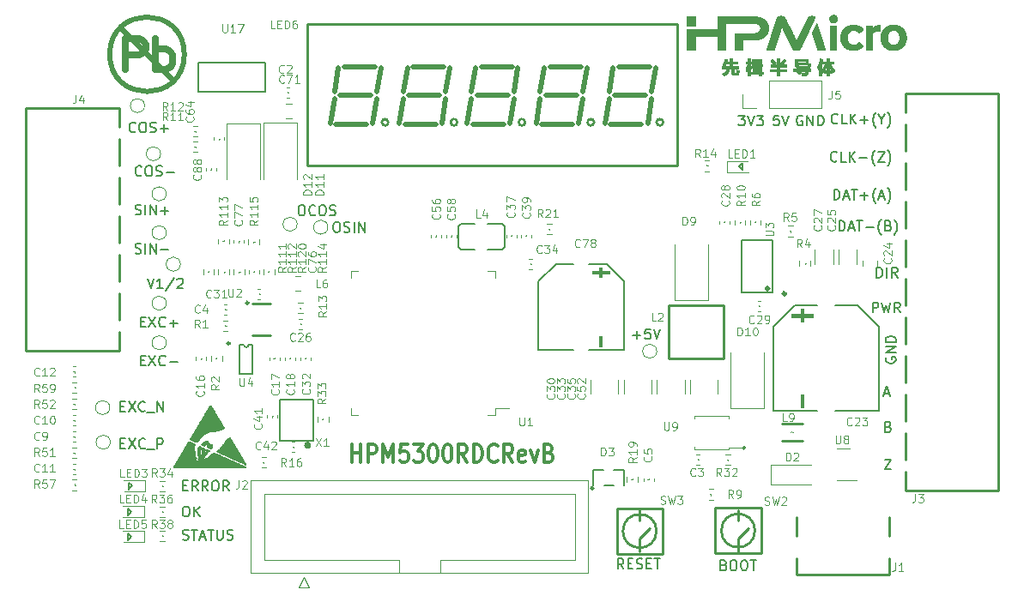
<source format=gbr>
%TF.GenerationSoftware,KiCad,Pcbnew,7.0.9*%
%TF.CreationDate,2025-05-07T10:44:47+08:00*%
%TF.ProjectId,HPM5300RDCRevB,48504d35-3330-4305-9244-43526576422e,REVC*%
%TF.SameCoordinates,Original*%
%TF.FileFunction,Legend,Top*%
%TF.FilePolarity,Positive*%
%FSLAX46Y46*%
G04 Gerber Fmt 4.6, Leading zero omitted, Abs format (unit mm)*
G04 Created by KiCad (PCBNEW 7.0.9) date 2025-05-07 10:44:47*
%MOMM*%
%LPD*%
G01*
G04 APERTURE LIST*
%ADD10C,0.150000*%
%ADD11C,0.300000*%
%ADD12C,0.100000*%
%ADD13C,0.635000*%
%ADD14C,0.120000*%
%ADD15C,0.010000*%
%ADD16C,0.254000*%
%ADD17C,0.050800*%
%ADD18C,0.101600*%
%ADD19C,0.200000*%
%ADD20C,0.152000*%
%ADD21C,0.203200*%
%ADD22C,0.008235*%
%ADD23C,0.500000*%
%ADD24C,0.508000*%
%ADD25C,0.152400*%
%ADD26C,0.025400*%
G04 APERTURE END LIST*
D10*
X191917256Y-116209104D02*
X192393446Y-116209104D01*
X191822018Y-116494819D02*
X192155351Y-115494819D01*
X192155351Y-115494819D02*
X192488684Y-116494819D01*
X192298208Y-119496009D02*
X192441065Y-119543628D01*
X192441065Y-119543628D02*
X192488684Y-119591247D01*
X192488684Y-119591247D02*
X192536303Y-119686485D01*
X192536303Y-119686485D02*
X192536303Y-119829342D01*
X192536303Y-119829342D02*
X192488684Y-119924580D01*
X192488684Y-119924580D02*
X192441065Y-119972200D01*
X192441065Y-119972200D02*
X192345827Y-120019819D01*
X192345827Y-120019819D02*
X191964875Y-120019819D01*
X191964875Y-120019819D02*
X191964875Y-119019819D01*
X191964875Y-119019819D02*
X192298208Y-119019819D01*
X192298208Y-119019819D02*
X192393446Y-119067438D01*
X192393446Y-119067438D02*
X192441065Y-119115057D01*
X192441065Y-119115057D02*
X192488684Y-119210295D01*
X192488684Y-119210295D02*
X192488684Y-119305533D01*
X192488684Y-119305533D02*
X192441065Y-119400771D01*
X192441065Y-119400771D02*
X192393446Y-119448390D01*
X192393446Y-119448390D02*
X192298208Y-119496009D01*
X192298208Y-119496009D02*
X191964875Y-119496009D01*
X118631064Y-94652580D02*
X118583445Y-94700200D01*
X118583445Y-94700200D02*
X118440588Y-94747819D01*
X118440588Y-94747819D02*
X118345350Y-94747819D01*
X118345350Y-94747819D02*
X118202493Y-94700200D01*
X118202493Y-94700200D02*
X118107255Y-94604961D01*
X118107255Y-94604961D02*
X118059636Y-94509723D01*
X118059636Y-94509723D02*
X118012017Y-94319247D01*
X118012017Y-94319247D02*
X118012017Y-94176390D01*
X118012017Y-94176390D02*
X118059636Y-93985914D01*
X118059636Y-93985914D02*
X118107255Y-93890676D01*
X118107255Y-93890676D02*
X118202493Y-93795438D01*
X118202493Y-93795438D02*
X118345350Y-93747819D01*
X118345350Y-93747819D02*
X118440588Y-93747819D01*
X118440588Y-93747819D02*
X118583445Y-93795438D01*
X118583445Y-93795438D02*
X118631064Y-93843057D01*
X119250112Y-93747819D02*
X119440588Y-93747819D01*
X119440588Y-93747819D02*
X119535826Y-93795438D01*
X119535826Y-93795438D02*
X119631064Y-93890676D01*
X119631064Y-93890676D02*
X119678683Y-94081152D01*
X119678683Y-94081152D02*
X119678683Y-94414485D01*
X119678683Y-94414485D02*
X119631064Y-94604961D01*
X119631064Y-94604961D02*
X119535826Y-94700200D01*
X119535826Y-94700200D02*
X119440588Y-94747819D01*
X119440588Y-94747819D02*
X119250112Y-94747819D01*
X119250112Y-94747819D02*
X119154874Y-94700200D01*
X119154874Y-94700200D02*
X119059636Y-94604961D01*
X119059636Y-94604961D02*
X119012017Y-94414485D01*
X119012017Y-94414485D02*
X119012017Y-94081152D01*
X119012017Y-94081152D02*
X119059636Y-93890676D01*
X119059636Y-93890676D02*
X119154874Y-93795438D01*
X119154874Y-93795438D02*
X119250112Y-93747819D01*
X120059636Y-94700200D02*
X120202493Y-94747819D01*
X120202493Y-94747819D02*
X120440588Y-94747819D01*
X120440588Y-94747819D02*
X120535826Y-94700200D01*
X120535826Y-94700200D02*
X120583445Y-94652580D01*
X120583445Y-94652580D02*
X120631064Y-94557342D01*
X120631064Y-94557342D02*
X120631064Y-94462104D01*
X120631064Y-94462104D02*
X120583445Y-94366866D01*
X120583445Y-94366866D02*
X120535826Y-94319247D01*
X120535826Y-94319247D02*
X120440588Y-94271628D01*
X120440588Y-94271628D02*
X120250112Y-94224009D01*
X120250112Y-94224009D02*
X120154874Y-94176390D01*
X120154874Y-94176390D02*
X120107255Y-94128771D01*
X120107255Y-94128771D02*
X120059636Y-94033533D01*
X120059636Y-94033533D02*
X120059636Y-93938295D01*
X120059636Y-93938295D02*
X120107255Y-93843057D01*
X120107255Y-93843057D02*
X120154874Y-93795438D01*
X120154874Y-93795438D02*
X120250112Y-93747819D01*
X120250112Y-93747819D02*
X120488207Y-93747819D01*
X120488207Y-93747819D02*
X120631064Y-93795438D01*
X121059636Y-94366866D02*
X121821541Y-94366866D01*
D11*
X139374510Y-123024114D02*
X139374510Y-121224114D01*
X139374510Y-122081257D02*
X140231653Y-122081257D01*
X140231653Y-123024114D02*
X140231653Y-121224114D01*
X140945939Y-123024114D02*
X140945939Y-121224114D01*
X140945939Y-121224114D02*
X141517368Y-121224114D01*
X141517368Y-121224114D02*
X141660225Y-121309828D01*
X141660225Y-121309828D02*
X141731654Y-121395542D01*
X141731654Y-121395542D02*
X141803082Y-121566971D01*
X141803082Y-121566971D02*
X141803082Y-121824114D01*
X141803082Y-121824114D02*
X141731654Y-121995542D01*
X141731654Y-121995542D02*
X141660225Y-122081257D01*
X141660225Y-122081257D02*
X141517368Y-122166971D01*
X141517368Y-122166971D02*
X140945939Y-122166971D01*
X142445939Y-123024114D02*
X142445939Y-121224114D01*
X142445939Y-121224114D02*
X142945939Y-122509828D01*
X142945939Y-122509828D02*
X143445939Y-121224114D01*
X143445939Y-121224114D02*
X143445939Y-123024114D01*
X144874511Y-121224114D02*
X144160225Y-121224114D01*
X144160225Y-121224114D02*
X144088797Y-122081257D01*
X144088797Y-122081257D02*
X144160225Y-121995542D01*
X144160225Y-121995542D02*
X144303083Y-121909828D01*
X144303083Y-121909828D02*
X144660225Y-121909828D01*
X144660225Y-121909828D02*
X144803083Y-121995542D01*
X144803083Y-121995542D02*
X144874511Y-122081257D01*
X144874511Y-122081257D02*
X144945940Y-122252685D01*
X144945940Y-122252685D02*
X144945940Y-122681257D01*
X144945940Y-122681257D02*
X144874511Y-122852685D01*
X144874511Y-122852685D02*
X144803083Y-122938400D01*
X144803083Y-122938400D02*
X144660225Y-123024114D01*
X144660225Y-123024114D02*
X144303083Y-123024114D01*
X144303083Y-123024114D02*
X144160225Y-122938400D01*
X144160225Y-122938400D02*
X144088797Y-122852685D01*
X145445939Y-121224114D02*
X146374511Y-121224114D01*
X146374511Y-121224114D02*
X145874511Y-121909828D01*
X145874511Y-121909828D02*
X146088796Y-121909828D01*
X146088796Y-121909828D02*
X146231654Y-121995542D01*
X146231654Y-121995542D02*
X146303082Y-122081257D01*
X146303082Y-122081257D02*
X146374511Y-122252685D01*
X146374511Y-122252685D02*
X146374511Y-122681257D01*
X146374511Y-122681257D02*
X146303082Y-122852685D01*
X146303082Y-122852685D02*
X146231654Y-122938400D01*
X146231654Y-122938400D02*
X146088796Y-123024114D01*
X146088796Y-123024114D02*
X145660225Y-123024114D01*
X145660225Y-123024114D02*
X145517368Y-122938400D01*
X145517368Y-122938400D02*
X145445939Y-122852685D01*
X147303082Y-121224114D02*
X147445939Y-121224114D01*
X147445939Y-121224114D02*
X147588796Y-121309828D01*
X147588796Y-121309828D02*
X147660225Y-121395542D01*
X147660225Y-121395542D02*
X147731653Y-121566971D01*
X147731653Y-121566971D02*
X147803082Y-121909828D01*
X147803082Y-121909828D02*
X147803082Y-122338400D01*
X147803082Y-122338400D02*
X147731653Y-122681257D01*
X147731653Y-122681257D02*
X147660225Y-122852685D01*
X147660225Y-122852685D02*
X147588796Y-122938400D01*
X147588796Y-122938400D02*
X147445939Y-123024114D01*
X147445939Y-123024114D02*
X147303082Y-123024114D01*
X147303082Y-123024114D02*
X147160225Y-122938400D01*
X147160225Y-122938400D02*
X147088796Y-122852685D01*
X147088796Y-122852685D02*
X147017367Y-122681257D01*
X147017367Y-122681257D02*
X146945939Y-122338400D01*
X146945939Y-122338400D02*
X146945939Y-121909828D01*
X146945939Y-121909828D02*
X147017367Y-121566971D01*
X147017367Y-121566971D02*
X147088796Y-121395542D01*
X147088796Y-121395542D02*
X147160225Y-121309828D01*
X147160225Y-121309828D02*
X147303082Y-121224114D01*
X148731653Y-121224114D02*
X148874510Y-121224114D01*
X148874510Y-121224114D02*
X149017367Y-121309828D01*
X149017367Y-121309828D02*
X149088796Y-121395542D01*
X149088796Y-121395542D02*
X149160224Y-121566971D01*
X149160224Y-121566971D02*
X149231653Y-121909828D01*
X149231653Y-121909828D02*
X149231653Y-122338400D01*
X149231653Y-122338400D02*
X149160224Y-122681257D01*
X149160224Y-122681257D02*
X149088796Y-122852685D01*
X149088796Y-122852685D02*
X149017367Y-122938400D01*
X149017367Y-122938400D02*
X148874510Y-123024114D01*
X148874510Y-123024114D02*
X148731653Y-123024114D01*
X148731653Y-123024114D02*
X148588796Y-122938400D01*
X148588796Y-122938400D02*
X148517367Y-122852685D01*
X148517367Y-122852685D02*
X148445938Y-122681257D01*
X148445938Y-122681257D02*
X148374510Y-122338400D01*
X148374510Y-122338400D02*
X148374510Y-121909828D01*
X148374510Y-121909828D02*
X148445938Y-121566971D01*
X148445938Y-121566971D02*
X148517367Y-121395542D01*
X148517367Y-121395542D02*
X148588796Y-121309828D01*
X148588796Y-121309828D02*
X148731653Y-121224114D01*
X150731652Y-123024114D02*
X150231652Y-122166971D01*
X149874509Y-123024114D02*
X149874509Y-121224114D01*
X149874509Y-121224114D02*
X150445938Y-121224114D01*
X150445938Y-121224114D02*
X150588795Y-121309828D01*
X150588795Y-121309828D02*
X150660224Y-121395542D01*
X150660224Y-121395542D02*
X150731652Y-121566971D01*
X150731652Y-121566971D02*
X150731652Y-121824114D01*
X150731652Y-121824114D02*
X150660224Y-121995542D01*
X150660224Y-121995542D02*
X150588795Y-122081257D01*
X150588795Y-122081257D02*
X150445938Y-122166971D01*
X150445938Y-122166971D02*
X149874509Y-122166971D01*
X151374509Y-123024114D02*
X151374509Y-121224114D01*
X151374509Y-121224114D02*
X151731652Y-121224114D01*
X151731652Y-121224114D02*
X151945938Y-121309828D01*
X151945938Y-121309828D02*
X152088795Y-121481257D01*
X152088795Y-121481257D02*
X152160224Y-121652685D01*
X152160224Y-121652685D02*
X152231652Y-121995542D01*
X152231652Y-121995542D02*
X152231652Y-122252685D01*
X152231652Y-122252685D02*
X152160224Y-122595542D01*
X152160224Y-122595542D02*
X152088795Y-122766971D01*
X152088795Y-122766971D02*
X151945938Y-122938400D01*
X151945938Y-122938400D02*
X151731652Y-123024114D01*
X151731652Y-123024114D02*
X151374509Y-123024114D01*
X153731652Y-122852685D02*
X153660224Y-122938400D01*
X153660224Y-122938400D02*
X153445938Y-123024114D01*
X153445938Y-123024114D02*
X153303081Y-123024114D01*
X153303081Y-123024114D02*
X153088795Y-122938400D01*
X153088795Y-122938400D02*
X152945938Y-122766971D01*
X152945938Y-122766971D02*
X152874509Y-122595542D01*
X152874509Y-122595542D02*
X152803081Y-122252685D01*
X152803081Y-122252685D02*
X152803081Y-121995542D01*
X152803081Y-121995542D02*
X152874509Y-121652685D01*
X152874509Y-121652685D02*
X152945938Y-121481257D01*
X152945938Y-121481257D02*
X153088795Y-121309828D01*
X153088795Y-121309828D02*
X153303081Y-121224114D01*
X153303081Y-121224114D02*
X153445938Y-121224114D01*
X153445938Y-121224114D02*
X153660224Y-121309828D01*
X153660224Y-121309828D02*
X153731652Y-121395542D01*
X155231652Y-123024114D02*
X154731652Y-122166971D01*
X154374509Y-123024114D02*
X154374509Y-121224114D01*
X154374509Y-121224114D02*
X154945938Y-121224114D01*
X154945938Y-121224114D02*
X155088795Y-121309828D01*
X155088795Y-121309828D02*
X155160224Y-121395542D01*
X155160224Y-121395542D02*
X155231652Y-121566971D01*
X155231652Y-121566971D02*
X155231652Y-121824114D01*
X155231652Y-121824114D02*
X155160224Y-121995542D01*
X155160224Y-121995542D02*
X155088795Y-122081257D01*
X155088795Y-122081257D02*
X154945938Y-122166971D01*
X154945938Y-122166971D02*
X154374509Y-122166971D01*
X156445938Y-122938400D02*
X156303081Y-123024114D01*
X156303081Y-123024114D02*
X156017367Y-123024114D01*
X156017367Y-123024114D02*
X155874509Y-122938400D01*
X155874509Y-122938400D02*
X155803081Y-122766971D01*
X155803081Y-122766971D02*
X155803081Y-122081257D01*
X155803081Y-122081257D02*
X155874509Y-121909828D01*
X155874509Y-121909828D02*
X156017367Y-121824114D01*
X156017367Y-121824114D02*
X156303081Y-121824114D01*
X156303081Y-121824114D02*
X156445938Y-121909828D01*
X156445938Y-121909828D02*
X156517367Y-122081257D01*
X156517367Y-122081257D02*
X156517367Y-122252685D01*
X156517367Y-122252685D02*
X155803081Y-122424114D01*
X157017366Y-121824114D02*
X157374509Y-123024114D01*
X157374509Y-123024114D02*
X157731652Y-121824114D01*
X158803080Y-122081257D02*
X159017366Y-122166971D01*
X159017366Y-122166971D02*
X159088795Y-122252685D01*
X159088795Y-122252685D02*
X159160223Y-122424114D01*
X159160223Y-122424114D02*
X159160223Y-122681257D01*
X159160223Y-122681257D02*
X159088795Y-122852685D01*
X159088795Y-122852685D02*
X159017366Y-122938400D01*
X159017366Y-122938400D02*
X158874509Y-123024114D01*
X158874509Y-123024114D02*
X158303080Y-123024114D01*
X158303080Y-123024114D02*
X158303080Y-121224114D01*
X158303080Y-121224114D02*
X158803080Y-121224114D01*
X158803080Y-121224114D02*
X158945938Y-121309828D01*
X158945938Y-121309828D02*
X159017366Y-121395542D01*
X159017366Y-121395542D02*
X159088795Y-121566971D01*
X159088795Y-121566971D02*
X159088795Y-121738400D01*
X159088795Y-121738400D02*
X159017366Y-121909828D01*
X159017366Y-121909828D02*
X158945938Y-121995542D01*
X158945938Y-121995542D02*
X158803080Y-122081257D01*
X158803080Y-122081257D02*
X158303080Y-122081257D01*
D10*
X118536779Y-112946009D02*
X118870112Y-112946009D01*
X119012969Y-113469819D02*
X118536779Y-113469819D01*
X118536779Y-113469819D02*
X118536779Y-112469819D01*
X118536779Y-112469819D02*
X119012969Y-112469819D01*
X119346303Y-112469819D02*
X120012969Y-113469819D01*
X120012969Y-112469819D02*
X119346303Y-113469819D01*
X120965350Y-113374580D02*
X120917731Y-113422200D01*
X120917731Y-113422200D02*
X120774874Y-113469819D01*
X120774874Y-113469819D02*
X120679636Y-113469819D01*
X120679636Y-113469819D02*
X120536779Y-113422200D01*
X120536779Y-113422200D02*
X120441541Y-113326961D01*
X120441541Y-113326961D02*
X120393922Y-113231723D01*
X120393922Y-113231723D02*
X120346303Y-113041247D01*
X120346303Y-113041247D02*
X120346303Y-112898390D01*
X120346303Y-112898390D02*
X120393922Y-112707914D01*
X120393922Y-112707914D02*
X120441541Y-112612676D01*
X120441541Y-112612676D02*
X120536779Y-112517438D01*
X120536779Y-112517438D02*
X120679636Y-112469819D01*
X120679636Y-112469819D02*
X120774874Y-112469819D01*
X120774874Y-112469819D02*
X120917731Y-112517438D01*
X120917731Y-112517438D02*
X120965350Y-112565057D01*
X121393922Y-113088866D02*
X122155827Y-113088866D01*
X122927255Y-127369819D02*
X123117731Y-127369819D01*
X123117731Y-127369819D02*
X123212969Y-127417438D01*
X123212969Y-127417438D02*
X123308207Y-127512676D01*
X123308207Y-127512676D02*
X123355826Y-127703152D01*
X123355826Y-127703152D02*
X123355826Y-128036485D01*
X123355826Y-128036485D02*
X123308207Y-128226961D01*
X123308207Y-128226961D02*
X123212969Y-128322200D01*
X123212969Y-128322200D02*
X123117731Y-128369819D01*
X123117731Y-128369819D02*
X122927255Y-128369819D01*
X122927255Y-128369819D02*
X122832017Y-128322200D01*
X122832017Y-128322200D02*
X122736779Y-128226961D01*
X122736779Y-128226961D02*
X122689160Y-128036485D01*
X122689160Y-128036485D02*
X122689160Y-127703152D01*
X122689160Y-127703152D02*
X122736779Y-127512676D01*
X122736779Y-127512676D02*
X122832017Y-127417438D01*
X122832017Y-127417438D02*
X122927255Y-127369819D01*
X123784398Y-128369819D02*
X123784398Y-127369819D01*
X124355826Y-128369819D02*
X123927255Y-127798390D01*
X124355826Y-127369819D02*
X123784398Y-127941247D01*
X187298207Y-89504580D02*
X187250588Y-89552200D01*
X187250588Y-89552200D02*
X187107731Y-89599819D01*
X187107731Y-89599819D02*
X187012493Y-89599819D01*
X187012493Y-89599819D02*
X186869636Y-89552200D01*
X186869636Y-89552200D02*
X186774398Y-89456961D01*
X186774398Y-89456961D02*
X186726779Y-89361723D01*
X186726779Y-89361723D02*
X186679160Y-89171247D01*
X186679160Y-89171247D02*
X186679160Y-89028390D01*
X186679160Y-89028390D02*
X186726779Y-88837914D01*
X186726779Y-88837914D02*
X186774398Y-88742676D01*
X186774398Y-88742676D02*
X186869636Y-88647438D01*
X186869636Y-88647438D02*
X187012493Y-88599819D01*
X187012493Y-88599819D02*
X187107731Y-88599819D01*
X187107731Y-88599819D02*
X187250588Y-88647438D01*
X187250588Y-88647438D02*
X187298207Y-88695057D01*
X188202969Y-89599819D02*
X187726779Y-89599819D01*
X187726779Y-89599819D02*
X187726779Y-88599819D01*
X188536303Y-89599819D02*
X188536303Y-88599819D01*
X189107731Y-89599819D02*
X188679160Y-89028390D01*
X189107731Y-88599819D02*
X188536303Y-89171247D01*
X189536303Y-89218866D02*
X190298208Y-89218866D01*
X189917255Y-89599819D02*
X189917255Y-88837914D01*
X191060112Y-89980771D02*
X191012493Y-89933152D01*
X191012493Y-89933152D02*
X190917255Y-89790295D01*
X190917255Y-89790295D02*
X190869636Y-89695057D01*
X190869636Y-89695057D02*
X190822017Y-89552200D01*
X190822017Y-89552200D02*
X190774398Y-89314104D01*
X190774398Y-89314104D02*
X190774398Y-89123628D01*
X190774398Y-89123628D02*
X190822017Y-88885533D01*
X190822017Y-88885533D02*
X190869636Y-88742676D01*
X190869636Y-88742676D02*
X190917255Y-88647438D01*
X190917255Y-88647438D02*
X191012493Y-88504580D01*
X191012493Y-88504580D02*
X191060112Y-88456961D01*
X191631541Y-89123628D02*
X191631541Y-89599819D01*
X191298208Y-88599819D02*
X191631541Y-89123628D01*
X191631541Y-89123628D02*
X191964874Y-88599819D01*
X192202970Y-89980771D02*
X192250589Y-89933152D01*
X192250589Y-89933152D02*
X192345827Y-89790295D01*
X192345827Y-89790295D02*
X192393446Y-89695057D01*
X192393446Y-89695057D02*
X192441065Y-89552200D01*
X192441065Y-89552200D02*
X192488684Y-89314104D01*
X192488684Y-89314104D02*
X192488684Y-89123628D01*
X192488684Y-89123628D02*
X192441065Y-88885533D01*
X192441065Y-88885533D02*
X192393446Y-88742676D01*
X192393446Y-88742676D02*
X192345827Y-88647438D01*
X192345827Y-88647438D02*
X192250589Y-88504580D01*
X192250589Y-88504580D02*
X192202970Y-88456961D01*
X183810588Y-88817438D02*
X183715350Y-88769819D01*
X183715350Y-88769819D02*
X183572493Y-88769819D01*
X183572493Y-88769819D02*
X183429636Y-88817438D01*
X183429636Y-88817438D02*
X183334398Y-88912676D01*
X183334398Y-88912676D02*
X183286779Y-89007914D01*
X183286779Y-89007914D02*
X183239160Y-89198390D01*
X183239160Y-89198390D02*
X183239160Y-89341247D01*
X183239160Y-89341247D02*
X183286779Y-89531723D01*
X183286779Y-89531723D02*
X183334398Y-89626961D01*
X183334398Y-89626961D02*
X183429636Y-89722200D01*
X183429636Y-89722200D02*
X183572493Y-89769819D01*
X183572493Y-89769819D02*
X183667731Y-89769819D01*
X183667731Y-89769819D02*
X183810588Y-89722200D01*
X183810588Y-89722200D02*
X183858207Y-89674580D01*
X183858207Y-89674580D02*
X183858207Y-89341247D01*
X183858207Y-89341247D02*
X183667731Y-89341247D01*
X184286779Y-89769819D02*
X184286779Y-88769819D01*
X184286779Y-88769819D02*
X184858207Y-89769819D01*
X184858207Y-89769819D02*
X184858207Y-88769819D01*
X185334398Y-89769819D02*
X185334398Y-88769819D01*
X185334398Y-88769819D02*
X185572493Y-88769819D01*
X185572493Y-88769819D02*
X185715350Y-88817438D01*
X185715350Y-88817438D02*
X185810588Y-88912676D01*
X185810588Y-88912676D02*
X185858207Y-89007914D01*
X185858207Y-89007914D02*
X185905826Y-89198390D01*
X185905826Y-89198390D02*
X185905826Y-89341247D01*
X185905826Y-89341247D02*
X185858207Y-89531723D01*
X185858207Y-89531723D02*
X185810588Y-89626961D01*
X185810588Y-89626961D02*
X185715350Y-89722200D01*
X185715350Y-89722200D02*
X185572493Y-89769819D01*
X185572493Y-89769819D02*
X185334398Y-89769819D01*
X191136779Y-104769819D02*
X191136779Y-103769819D01*
X191136779Y-103769819D02*
X191374874Y-103769819D01*
X191374874Y-103769819D02*
X191517731Y-103817438D01*
X191517731Y-103817438D02*
X191612969Y-103912676D01*
X191612969Y-103912676D02*
X191660588Y-104007914D01*
X191660588Y-104007914D02*
X191708207Y-104198390D01*
X191708207Y-104198390D02*
X191708207Y-104341247D01*
X191708207Y-104341247D02*
X191660588Y-104531723D01*
X191660588Y-104531723D02*
X191612969Y-104626961D01*
X191612969Y-104626961D02*
X191517731Y-104722200D01*
X191517731Y-104722200D02*
X191374874Y-104769819D01*
X191374874Y-104769819D02*
X191136779Y-104769819D01*
X192136779Y-104769819D02*
X192136779Y-103769819D01*
X193184397Y-104769819D02*
X192851064Y-104293628D01*
X192612969Y-104769819D02*
X192612969Y-103769819D01*
X192612969Y-103769819D02*
X192993921Y-103769819D01*
X192993921Y-103769819D02*
X193089159Y-103817438D01*
X193089159Y-103817438D02*
X193136778Y-103865057D01*
X193136778Y-103865057D02*
X193184397Y-103960295D01*
X193184397Y-103960295D02*
X193184397Y-104103152D01*
X193184397Y-104103152D02*
X193136778Y-104198390D01*
X193136778Y-104198390D02*
X193089159Y-104246009D01*
X193089159Y-104246009D02*
X192993921Y-104293628D01*
X192993921Y-104293628D02*
X192612969Y-104293628D01*
X118536779Y-109146009D02*
X118870112Y-109146009D01*
X119012969Y-109669819D02*
X118536779Y-109669819D01*
X118536779Y-109669819D02*
X118536779Y-108669819D01*
X118536779Y-108669819D02*
X119012969Y-108669819D01*
X119346303Y-108669819D02*
X120012969Y-109669819D01*
X120012969Y-108669819D02*
X119346303Y-109669819D01*
X120965350Y-109574580D02*
X120917731Y-109622200D01*
X120917731Y-109622200D02*
X120774874Y-109669819D01*
X120774874Y-109669819D02*
X120679636Y-109669819D01*
X120679636Y-109669819D02*
X120536779Y-109622200D01*
X120536779Y-109622200D02*
X120441541Y-109526961D01*
X120441541Y-109526961D02*
X120393922Y-109431723D01*
X120393922Y-109431723D02*
X120346303Y-109241247D01*
X120346303Y-109241247D02*
X120346303Y-109098390D01*
X120346303Y-109098390D02*
X120393922Y-108907914D01*
X120393922Y-108907914D02*
X120441541Y-108812676D01*
X120441541Y-108812676D02*
X120536779Y-108717438D01*
X120536779Y-108717438D02*
X120679636Y-108669819D01*
X120679636Y-108669819D02*
X120774874Y-108669819D01*
X120774874Y-108669819D02*
X120917731Y-108717438D01*
X120917731Y-108717438D02*
X120965350Y-108765057D01*
X121393922Y-109288866D02*
X122155827Y-109288866D01*
X121774874Y-109669819D02*
X121774874Y-108907914D01*
X118033207Y-90349580D02*
X117985588Y-90397200D01*
X117985588Y-90397200D02*
X117842731Y-90444819D01*
X117842731Y-90444819D02*
X117747493Y-90444819D01*
X117747493Y-90444819D02*
X117604636Y-90397200D01*
X117604636Y-90397200D02*
X117509398Y-90301961D01*
X117509398Y-90301961D02*
X117461779Y-90206723D01*
X117461779Y-90206723D02*
X117414160Y-90016247D01*
X117414160Y-90016247D02*
X117414160Y-89873390D01*
X117414160Y-89873390D02*
X117461779Y-89682914D01*
X117461779Y-89682914D02*
X117509398Y-89587676D01*
X117509398Y-89587676D02*
X117604636Y-89492438D01*
X117604636Y-89492438D02*
X117747493Y-89444819D01*
X117747493Y-89444819D02*
X117842731Y-89444819D01*
X117842731Y-89444819D02*
X117985588Y-89492438D01*
X117985588Y-89492438D02*
X118033207Y-89540057D01*
X118652255Y-89444819D02*
X118842731Y-89444819D01*
X118842731Y-89444819D02*
X118937969Y-89492438D01*
X118937969Y-89492438D02*
X119033207Y-89587676D01*
X119033207Y-89587676D02*
X119080826Y-89778152D01*
X119080826Y-89778152D02*
X119080826Y-90111485D01*
X119080826Y-90111485D02*
X119033207Y-90301961D01*
X119033207Y-90301961D02*
X118937969Y-90397200D01*
X118937969Y-90397200D02*
X118842731Y-90444819D01*
X118842731Y-90444819D02*
X118652255Y-90444819D01*
X118652255Y-90444819D02*
X118557017Y-90397200D01*
X118557017Y-90397200D02*
X118461779Y-90301961D01*
X118461779Y-90301961D02*
X118414160Y-90111485D01*
X118414160Y-90111485D02*
X118414160Y-89778152D01*
X118414160Y-89778152D02*
X118461779Y-89587676D01*
X118461779Y-89587676D02*
X118557017Y-89492438D01*
X118557017Y-89492438D02*
X118652255Y-89444819D01*
X119461779Y-90397200D02*
X119604636Y-90444819D01*
X119604636Y-90444819D02*
X119842731Y-90444819D01*
X119842731Y-90444819D02*
X119937969Y-90397200D01*
X119937969Y-90397200D02*
X119985588Y-90349580D01*
X119985588Y-90349580D02*
X120033207Y-90254342D01*
X120033207Y-90254342D02*
X120033207Y-90159104D01*
X120033207Y-90159104D02*
X119985588Y-90063866D01*
X119985588Y-90063866D02*
X119937969Y-90016247D01*
X119937969Y-90016247D02*
X119842731Y-89968628D01*
X119842731Y-89968628D02*
X119652255Y-89921009D01*
X119652255Y-89921009D02*
X119557017Y-89873390D01*
X119557017Y-89873390D02*
X119509398Y-89825771D01*
X119509398Y-89825771D02*
X119461779Y-89730533D01*
X119461779Y-89730533D02*
X119461779Y-89635295D01*
X119461779Y-89635295D02*
X119509398Y-89540057D01*
X119509398Y-89540057D02*
X119557017Y-89492438D01*
X119557017Y-89492438D02*
X119652255Y-89444819D01*
X119652255Y-89444819D02*
X119890350Y-89444819D01*
X119890350Y-89444819D02*
X120033207Y-89492438D01*
X120461779Y-90063866D02*
X121223684Y-90063866D01*
X120842731Y-90444819D02*
X120842731Y-89682914D01*
X187202969Y-93241246D02*
X187155350Y-93288866D01*
X187155350Y-93288866D02*
X187012493Y-93336485D01*
X187012493Y-93336485D02*
X186917255Y-93336485D01*
X186917255Y-93336485D02*
X186774398Y-93288866D01*
X186774398Y-93288866D02*
X186679160Y-93193627D01*
X186679160Y-93193627D02*
X186631541Y-93098389D01*
X186631541Y-93098389D02*
X186583922Y-92907913D01*
X186583922Y-92907913D02*
X186583922Y-92765056D01*
X186583922Y-92765056D02*
X186631541Y-92574580D01*
X186631541Y-92574580D02*
X186679160Y-92479342D01*
X186679160Y-92479342D02*
X186774398Y-92384104D01*
X186774398Y-92384104D02*
X186917255Y-92336485D01*
X186917255Y-92336485D02*
X187012493Y-92336485D01*
X187012493Y-92336485D02*
X187155350Y-92384104D01*
X187155350Y-92384104D02*
X187202969Y-92431723D01*
X188107731Y-93336485D02*
X187631541Y-93336485D01*
X187631541Y-93336485D02*
X187631541Y-92336485D01*
X188441065Y-93336485D02*
X188441065Y-92336485D01*
X189012493Y-93336485D02*
X188583922Y-92765056D01*
X189012493Y-92336485D02*
X188441065Y-92907913D01*
X189441065Y-92955532D02*
X190202970Y-92955532D01*
X190964874Y-93717437D02*
X190917255Y-93669818D01*
X190917255Y-93669818D02*
X190822017Y-93526961D01*
X190822017Y-93526961D02*
X190774398Y-93431723D01*
X190774398Y-93431723D02*
X190726779Y-93288866D01*
X190726779Y-93288866D02*
X190679160Y-93050770D01*
X190679160Y-93050770D02*
X190679160Y-92860294D01*
X190679160Y-92860294D02*
X190726779Y-92622199D01*
X190726779Y-92622199D02*
X190774398Y-92479342D01*
X190774398Y-92479342D02*
X190822017Y-92384104D01*
X190822017Y-92384104D02*
X190917255Y-92241246D01*
X190917255Y-92241246D02*
X190964874Y-92193627D01*
X191250589Y-92336485D02*
X191917255Y-92336485D01*
X191917255Y-92336485D02*
X191250589Y-93336485D01*
X191250589Y-93336485D02*
X191917255Y-93336485D01*
X192202970Y-93717437D02*
X192250589Y-93669818D01*
X192250589Y-93669818D02*
X192345827Y-93526961D01*
X192345827Y-93526961D02*
X192393446Y-93431723D01*
X192393446Y-93431723D02*
X192441065Y-93288866D01*
X192441065Y-93288866D02*
X192488684Y-93050770D01*
X192488684Y-93050770D02*
X192488684Y-92860294D01*
X192488684Y-92860294D02*
X192441065Y-92622199D01*
X192441065Y-92622199D02*
X192393446Y-92479342D01*
X192393446Y-92479342D02*
X192345827Y-92384104D01*
X192345827Y-92384104D02*
X192250589Y-92241246D01*
X192250589Y-92241246D02*
X192202970Y-92193627D01*
X192067438Y-112664411D02*
X192019819Y-112759649D01*
X192019819Y-112759649D02*
X192019819Y-112902506D01*
X192019819Y-112902506D02*
X192067438Y-113045363D01*
X192067438Y-113045363D02*
X192162676Y-113140601D01*
X192162676Y-113140601D02*
X192257914Y-113188220D01*
X192257914Y-113188220D02*
X192448390Y-113235839D01*
X192448390Y-113235839D02*
X192591247Y-113235839D01*
X192591247Y-113235839D02*
X192781723Y-113188220D01*
X192781723Y-113188220D02*
X192876961Y-113140601D01*
X192876961Y-113140601D02*
X192972200Y-113045363D01*
X192972200Y-113045363D02*
X193019819Y-112902506D01*
X193019819Y-112902506D02*
X193019819Y-112807268D01*
X193019819Y-112807268D02*
X192972200Y-112664411D01*
X192972200Y-112664411D02*
X192924580Y-112616792D01*
X192924580Y-112616792D02*
X192591247Y-112616792D01*
X192591247Y-112616792D02*
X192591247Y-112807268D01*
X193019819Y-112188220D02*
X192019819Y-112188220D01*
X192019819Y-112188220D02*
X193019819Y-111616792D01*
X193019819Y-111616792D02*
X192019819Y-111616792D01*
X193019819Y-111140601D02*
X192019819Y-111140601D01*
X192019819Y-111140601D02*
X192019819Y-110902506D01*
X192019819Y-110902506D02*
X192067438Y-110759649D01*
X192067438Y-110759649D02*
X192162676Y-110664411D01*
X192162676Y-110664411D02*
X192257914Y-110616792D01*
X192257914Y-110616792D02*
X192448390Y-110569173D01*
X192448390Y-110569173D02*
X192591247Y-110569173D01*
X192591247Y-110569173D02*
X192781723Y-110616792D01*
X192781723Y-110616792D02*
X192876961Y-110664411D01*
X192876961Y-110664411D02*
X192972200Y-110759649D01*
X192972200Y-110759649D02*
X193019819Y-110902506D01*
X193019819Y-110902506D02*
X193019819Y-111140601D01*
X190736779Y-108219819D02*
X190736779Y-107219819D01*
X190736779Y-107219819D02*
X191117731Y-107219819D01*
X191117731Y-107219819D02*
X191212969Y-107267438D01*
X191212969Y-107267438D02*
X191260588Y-107315057D01*
X191260588Y-107315057D02*
X191308207Y-107410295D01*
X191308207Y-107410295D02*
X191308207Y-107553152D01*
X191308207Y-107553152D02*
X191260588Y-107648390D01*
X191260588Y-107648390D02*
X191212969Y-107696009D01*
X191212969Y-107696009D02*
X191117731Y-107743628D01*
X191117731Y-107743628D02*
X190736779Y-107743628D01*
X191641541Y-107219819D02*
X191879636Y-108219819D01*
X191879636Y-108219819D02*
X192070112Y-107505533D01*
X192070112Y-107505533D02*
X192260588Y-108219819D01*
X192260588Y-108219819D02*
X192498684Y-107219819D01*
X193451064Y-108219819D02*
X193117731Y-107743628D01*
X192879636Y-108219819D02*
X192879636Y-107219819D01*
X192879636Y-107219819D02*
X193260588Y-107219819D01*
X193260588Y-107219819D02*
X193355826Y-107267438D01*
X193355826Y-107267438D02*
X193403445Y-107315057D01*
X193403445Y-107315057D02*
X193451064Y-107410295D01*
X193451064Y-107410295D02*
X193451064Y-107553152D01*
X193451064Y-107553152D02*
X193403445Y-107648390D01*
X193403445Y-107648390D02*
X193355826Y-107696009D01*
X193355826Y-107696009D02*
X193260588Y-107743628D01*
X193260588Y-107743628D02*
X192879636Y-107743628D01*
X191917256Y-122719819D02*
X192583922Y-122719819D01*
X192583922Y-122719819D02*
X191917256Y-123719819D01*
X191917256Y-123719819D02*
X192583922Y-123719819D01*
X122689160Y-130622200D02*
X122832017Y-130669819D01*
X122832017Y-130669819D02*
X123070112Y-130669819D01*
X123070112Y-130669819D02*
X123165350Y-130622200D01*
X123165350Y-130622200D02*
X123212969Y-130574580D01*
X123212969Y-130574580D02*
X123260588Y-130479342D01*
X123260588Y-130479342D02*
X123260588Y-130384104D01*
X123260588Y-130384104D02*
X123212969Y-130288866D01*
X123212969Y-130288866D02*
X123165350Y-130241247D01*
X123165350Y-130241247D02*
X123070112Y-130193628D01*
X123070112Y-130193628D02*
X122879636Y-130146009D01*
X122879636Y-130146009D02*
X122784398Y-130098390D01*
X122784398Y-130098390D02*
X122736779Y-130050771D01*
X122736779Y-130050771D02*
X122689160Y-129955533D01*
X122689160Y-129955533D02*
X122689160Y-129860295D01*
X122689160Y-129860295D02*
X122736779Y-129765057D01*
X122736779Y-129765057D02*
X122784398Y-129717438D01*
X122784398Y-129717438D02*
X122879636Y-129669819D01*
X122879636Y-129669819D02*
X123117731Y-129669819D01*
X123117731Y-129669819D02*
X123260588Y-129717438D01*
X123546303Y-129669819D02*
X124117731Y-129669819D01*
X123832017Y-130669819D02*
X123832017Y-129669819D01*
X124403446Y-130384104D02*
X124879636Y-130384104D01*
X124308208Y-130669819D02*
X124641541Y-129669819D01*
X124641541Y-129669819D02*
X124974874Y-130669819D01*
X125165351Y-129669819D02*
X125736779Y-129669819D01*
X125451065Y-130669819D02*
X125451065Y-129669819D01*
X126070113Y-129669819D02*
X126070113Y-130479342D01*
X126070113Y-130479342D02*
X126117732Y-130574580D01*
X126117732Y-130574580D02*
X126165351Y-130622200D01*
X126165351Y-130622200D02*
X126260589Y-130669819D01*
X126260589Y-130669819D02*
X126451065Y-130669819D01*
X126451065Y-130669819D02*
X126546303Y-130622200D01*
X126546303Y-130622200D02*
X126593922Y-130574580D01*
X126593922Y-130574580D02*
X126641541Y-130479342D01*
X126641541Y-130479342D02*
X126641541Y-129669819D01*
X127070113Y-130622200D02*
X127212970Y-130669819D01*
X127212970Y-130669819D02*
X127451065Y-130669819D01*
X127451065Y-130669819D02*
X127546303Y-130622200D01*
X127546303Y-130622200D02*
X127593922Y-130574580D01*
X127593922Y-130574580D02*
X127641541Y-130479342D01*
X127641541Y-130479342D02*
X127641541Y-130384104D01*
X127641541Y-130384104D02*
X127593922Y-130288866D01*
X127593922Y-130288866D02*
X127546303Y-130241247D01*
X127546303Y-130241247D02*
X127451065Y-130193628D01*
X127451065Y-130193628D02*
X127260589Y-130146009D01*
X127260589Y-130146009D02*
X127165351Y-130098390D01*
X127165351Y-130098390D02*
X127117732Y-130050771D01*
X127117732Y-130050771D02*
X127070113Y-129955533D01*
X127070113Y-129955533D02*
X127070113Y-129860295D01*
X127070113Y-129860295D02*
X127117732Y-129765057D01*
X127117732Y-129765057D02*
X127165351Y-129717438D01*
X127165351Y-129717438D02*
X127260589Y-129669819D01*
X127260589Y-129669819D02*
X127498684Y-129669819D01*
X127498684Y-129669819D02*
X127641541Y-129717438D01*
X177516541Y-88769819D02*
X178135588Y-88769819D01*
X178135588Y-88769819D02*
X177802255Y-89150771D01*
X177802255Y-89150771D02*
X177945112Y-89150771D01*
X177945112Y-89150771D02*
X178040350Y-89198390D01*
X178040350Y-89198390D02*
X178087969Y-89246009D01*
X178087969Y-89246009D02*
X178135588Y-89341247D01*
X178135588Y-89341247D02*
X178135588Y-89579342D01*
X178135588Y-89579342D02*
X178087969Y-89674580D01*
X178087969Y-89674580D02*
X178040350Y-89722200D01*
X178040350Y-89722200D02*
X177945112Y-89769819D01*
X177945112Y-89769819D02*
X177659398Y-89769819D01*
X177659398Y-89769819D02*
X177564160Y-89722200D01*
X177564160Y-89722200D02*
X177516541Y-89674580D01*
X178421303Y-88769819D02*
X178754636Y-89769819D01*
X178754636Y-89769819D02*
X179087969Y-88769819D01*
X179326065Y-88769819D02*
X179945112Y-88769819D01*
X179945112Y-88769819D02*
X179611779Y-89150771D01*
X179611779Y-89150771D02*
X179754636Y-89150771D01*
X179754636Y-89150771D02*
X179849874Y-89198390D01*
X179849874Y-89198390D02*
X179897493Y-89246009D01*
X179897493Y-89246009D02*
X179945112Y-89341247D01*
X179945112Y-89341247D02*
X179945112Y-89579342D01*
X179945112Y-89579342D02*
X179897493Y-89674580D01*
X179897493Y-89674580D02*
X179849874Y-89722200D01*
X179849874Y-89722200D02*
X179754636Y-89769819D01*
X179754636Y-89769819D02*
X179468922Y-89769819D01*
X179468922Y-89769819D02*
X179373684Y-89722200D01*
X179373684Y-89722200D02*
X179326065Y-89674580D01*
X118012017Y-102356200D02*
X118154874Y-102403819D01*
X118154874Y-102403819D02*
X118392969Y-102403819D01*
X118392969Y-102403819D02*
X118488207Y-102356200D01*
X118488207Y-102356200D02*
X118535826Y-102308580D01*
X118535826Y-102308580D02*
X118583445Y-102213342D01*
X118583445Y-102213342D02*
X118583445Y-102118104D01*
X118583445Y-102118104D02*
X118535826Y-102022866D01*
X118535826Y-102022866D02*
X118488207Y-101975247D01*
X118488207Y-101975247D02*
X118392969Y-101927628D01*
X118392969Y-101927628D02*
X118202493Y-101880009D01*
X118202493Y-101880009D02*
X118107255Y-101832390D01*
X118107255Y-101832390D02*
X118059636Y-101784771D01*
X118059636Y-101784771D02*
X118012017Y-101689533D01*
X118012017Y-101689533D02*
X118012017Y-101594295D01*
X118012017Y-101594295D02*
X118059636Y-101499057D01*
X118059636Y-101499057D02*
X118107255Y-101451438D01*
X118107255Y-101451438D02*
X118202493Y-101403819D01*
X118202493Y-101403819D02*
X118440588Y-101403819D01*
X118440588Y-101403819D02*
X118583445Y-101451438D01*
X119012017Y-102403819D02*
X119012017Y-101403819D01*
X119488207Y-102403819D02*
X119488207Y-101403819D01*
X119488207Y-101403819D02*
X120059635Y-102403819D01*
X120059635Y-102403819D02*
X120059635Y-101403819D01*
X120535826Y-102022866D02*
X121297731Y-102022866D01*
X181489159Y-88769819D02*
X181012969Y-88769819D01*
X181012969Y-88769819D02*
X180965350Y-89246009D01*
X180965350Y-89246009D02*
X181012969Y-89198390D01*
X181012969Y-89198390D02*
X181108207Y-89150771D01*
X181108207Y-89150771D02*
X181346302Y-89150771D01*
X181346302Y-89150771D02*
X181441540Y-89198390D01*
X181441540Y-89198390D02*
X181489159Y-89246009D01*
X181489159Y-89246009D02*
X181536778Y-89341247D01*
X181536778Y-89341247D02*
X181536778Y-89579342D01*
X181536778Y-89579342D02*
X181489159Y-89674580D01*
X181489159Y-89674580D02*
X181441540Y-89722200D01*
X181441540Y-89722200D02*
X181346302Y-89769819D01*
X181346302Y-89769819D02*
X181108207Y-89769819D01*
X181108207Y-89769819D02*
X181012969Y-89722200D01*
X181012969Y-89722200D02*
X180965350Y-89674580D01*
X181822493Y-88769819D02*
X182155826Y-89769819D01*
X182155826Y-89769819D02*
X182489159Y-88769819D01*
X122706779Y-125296009D02*
X123040112Y-125296009D01*
X123182969Y-125819819D02*
X122706779Y-125819819D01*
X122706779Y-125819819D02*
X122706779Y-124819819D01*
X122706779Y-124819819D02*
X123182969Y-124819819D01*
X124182969Y-125819819D02*
X123849636Y-125343628D01*
X123611541Y-125819819D02*
X123611541Y-124819819D01*
X123611541Y-124819819D02*
X123992493Y-124819819D01*
X123992493Y-124819819D02*
X124087731Y-124867438D01*
X124087731Y-124867438D02*
X124135350Y-124915057D01*
X124135350Y-124915057D02*
X124182969Y-125010295D01*
X124182969Y-125010295D02*
X124182969Y-125153152D01*
X124182969Y-125153152D02*
X124135350Y-125248390D01*
X124135350Y-125248390D02*
X124087731Y-125296009D01*
X124087731Y-125296009D02*
X123992493Y-125343628D01*
X123992493Y-125343628D02*
X123611541Y-125343628D01*
X125182969Y-125819819D02*
X124849636Y-125343628D01*
X124611541Y-125819819D02*
X124611541Y-124819819D01*
X124611541Y-124819819D02*
X124992493Y-124819819D01*
X124992493Y-124819819D02*
X125087731Y-124867438D01*
X125087731Y-124867438D02*
X125135350Y-124915057D01*
X125135350Y-124915057D02*
X125182969Y-125010295D01*
X125182969Y-125010295D02*
X125182969Y-125153152D01*
X125182969Y-125153152D02*
X125135350Y-125248390D01*
X125135350Y-125248390D02*
X125087731Y-125296009D01*
X125087731Y-125296009D02*
X124992493Y-125343628D01*
X124992493Y-125343628D02*
X124611541Y-125343628D01*
X125802017Y-124819819D02*
X125992493Y-124819819D01*
X125992493Y-124819819D02*
X126087731Y-124867438D01*
X126087731Y-124867438D02*
X126182969Y-124962676D01*
X126182969Y-124962676D02*
X126230588Y-125153152D01*
X126230588Y-125153152D02*
X126230588Y-125486485D01*
X126230588Y-125486485D02*
X126182969Y-125676961D01*
X126182969Y-125676961D02*
X126087731Y-125772200D01*
X126087731Y-125772200D02*
X125992493Y-125819819D01*
X125992493Y-125819819D02*
X125802017Y-125819819D01*
X125802017Y-125819819D02*
X125706779Y-125772200D01*
X125706779Y-125772200D02*
X125611541Y-125676961D01*
X125611541Y-125676961D02*
X125563922Y-125486485D01*
X125563922Y-125486485D02*
X125563922Y-125153152D01*
X125563922Y-125153152D02*
X125611541Y-124962676D01*
X125611541Y-124962676D02*
X125706779Y-124867438D01*
X125706779Y-124867438D02*
X125802017Y-124819819D01*
X127230588Y-125819819D02*
X126897255Y-125343628D01*
X126659160Y-125819819D02*
X126659160Y-124819819D01*
X126659160Y-124819819D02*
X127040112Y-124819819D01*
X127040112Y-124819819D02*
X127135350Y-124867438D01*
X127135350Y-124867438D02*
X127182969Y-124915057D01*
X127182969Y-124915057D02*
X127230588Y-125010295D01*
X127230588Y-125010295D02*
X127230588Y-125153152D01*
X127230588Y-125153152D02*
X127182969Y-125248390D01*
X127182969Y-125248390D02*
X127135350Y-125296009D01*
X127135350Y-125296009D02*
X127040112Y-125343628D01*
X127040112Y-125343628D02*
X126659160Y-125343628D01*
X166168207Y-133529819D02*
X165834874Y-133053628D01*
X165596779Y-133529819D02*
X165596779Y-132529819D01*
X165596779Y-132529819D02*
X165977731Y-132529819D01*
X165977731Y-132529819D02*
X166072969Y-132577438D01*
X166072969Y-132577438D02*
X166120588Y-132625057D01*
X166120588Y-132625057D02*
X166168207Y-132720295D01*
X166168207Y-132720295D02*
X166168207Y-132863152D01*
X166168207Y-132863152D02*
X166120588Y-132958390D01*
X166120588Y-132958390D02*
X166072969Y-133006009D01*
X166072969Y-133006009D02*
X165977731Y-133053628D01*
X165977731Y-133053628D02*
X165596779Y-133053628D01*
X166596779Y-133006009D02*
X166930112Y-133006009D01*
X167072969Y-133529819D02*
X166596779Y-133529819D01*
X166596779Y-133529819D02*
X166596779Y-132529819D01*
X166596779Y-132529819D02*
X167072969Y-132529819D01*
X167453922Y-133482200D02*
X167596779Y-133529819D01*
X167596779Y-133529819D02*
X167834874Y-133529819D01*
X167834874Y-133529819D02*
X167930112Y-133482200D01*
X167930112Y-133482200D02*
X167977731Y-133434580D01*
X167977731Y-133434580D02*
X168025350Y-133339342D01*
X168025350Y-133339342D02*
X168025350Y-133244104D01*
X168025350Y-133244104D02*
X167977731Y-133148866D01*
X167977731Y-133148866D02*
X167930112Y-133101247D01*
X167930112Y-133101247D02*
X167834874Y-133053628D01*
X167834874Y-133053628D02*
X167644398Y-133006009D01*
X167644398Y-133006009D02*
X167549160Y-132958390D01*
X167549160Y-132958390D02*
X167501541Y-132910771D01*
X167501541Y-132910771D02*
X167453922Y-132815533D01*
X167453922Y-132815533D02*
X167453922Y-132720295D01*
X167453922Y-132720295D02*
X167501541Y-132625057D01*
X167501541Y-132625057D02*
X167549160Y-132577438D01*
X167549160Y-132577438D02*
X167644398Y-132529819D01*
X167644398Y-132529819D02*
X167882493Y-132529819D01*
X167882493Y-132529819D02*
X168025350Y-132577438D01*
X168453922Y-133006009D02*
X168787255Y-133006009D01*
X168930112Y-133529819D02*
X168453922Y-133529819D01*
X168453922Y-133529819D02*
X168453922Y-132529819D01*
X168453922Y-132529819D02*
X168930112Y-132529819D01*
X169215827Y-132529819D02*
X169787255Y-132529819D01*
X169501541Y-133529819D02*
X169501541Y-132529819D01*
X118012017Y-98528200D02*
X118154874Y-98575819D01*
X118154874Y-98575819D02*
X118392969Y-98575819D01*
X118392969Y-98575819D02*
X118488207Y-98528200D01*
X118488207Y-98528200D02*
X118535826Y-98480580D01*
X118535826Y-98480580D02*
X118583445Y-98385342D01*
X118583445Y-98385342D02*
X118583445Y-98290104D01*
X118583445Y-98290104D02*
X118535826Y-98194866D01*
X118535826Y-98194866D02*
X118488207Y-98147247D01*
X118488207Y-98147247D02*
X118392969Y-98099628D01*
X118392969Y-98099628D02*
X118202493Y-98052009D01*
X118202493Y-98052009D02*
X118107255Y-98004390D01*
X118107255Y-98004390D02*
X118059636Y-97956771D01*
X118059636Y-97956771D02*
X118012017Y-97861533D01*
X118012017Y-97861533D02*
X118012017Y-97766295D01*
X118012017Y-97766295D02*
X118059636Y-97671057D01*
X118059636Y-97671057D02*
X118107255Y-97623438D01*
X118107255Y-97623438D02*
X118202493Y-97575819D01*
X118202493Y-97575819D02*
X118440588Y-97575819D01*
X118440588Y-97575819D02*
X118583445Y-97623438D01*
X119012017Y-98575819D02*
X119012017Y-97575819D01*
X119488207Y-98575819D02*
X119488207Y-97575819D01*
X119488207Y-97575819D02*
X120059635Y-98575819D01*
X120059635Y-98575819D02*
X120059635Y-97575819D01*
X120535826Y-98194866D02*
X121297731Y-98194866D01*
X120916778Y-98575819D02*
X120916778Y-97813914D01*
X186917255Y-97073151D02*
X186917255Y-96073151D01*
X186917255Y-96073151D02*
X187155350Y-96073151D01*
X187155350Y-96073151D02*
X187298207Y-96120770D01*
X187298207Y-96120770D02*
X187393445Y-96216008D01*
X187393445Y-96216008D02*
X187441064Y-96311246D01*
X187441064Y-96311246D02*
X187488683Y-96501722D01*
X187488683Y-96501722D02*
X187488683Y-96644579D01*
X187488683Y-96644579D02*
X187441064Y-96835055D01*
X187441064Y-96835055D02*
X187393445Y-96930293D01*
X187393445Y-96930293D02*
X187298207Y-97025532D01*
X187298207Y-97025532D02*
X187155350Y-97073151D01*
X187155350Y-97073151D02*
X186917255Y-97073151D01*
X187869636Y-96787436D02*
X188345826Y-96787436D01*
X187774398Y-97073151D02*
X188107731Y-96073151D01*
X188107731Y-96073151D02*
X188441064Y-97073151D01*
X188631541Y-96073151D02*
X189202969Y-96073151D01*
X188917255Y-97073151D02*
X188917255Y-96073151D01*
X189536303Y-96692198D02*
X190298208Y-96692198D01*
X189917255Y-97073151D02*
X189917255Y-96311246D01*
X191060112Y-97454103D02*
X191012493Y-97406484D01*
X191012493Y-97406484D02*
X190917255Y-97263627D01*
X190917255Y-97263627D02*
X190869636Y-97168389D01*
X190869636Y-97168389D02*
X190822017Y-97025532D01*
X190822017Y-97025532D02*
X190774398Y-96787436D01*
X190774398Y-96787436D02*
X190774398Y-96596960D01*
X190774398Y-96596960D02*
X190822017Y-96358865D01*
X190822017Y-96358865D02*
X190869636Y-96216008D01*
X190869636Y-96216008D02*
X190917255Y-96120770D01*
X190917255Y-96120770D02*
X191012493Y-95977912D01*
X191012493Y-95977912D02*
X191060112Y-95930293D01*
X191393446Y-96787436D02*
X191869636Y-96787436D01*
X191298208Y-97073151D02*
X191631541Y-96073151D01*
X191631541Y-96073151D02*
X191964874Y-97073151D01*
X192202970Y-97454103D02*
X192250589Y-97406484D01*
X192250589Y-97406484D02*
X192345827Y-97263627D01*
X192345827Y-97263627D02*
X192393446Y-97168389D01*
X192393446Y-97168389D02*
X192441065Y-97025532D01*
X192441065Y-97025532D02*
X192488684Y-96787436D01*
X192488684Y-96787436D02*
X192488684Y-96596960D01*
X192488684Y-96596960D02*
X192441065Y-96358865D01*
X192441065Y-96358865D02*
X192393446Y-96216008D01*
X192393446Y-96216008D02*
X192345827Y-96120770D01*
X192345827Y-96120770D02*
X192250589Y-95977912D01*
X192250589Y-95977912D02*
X192202970Y-95930293D01*
X187436779Y-100169819D02*
X187436779Y-99169819D01*
X187436779Y-99169819D02*
X187674874Y-99169819D01*
X187674874Y-99169819D02*
X187817731Y-99217438D01*
X187817731Y-99217438D02*
X187912969Y-99312676D01*
X187912969Y-99312676D02*
X187960588Y-99407914D01*
X187960588Y-99407914D02*
X188008207Y-99598390D01*
X188008207Y-99598390D02*
X188008207Y-99741247D01*
X188008207Y-99741247D02*
X187960588Y-99931723D01*
X187960588Y-99931723D02*
X187912969Y-100026961D01*
X187912969Y-100026961D02*
X187817731Y-100122200D01*
X187817731Y-100122200D02*
X187674874Y-100169819D01*
X187674874Y-100169819D02*
X187436779Y-100169819D01*
X188389160Y-99884104D02*
X188865350Y-99884104D01*
X188293922Y-100169819D02*
X188627255Y-99169819D01*
X188627255Y-99169819D02*
X188960588Y-100169819D01*
X189151065Y-99169819D02*
X189722493Y-99169819D01*
X189436779Y-100169819D02*
X189436779Y-99169819D01*
X190055827Y-99788866D02*
X190817732Y-99788866D01*
X191579636Y-100550771D02*
X191532017Y-100503152D01*
X191532017Y-100503152D02*
X191436779Y-100360295D01*
X191436779Y-100360295D02*
X191389160Y-100265057D01*
X191389160Y-100265057D02*
X191341541Y-100122200D01*
X191341541Y-100122200D02*
X191293922Y-99884104D01*
X191293922Y-99884104D02*
X191293922Y-99693628D01*
X191293922Y-99693628D02*
X191341541Y-99455533D01*
X191341541Y-99455533D02*
X191389160Y-99312676D01*
X191389160Y-99312676D02*
X191436779Y-99217438D01*
X191436779Y-99217438D02*
X191532017Y-99074580D01*
X191532017Y-99074580D02*
X191579636Y-99026961D01*
X192293922Y-99646009D02*
X192436779Y-99693628D01*
X192436779Y-99693628D02*
X192484398Y-99741247D01*
X192484398Y-99741247D02*
X192532017Y-99836485D01*
X192532017Y-99836485D02*
X192532017Y-99979342D01*
X192532017Y-99979342D02*
X192484398Y-100074580D01*
X192484398Y-100074580D02*
X192436779Y-100122200D01*
X192436779Y-100122200D02*
X192341541Y-100169819D01*
X192341541Y-100169819D02*
X191960589Y-100169819D01*
X191960589Y-100169819D02*
X191960589Y-99169819D01*
X191960589Y-99169819D02*
X192293922Y-99169819D01*
X192293922Y-99169819D02*
X192389160Y-99217438D01*
X192389160Y-99217438D02*
X192436779Y-99265057D01*
X192436779Y-99265057D02*
X192484398Y-99360295D01*
X192484398Y-99360295D02*
X192484398Y-99455533D01*
X192484398Y-99455533D02*
X192436779Y-99550771D01*
X192436779Y-99550771D02*
X192389160Y-99598390D01*
X192389160Y-99598390D02*
X192293922Y-99646009D01*
X192293922Y-99646009D02*
X191960589Y-99646009D01*
X192865351Y-100550771D02*
X192912970Y-100503152D01*
X192912970Y-100503152D02*
X193008208Y-100360295D01*
X193008208Y-100360295D02*
X193055827Y-100265057D01*
X193055827Y-100265057D02*
X193103446Y-100122200D01*
X193103446Y-100122200D02*
X193151065Y-99884104D01*
X193151065Y-99884104D02*
X193151065Y-99693628D01*
X193151065Y-99693628D02*
X193103446Y-99455533D01*
X193103446Y-99455533D02*
X193055827Y-99312676D01*
X193055827Y-99312676D02*
X193008208Y-99217438D01*
X193008208Y-99217438D02*
X192912970Y-99074580D01*
X192912970Y-99074580D02*
X192865351Y-99026961D01*
X176060112Y-133156009D02*
X176202969Y-133203628D01*
X176202969Y-133203628D02*
X176250588Y-133251247D01*
X176250588Y-133251247D02*
X176298207Y-133346485D01*
X176298207Y-133346485D02*
X176298207Y-133489342D01*
X176298207Y-133489342D02*
X176250588Y-133584580D01*
X176250588Y-133584580D02*
X176202969Y-133632200D01*
X176202969Y-133632200D02*
X176107731Y-133679819D01*
X176107731Y-133679819D02*
X175726779Y-133679819D01*
X175726779Y-133679819D02*
X175726779Y-132679819D01*
X175726779Y-132679819D02*
X176060112Y-132679819D01*
X176060112Y-132679819D02*
X176155350Y-132727438D01*
X176155350Y-132727438D02*
X176202969Y-132775057D01*
X176202969Y-132775057D02*
X176250588Y-132870295D01*
X176250588Y-132870295D02*
X176250588Y-132965533D01*
X176250588Y-132965533D02*
X176202969Y-133060771D01*
X176202969Y-133060771D02*
X176155350Y-133108390D01*
X176155350Y-133108390D02*
X176060112Y-133156009D01*
X176060112Y-133156009D02*
X175726779Y-133156009D01*
X176917255Y-132679819D02*
X177107731Y-132679819D01*
X177107731Y-132679819D02*
X177202969Y-132727438D01*
X177202969Y-132727438D02*
X177298207Y-132822676D01*
X177298207Y-132822676D02*
X177345826Y-133013152D01*
X177345826Y-133013152D02*
X177345826Y-133346485D01*
X177345826Y-133346485D02*
X177298207Y-133536961D01*
X177298207Y-133536961D02*
X177202969Y-133632200D01*
X177202969Y-133632200D02*
X177107731Y-133679819D01*
X177107731Y-133679819D02*
X176917255Y-133679819D01*
X176917255Y-133679819D02*
X176822017Y-133632200D01*
X176822017Y-133632200D02*
X176726779Y-133536961D01*
X176726779Y-133536961D02*
X176679160Y-133346485D01*
X176679160Y-133346485D02*
X176679160Y-133013152D01*
X176679160Y-133013152D02*
X176726779Y-132822676D01*
X176726779Y-132822676D02*
X176822017Y-132727438D01*
X176822017Y-132727438D02*
X176917255Y-132679819D01*
X177964874Y-132679819D02*
X178155350Y-132679819D01*
X178155350Y-132679819D02*
X178250588Y-132727438D01*
X178250588Y-132727438D02*
X178345826Y-132822676D01*
X178345826Y-132822676D02*
X178393445Y-133013152D01*
X178393445Y-133013152D02*
X178393445Y-133346485D01*
X178393445Y-133346485D02*
X178345826Y-133536961D01*
X178345826Y-133536961D02*
X178250588Y-133632200D01*
X178250588Y-133632200D02*
X178155350Y-133679819D01*
X178155350Y-133679819D02*
X177964874Y-133679819D01*
X177964874Y-133679819D02*
X177869636Y-133632200D01*
X177869636Y-133632200D02*
X177774398Y-133536961D01*
X177774398Y-133536961D02*
X177726779Y-133346485D01*
X177726779Y-133346485D02*
X177726779Y-133013152D01*
X177726779Y-133013152D02*
X177774398Y-132822676D01*
X177774398Y-132822676D02*
X177869636Y-132727438D01*
X177869636Y-132727438D02*
X177964874Y-132679819D01*
X178679160Y-132679819D02*
X179250588Y-132679819D01*
X178964874Y-133679819D02*
X178964874Y-132679819D01*
D12*
X108545714Y-122380605D02*
X108279047Y-121999652D01*
X108088571Y-122380605D02*
X108088571Y-121580605D01*
X108088571Y-121580605D02*
X108393333Y-121580605D01*
X108393333Y-121580605D02*
X108469523Y-121618700D01*
X108469523Y-121618700D02*
X108507618Y-121656795D01*
X108507618Y-121656795D02*
X108545714Y-121732986D01*
X108545714Y-121732986D02*
X108545714Y-121847271D01*
X108545714Y-121847271D02*
X108507618Y-121923462D01*
X108507618Y-121923462D02*
X108469523Y-121961557D01*
X108469523Y-121961557D02*
X108393333Y-121999652D01*
X108393333Y-121999652D02*
X108088571Y-121999652D01*
X109269523Y-121580605D02*
X108888571Y-121580605D01*
X108888571Y-121580605D02*
X108850475Y-121961557D01*
X108850475Y-121961557D02*
X108888571Y-121923462D01*
X108888571Y-121923462D02*
X108964761Y-121885367D01*
X108964761Y-121885367D02*
X109155237Y-121885367D01*
X109155237Y-121885367D02*
X109231428Y-121923462D01*
X109231428Y-121923462D02*
X109269523Y-121961557D01*
X109269523Y-121961557D02*
X109307618Y-122037748D01*
X109307618Y-122037748D02*
X109307618Y-122228224D01*
X109307618Y-122228224D02*
X109269523Y-122304414D01*
X109269523Y-122304414D02*
X109231428Y-122342510D01*
X109231428Y-122342510D02*
X109155237Y-122380605D01*
X109155237Y-122380605D02*
X108964761Y-122380605D01*
X108964761Y-122380605D02*
X108888571Y-122342510D01*
X108888571Y-122342510D02*
X108850475Y-122304414D01*
X110069523Y-122380605D02*
X109612380Y-122380605D01*
X109840952Y-122380605D02*
X109840952Y-121580605D01*
X109840952Y-121580605D02*
X109764761Y-121694890D01*
X109764761Y-121694890D02*
X109688571Y-121771081D01*
X109688571Y-121771081D02*
X109612380Y-121809176D01*
X130375714Y-121668704D02*
X130337618Y-121706800D01*
X130337618Y-121706800D02*
X130223333Y-121744895D01*
X130223333Y-121744895D02*
X130147142Y-121744895D01*
X130147142Y-121744895D02*
X130032856Y-121706800D01*
X130032856Y-121706800D02*
X129956666Y-121630609D01*
X129956666Y-121630609D02*
X129918571Y-121554419D01*
X129918571Y-121554419D02*
X129880475Y-121402038D01*
X129880475Y-121402038D02*
X129880475Y-121287752D01*
X129880475Y-121287752D02*
X129918571Y-121135371D01*
X129918571Y-121135371D02*
X129956666Y-121059180D01*
X129956666Y-121059180D02*
X130032856Y-120982990D01*
X130032856Y-120982990D02*
X130147142Y-120944895D01*
X130147142Y-120944895D02*
X130223333Y-120944895D01*
X130223333Y-120944895D02*
X130337618Y-120982990D01*
X130337618Y-120982990D02*
X130375714Y-121021085D01*
X131061428Y-121211561D02*
X131061428Y-121744895D01*
X130870952Y-120906800D02*
X130680475Y-121478228D01*
X130680475Y-121478228D02*
X131175714Y-121478228D01*
X131442380Y-121021085D02*
X131480476Y-120982990D01*
X131480476Y-120982990D02*
X131556666Y-120944895D01*
X131556666Y-120944895D02*
X131747142Y-120944895D01*
X131747142Y-120944895D02*
X131823333Y-120982990D01*
X131823333Y-120982990D02*
X131861428Y-121021085D01*
X131861428Y-121021085D02*
X131899523Y-121097276D01*
X131899523Y-121097276D02*
X131899523Y-121173466D01*
X131899523Y-121173466D02*
X131861428Y-121287752D01*
X131861428Y-121287752D02*
X131404285Y-121744895D01*
X131404285Y-121744895D02*
X131899523Y-121744895D01*
X182266666Y-118964895D02*
X181885714Y-118964895D01*
X181885714Y-118964895D02*
X181885714Y-118164895D01*
X182571428Y-118964895D02*
X182723809Y-118964895D01*
X182723809Y-118964895D02*
X182799999Y-118926800D01*
X182799999Y-118926800D02*
X182838095Y-118888704D01*
X182838095Y-118888704D02*
X182914285Y-118774419D01*
X182914285Y-118774419D02*
X182952380Y-118622038D01*
X182952380Y-118622038D02*
X182952380Y-118317276D01*
X182952380Y-118317276D02*
X182914285Y-118241085D01*
X182914285Y-118241085D02*
X182876190Y-118202990D01*
X182876190Y-118202990D02*
X182799999Y-118164895D01*
X182799999Y-118164895D02*
X182647618Y-118164895D01*
X182647618Y-118164895D02*
X182571428Y-118202990D01*
X182571428Y-118202990D02*
X182533333Y-118241085D01*
X182533333Y-118241085D02*
X182495237Y-118317276D01*
X182495237Y-118317276D02*
X182495237Y-118507752D01*
X182495237Y-118507752D02*
X182533333Y-118583942D01*
X182533333Y-118583942D02*
X182571428Y-118622038D01*
X182571428Y-118622038D02*
X182647618Y-118660133D01*
X182647618Y-118660133D02*
X182799999Y-118660133D01*
X182799999Y-118660133D02*
X182876190Y-118622038D01*
X182876190Y-118622038D02*
X182914285Y-118583942D01*
X182914285Y-118583942D02*
X182952380Y-118507752D01*
X192538704Y-102864285D02*
X192576800Y-102902381D01*
X192576800Y-102902381D02*
X192614895Y-103016666D01*
X192614895Y-103016666D02*
X192614895Y-103092857D01*
X192614895Y-103092857D02*
X192576800Y-103207143D01*
X192576800Y-103207143D02*
X192500609Y-103283333D01*
X192500609Y-103283333D02*
X192424419Y-103321428D01*
X192424419Y-103321428D02*
X192272038Y-103359524D01*
X192272038Y-103359524D02*
X192157752Y-103359524D01*
X192157752Y-103359524D02*
X192005371Y-103321428D01*
X192005371Y-103321428D02*
X191929180Y-103283333D01*
X191929180Y-103283333D02*
X191852990Y-103207143D01*
X191852990Y-103207143D02*
X191814895Y-103092857D01*
X191814895Y-103092857D02*
X191814895Y-103016666D01*
X191814895Y-103016666D02*
X191852990Y-102902381D01*
X191852990Y-102902381D02*
X191891085Y-102864285D01*
X191891085Y-102559524D02*
X191852990Y-102521428D01*
X191852990Y-102521428D02*
X191814895Y-102445238D01*
X191814895Y-102445238D02*
X191814895Y-102254762D01*
X191814895Y-102254762D02*
X191852990Y-102178571D01*
X191852990Y-102178571D02*
X191891085Y-102140476D01*
X191891085Y-102140476D02*
X191967276Y-102102381D01*
X191967276Y-102102381D02*
X192043466Y-102102381D01*
X192043466Y-102102381D02*
X192157752Y-102140476D01*
X192157752Y-102140476D02*
X192614895Y-102597619D01*
X192614895Y-102597619D02*
X192614895Y-102102381D01*
X192081561Y-101416666D02*
X192614895Y-101416666D01*
X191776800Y-101607142D02*
X192348228Y-101797619D01*
X192348228Y-101797619D02*
X192348228Y-101302380D01*
D10*
X119190476Y-104854819D02*
X119523809Y-105854819D01*
X119523809Y-105854819D02*
X119857142Y-104854819D01*
X120714285Y-105854819D02*
X120142857Y-105854819D01*
X120428571Y-105854819D02*
X120428571Y-104854819D01*
X120428571Y-104854819D02*
X120333333Y-104997676D01*
X120333333Y-104997676D02*
X120238095Y-105092914D01*
X120238095Y-105092914D02*
X120142857Y-105140533D01*
X121857142Y-104807200D02*
X121000000Y-106092914D01*
X122142857Y-104950057D02*
X122190476Y-104902438D01*
X122190476Y-104902438D02*
X122285714Y-104854819D01*
X122285714Y-104854819D02*
X122523809Y-104854819D01*
X122523809Y-104854819D02*
X122619047Y-104902438D01*
X122619047Y-104902438D02*
X122666666Y-104950057D01*
X122666666Y-104950057D02*
X122714285Y-105045295D01*
X122714285Y-105045295D02*
X122714285Y-105140533D01*
X122714285Y-105140533D02*
X122666666Y-105283390D01*
X122666666Y-105283390D02*
X122095238Y-105854819D01*
X122095238Y-105854819D02*
X122714285Y-105854819D01*
D12*
X170190476Y-119064895D02*
X170190476Y-119712514D01*
X170190476Y-119712514D02*
X170228571Y-119788704D01*
X170228571Y-119788704D02*
X170266666Y-119826800D01*
X170266666Y-119826800D02*
X170342857Y-119864895D01*
X170342857Y-119864895D02*
X170495238Y-119864895D01*
X170495238Y-119864895D02*
X170571428Y-119826800D01*
X170571428Y-119826800D02*
X170609523Y-119788704D01*
X170609523Y-119788704D02*
X170647619Y-119712514D01*
X170647619Y-119712514D02*
X170647619Y-119064895D01*
X171066666Y-119864895D02*
X171219047Y-119864895D01*
X171219047Y-119864895D02*
X171295237Y-119826800D01*
X171295237Y-119826800D02*
X171333333Y-119788704D01*
X171333333Y-119788704D02*
X171409523Y-119674419D01*
X171409523Y-119674419D02*
X171447618Y-119522038D01*
X171447618Y-119522038D02*
X171447618Y-119217276D01*
X171447618Y-119217276D02*
X171409523Y-119141085D01*
X171409523Y-119141085D02*
X171371428Y-119102990D01*
X171371428Y-119102990D02*
X171295237Y-119064895D01*
X171295237Y-119064895D02*
X171142856Y-119064895D01*
X171142856Y-119064895D02*
X171066666Y-119102990D01*
X171066666Y-119102990D02*
X171028571Y-119141085D01*
X171028571Y-119141085D02*
X170990475Y-119217276D01*
X170990475Y-119217276D02*
X170990475Y-119407752D01*
X170990475Y-119407752D02*
X171028571Y-119483942D01*
X171028571Y-119483942D02*
X171066666Y-119522038D01*
X171066666Y-119522038D02*
X171142856Y-119560133D01*
X171142856Y-119560133D02*
X171295237Y-119560133D01*
X171295237Y-119560133D02*
X171371428Y-119522038D01*
X171371428Y-119522038D02*
X171409523Y-119483942D01*
X171409523Y-119483942D02*
X171447618Y-119407752D01*
X132098704Y-115844285D02*
X132136800Y-115882381D01*
X132136800Y-115882381D02*
X132174895Y-115996666D01*
X132174895Y-115996666D02*
X132174895Y-116072857D01*
X132174895Y-116072857D02*
X132136800Y-116187143D01*
X132136800Y-116187143D02*
X132060609Y-116263333D01*
X132060609Y-116263333D02*
X131984419Y-116301428D01*
X131984419Y-116301428D02*
X131832038Y-116339524D01*
X131832038Y-116339524D02*
X131717752Y-116339524D01*
X131717752Y-116339524D02*
X131565371Y-116301428D01*
X131565371Y-116301428D02*
X131489180Y-116263333D01*
X131489180Y-116263333D02*
X131412990Y-116187143D01*
X131412990Y-116187143D02*
X131374895Y-116072857D01*
X131374895Y-116072857D02*
X131374895Y-115996666D01*
X131374895Y-115996666D02*
X131412990Y-115882381D01*
X131412990Y-115882381D02*
X131451085Y-115844285D01*
X132174895Y-115082381D02*
X132174895Y-115539524D01*
X132174895Y-115310952D02*
X131374895Y-115310952D01*
X131374895Y-115310952D02*
X131489180Y-115387143D01*
X131489180Y-115387143D02*
X131565371Y-115463333D01*
X131565371Y-115463333D02*
X131603466Y-115539524D01*
X131374895Y-114815714D02*
X131374895Y-114282380D01*
X131374895Y-114282380D02*
X132174895Y-114625238D01*
X108545714Y-123881556D02*
X108507618Y-123919652D01*
X108507618Y-123919652D02*
X108393333Y-123957747D01*
X108393333Y-123957747D02*
X108317142Y-123957747D01*
X108317142Y-123957747D02*
X108202856Y-123919652D01*
X108202856Y-123919652D02*
X108126666Y-123843461D01*
X108126666Y-123843461D02*
X108088571Y-123767271D01*
X108088571Y-123767271D02*
X108050475Y-123614890D01*
X108050475Y-123614890D02*
X108050475Y-123500604D01*
X108050475Y-123500604D02*
X108088571Y-123348223D01*
X108088571Y-123348223D02*
X108126666Y-123272032D01*
X108126666Y-123272032D02*
X108202856Y-123195842D01*
X108202856Y-123195842D02*
X108317142Y-123157747D01*
X108317142Y-123157747D02*
X108393333Y-123157747D01*
X108393333Y-123157747D02*
X108507618Y-123195842D01*
X108507618Y-123195842D02*
X108545714Y-123233937D01*
X109307618Y-123957747D02*
X108850475Y-123957747D01*
X109079047Y-123957747D02*
X109079047Y-123157747D01*
X109079047Y-123157747D02*
X109002856Y-123272032D01*
X109002856Y-123272032D02*
X108926666Y-123348223D01*
X108926666Y-123348223D02*
X108850475Y-123386318D01*
X110069523Y-123957747D02*
X109612380Y-123957747D01*
X109840952Y-123957747D02*
X109840952Y-123157747D01*
X109840952Y-123157747D02*
X109764761Y-123272032D01*
X109764761Y-123272032D02*
X109688571Y-123348223D01*
X109688571Y-123348223D02*
X109612380Y-123386318D01*
X192968572Y-132951696D02*
X192968572Y-133523124D01*
X192968572Y-133523124D02*
X192930477Y-133637410D01*
X192930477Y-133637410D02*
X192854286Y-133713601D01*
X192854286Y-133713601D02*
X192740001Y-133751696D01*
X192740001Y-133751696D02*
X192663810Y-133751696D01*
X193768572Y-133751696D02*
X193311429Y-133751696D01*
X193540001Y-133751696D02*
X193540001Y-132951696D01*
X193540001Y-132951696D02*
X193463810Y-133065981D01*
X193463810Y-133065981D02*
X193387620Y-133142172D01*
X193387620Y-133142172D02*
X193311429Y-133180267D01*
D10*
X167089286Y-110473866D02*
X167851191Y-110473866D01*
X167470238Y-110854819D02*
X167470238Y-110092914D01*
X168803571Y-109854819D02*
X168327381Y-109854819D01*
X168327381Y-109854819D02*
X168279762Y-110331009D01*
X168279762Y-110331009D02*
X168327381Y-110283390D01*
X168327381Y-110283390D02*
X168422619Y-110235771D01*
X168422619Y-110235771D02*
X168660714Y-110235771D01*
X168660714Y-110235771D02*
X168755952Y-110283390D01*
X168755952Y-110283390D02*
X168803571Y-110331009D01*
X168803571Y-110331009D02*
X168851190Y-110426247D01*
X168851190Y-110426247D02*
X168851190Y-110664342D01*
X168851190Y-110664342D02*
X168803571Y-110759580D01*
X168803571Y-110759580D02*
X168755952Y-110807200D01*
X168755952Y-110807200D02*
X168660714Y-110854819D01*
X168660714Y-110854819D02*
X168422619Y-110854819D01*
X168422619Y-110854819D02*
X168327381Y-110807200D01*
X168327381Y-110807200D02*
X168279762Y-110759580D01*
X169136905Y-109854819D02*
X169470238Y-110854819D01*
X169470238Y-110854819D02*
X169803571Y-109854819D01*
D12*
X176538704Y-97189285D02*
X176576800Y-97227381D01*
X176576800Y-97227381D02*
X176614895Y-97341666D01*
X176614895Y-97341666D02*
X176614895Y-97417857D01*
X176614895Y-97417857D02*
X176576800Y-97532143D01*
X176576800Y-97532143D02*
X176500609Y-97608333D01*
X176500609Y-97608333D02*
X176424419Y-97646428D01*
X176424419Y-97646428D02*
X176272038Y-97684524D01*
X176272038Y-97684524D02*
X176157752Y-97684524D01*
X176157752Y-97684524D02*
X176005371Y-97646428D01*
X176005371Y-97646428D02*
X175929180Y-97608333D01*
X175929180Y-97608333D02*
X175852990Y-97532143D01*
X175852990Y-97532143D02*
X175814895Y-97417857D01*
X175814895Y-97417857D02*
X175814895Y-97341666D01*
X175814895Y-97341666D02*
X175852990Y-97227381D01*
X175852990Y-97227381D02*
X175891085Y-97189285D01*
X175891085Y-96884524D02*
X175852990Y-96846428D01*
X175852990Y-96846428D02*
X175814895Y-96770238D01*
X175814895Y-96770238D02*
X175814895Y-96579762D01*
X175814895Y-96579762D02*
X175852990Y-96503571D01*
X175852990Y-96503571D02*
X175891085Y-96465476D01*
X175891085Y-96465476D02*
X175967276Y-96427381D01*
X175967276Y-96427381D02*
X176043466Y-96427381D01*
X176043466Y-96427381D02*
X176157752Y-96465476D01*
X176157752Y-96465476D02*
X176614895Y-96922619D01*
X176614895Y-96922619D02*
X176614895Y-96427381D01*
X176157752Y-95970238D02*
X176119657Y-96046428D01*
X176119657Y-96046428D02*
X176081561Y-96084523D01*
X176081561Y-96084523D02*
X176005371Y-96122619D01*
X176005371Y-96122619D02*
X175967276Y-96122619D01*
X175967276Y-96122619D02*
X175891085Y-96084523D01*
X175891085Y-96084523D02*
X175852990Y-96046428D01*
X175852990Y-96046428D02*
X175814895Y-95970238D01*
X175814895Y-95970238D02*
X175814895Y-95817857D01*
X175814895Y-95817857D02*
X175852990Y-95741666D01*
X175852990Y-95741666D02*
X175891085Y-95703571D01*
X175891085Y-95703571D02*
X175967276Y-95665476D01*
X175967276Y-95665476D02*
X176005371Y-95665476D01*
X176005371Y-95665476D02*
X176081561Y-95703571D01*
X176081561Y-95703571D02*
X176119657Y-95741666D01*
X176119657Y-95741666D02*
X176157752Y-95817857D01*
X176157752Y-95817857D02*
X176157752Y-95970238D01*
X176157752Y-95970238D02*
X176195847Y-96046428D01*
X176195847Y-96046428D02*
X176233942Y-96084523D01*
X176233942Y-96084523D02*
X176310133Y-96122619D01*
X176310133Y-96122619D02*
X176462514Y-96122619D01*
X176462514Y-96122619D02*
X176538704Y-96084523D01*
X176538704Y-96084523D02*
X176576800Y-96046428D01*
X176576800Y-96046428D02*
X176614895Y-95970238D01*
X176614895Y-95970238D02*
X176614895Y-95817857D01*
X176614895Y-95817857D02*
X176576800Y-95741666D01*
X176576800Y-95741666D02*
X176538704Y-95703571D01*
X176538704Y-95703571D02*
X176462514Y-95665476D01*
X176462514Y-95665476D02*
X176310133Y-95665476D01*
X176310133Y-95665476D02*
X176233942Y-95703571D01*
X176233942Y-95703571D02*
X176195847Y-95741666D01*
X176195847Y-95741666D02*
X176157752Y-95817857D01*
X132875714Y-123404895D02*
X132609047Y-123023942D01*
X132418571Y-123404895D02*
X132418571Y-122604895D01*
X132418571Y-122604895D02*
X132723333Y-122604895D01*
X132723333Y-122604895D02*
X132799523Y-122642990D01*
X132799523Y-122642990D02*
X132837618Y-122681085D01*
X132837618Y-122681085D02*
X132875714Y-122757276D01*
X132875714Y-122757276D02*
X132875714Y-122871561D01*
X132875714Y-122871561D02*
X132837618Y-122947752D01*
X132837618Y-122947752D02*
X132799523Y-122985847D01*
X132799523Y-122985847D02*
X132723333Y-123023942D01*
X132723333Y-123023942D02*
X132418571Y-123023942D01*
X133637618Y-123404895D02*
X133180475Y-123404895D01*
X133409047Y-123404895D02*
X133409047Y-122604895D01*
X133409047Y-122604895D02*
X133332856Y-122719180D01*
X133332856Y-122719180D02*
X133256666Y-122795371D01*
X133256666Y-122795371D02*
X133180475Y-122833466D01*
X134323333Y-122604895D02*
X134170952Y-122604895D01*
X134170952Y-122604895D02*
X134094761Y-122642990D01*
X134094761Y-122642990D02*
X134056666Y-122681085D01*
X134056666Y-122681085D02*
X133980476Y-122795371D01*
X133980476Y-122795371D02*
X133942380Y-122947752D01*
X133942380Y-122947752D02*
X133942380Y-123252514D01*
X133942380Y-123252514D02*
X133980476Y-123328704D01*
X133980476Y-123328704D02*
X134018571Y-123366800D01*
X134018571Y-123366800D02*
X134094761Y-123404895D01*
X134094761Y-123404895D02*
X134247142Y-123404895D01*
X134247142Y-123404895D02*
X134323333Y-123366800D01*
X134323333Y-123366800D02*
X134361428Y-123328704D01*
X134361428Y-123328704D02*
X134399523Y-123252514D01*
X134399523Y-123252514D02*
X134399523Y-123062038D01*
X134399523Y-123062038D02*
X134361428Y-122985847D01*
X134361428Y-122985847D02*
X134323333Y-122947752D01*
X134323333Y-122947752D02*
X134247142Y-122909657D01*
X134247142Y-122909657D02*
X134094761Y-122909657D01*
X134094761Y-122909657D02*
X134018571Y-122947752D01*
X134018571Y-122947752D02*
X133980476Y-122985847D01*
X133980476Y-122985847D02*
X133942380Y-123062038D01*
X135751204Y-103720237D02*
X135789300Y-103758333D01*
X135789300Y-103758333D02*
X135827395Y-103872618D01*
X135827395Y-103872618D02*
X135827395Y-103948809D01*
X135827395Y-103948809D02*
X135789300Y-104063095D01*
X135789300Y-104063095D02*
X135713109Y-104139285D01*
X135713109Y-104139285D02*
X135636919Y-104177380D01*
X135636919Y-104177380D02*
X135484538Y-104215476D01*
X135484538Y-104215476D02*
X135370252Y-104215476D01*
X135370252Y-104215476D02*
X135217871Y-104177380D01*
X135217871Y-104177380D02*
X135141680Y-104139285D01*
X135141680Y-104139285D02*
X135065490Y-104063095D01*
X135065490Y-104063095D02*
X135027395Y-103948809D01*
X135027395Y-103948809D02*
X135027395Y-103872618D01*
X135027395Y-103872618D02*
X135065490Y-103758333D01*
X135065490Y-103758333D02*
X135103585Y-103720237D01*
X135027395Y-103453571D02*
X135027395Y-102920237D01*
X135027395Y-102920237D02*
X135827395Y-103263095D01*
X135027395Y-102272618D02*
X135027395Y-102424999D01*
X135027395Y-102424999D02*
X135065490Y-102501190D01*
X135065490Y-102501190D02*
X135103585Y-102539285D01*
X135103585Y-102539285D02*
X135217871Y-102615475D01*
X135217871Y-102615475D02*
X135370252Y-102653571D01*
X135370252Y-102653571D02*
X135675014Y-102653571D01*
X135675014Y-102653571D02*
X135751204Y-102615475D01*
X135751204Y-102615475D02*
X135789300Y-102577380D01*
X135789300Y-102577380D02*
X135827395Y-102501190D01*
X135827395Y-102501190D02*
X135827395Y-102348809D01*
X135827395Y-102348809D02*
X135789300Y-102272618D01*
X135789300Y-102272618D02*
X135751204Y-102234523D01*
X135751204Y-102234523D02*
X135675014Y-102196428D01*
X135675014Y-102196428D02*
X135484538Y-102196428D01*
X135484538Y-102196428D02*
X135408347Y-102234523D01*
X135408347Y-102234523D02*
X135370252Y-102272618D01*
X135370252Y-102272618D02*
X135332157Y-102348809D01*
X135332157Y-102348809D02*
X135332157Y-102501190D01*
X135332157Y-102501190D02*
X135370252Y-102577380D01*
X135370252Y-102577380D02*
X135408347Y-102615475D01*
X135408347Y-102615475D02*
X135484538Y-102653571D01*
X126609524Y-79764895D02*
X126609524Y-80412514D01*
X126609524Y-80412514D02*
X126647619Y-80488704D01*
X126647619Y-80488704D02*
X126685714Y-80526800D01*
X126685714Y-80526800D02*
X126761905Y-80564895D01*
X126761905Y-80564895D02*
X126914286Y-80564895D01*
X126914286Y-80564895D02*
X126990476Y-80526800D01*
X126990476Y-80526800D02*
X127028571Y-80488704D01*
X127028571Y-80488704D02*
X127066667Y-80412514D01*
X127066667Y-80412514D02*
X127066667Y-79764895D01*
X127866666Y-80564895D02*
X127409523Y-80564895D01*
X127638095Y-80564895D02*
X127638095Y-79764895D01*
X127638095Y-79764895D02*
X127561904Y-79879180D01*
X127561904Y-79879180D02*
X127485714Y-79955371D01*
X127485714Y-79955371D02*
X127409523Y-79993466D01*
X128133333Y-79764895D02*
X128666667Y-79764895D01*
X128666667Y-79764895D02*
X128323809Y-80564895D01*
X149483904Y-98514285D02*
X149522000Y-98552381D01*
X149522000Y-98552381D02*
X149560095Y-98666666D01*
X149560095Y-98666666D02*
X149560095Y-98742857D01*
X149560095Y-98742857D02*
X149522000Y-98857143D01*
X149522000Y-98857143D02*
X149445809Y-98933333D01*
X149445809Y-98933333D02*
X149369619Y-98971428D01*
X149369619Y-98971428D02*
X149217238Y-99009524D01*
X149217238Y-99009524D02*
X149102952Y-99009524D01*
X149102952Y-99009524D02*
X148950571Y-98971428D01*
X148950571Y-98971428D02*
X148874380Y-98933333D01*
X148874380Y-98933333D02*
X148798190Y-98857143D01*
X148798190Y-98857143D02*
X148760095Y-98742857D01*
X148760095Y-98742857D02*
X148760095Y-98666666D01*
X148760095Y-98666666D02*
X148798190Y-98552381D01*
X148798190Y-98552381D02*
X148836285Y-98514285D01*
X148760095Y-97790476D02*
X148760095Y-98171428D01*
X148760095Y-98171428D02*
X149141047Y-98209524D01*
X149141047Y-98209524D02*
X149102952Y-98171428D01*
X149102952Y-98171428D02*
X149064857Y-98095238D01*
X149064857Y-98095238D02*
X149064857Y-97904762D01*
X149064857Y-97904762D02*
X149102952Y-97828571D01*
X149102952Y-97828571D02*
X149141047Y-97790476D01*
X149141047Y-97790476D02*
X149217238Y-97752381D01*
X149217238Y-97752381D02*
X149407714Y-97752381D01*
X149407714Y-97752381D02*
X149483904Y-97790476D01*
X149483904Y-97790476D02*
X149522000Y-97828571D01*
X149522000Y-97828571D02*
X149560095Y-97904762D01*
X149560095Y-97904762D02*
X149560095Y-98095238D01*
X149560095Y-98095238D02*
X149522000Y-98171428D01*
X149522000Y-98171428D02*
X149483904Y-98209524D01*
X149102952Y-97295238D02*
X149064857Y-97371428D01*
X149064857Y-97371428D02*
X149026761Y-97409523D01*
X149026761Y-97409523D02*
X148950571Y-97447619D01*
X148950571Y-97447619D02*
X148912476Y-97447619D01*
X148912476Y-97447619D02*
X148836285Y-97409523D01*
X148836285Y-97409523D02*
X148798190Y-97371428D01*
X148798190Y-97371428D02*
X148760095Y-97295238D01*
X148760095Y-97295238D02*
X148760095Y-97142857D01*
X148760095Y-97142857D02*
X148798190Y-97066666D01*
X148798190Y-97066666D02*
X148836285Y-97028571D01*
X148836285Y-97028571D02*
X148912476Y-96990476D01*
X148912476Y-96990476D02*
X148950571Y-96990476D01*
X148950571Y-96990476D02*
X149026761Y-97028571D01*
X149026761Y-97028571D02*
X149064857Y-97066666D01*
X149064857Y-97066666D02*
X149102952Y-97142857D01*
X149102952Y-97142857D02*
X149102952Y-97295238D01*
X149102952Y-97295238D02*
X149141047Y-97371428D01*
X149141047Y-97371428D02*
X149179142Y-97409523D01*
X149179142Y-97409523D02*
X149255333Y-97447619D01*
X149255333Y-97447619D02*
X149407714Y-97447619D01*
X149407714Y-97447619D02*
X149483904Y-97409523D01*
X149483904Y-97409523D02*
X149522000Y-97371428D01*
X149522000Y-97371428D02*
X149560095Y-97295238D01*
X149560095Y-97295238D02*
X149560095Y-97142857D01*
X149560095Y-97142857D02*
X149522000Y-97066666D01*
X149522000Y-97066666D02*
X149483904Y-97028571D01*
X149483904Y-97028571D02*
X149407714Y-96990476D01*
X149407714Y-96990476D02*
X149255333Y-96990476D01*
X149255333Y-96990476D02*
X149179142Y-97028571D01*
X149179142Y-97028571D02*
X149141047Y-97066666D01*
X149141047Y-97066666D02*
X149102952Y-97142857D01*
X121185714Y-89264895D02*
X120919047Y-88883942D01*
X120728571Y-89264895D02*
X120728571Y-88464895D01*
X120728571Y-88464895D02*
X121033333Y-88464895D01*
X121033333Y-88464895D02*
X121109523Y-88502990D01*
X121109523Y-88502990D02*
X121147618Y-88541085D01*
X121147618Y-88541085D02*
X121185714Y-88617276D01*
X121185714Y-88617276D02*
X121185714Y-88731561D01*
X121185714Y-88731561D02*
X121147618Y-88807752D01*
X121147618Y-88807752D02*
X121109523Y-88845847D01*
X121109523Y-88845847D02*
X121033333Y-88883942D01*
X121033333Y-88883942D02*
X120728571Y-88883942D01*
X121947618Y-89264895D02*
X121490475Y-89264895D01*
X121719047Y-89264895D02*
X121719047Y-88464895D01*
X121719047Y-88464895D02*
X121642856Y-88579180D01*
X121642856Y-88579180D02*
X121566666Y-88655371D01*
X121566666Y-88655371D02*
X121490475Y-88693466D01*
X122709523Y-89264895D02*
X122252380Y-89264895D01*
X122480952Y-89264895D02*
X122480952Y-88464895D01*
X122480952Y-88464895D02*
X122404761Y-88579180D01*
X122404761Y-88579180D02*
X122328571Y-88655371D01*
X122328571Y-88655371D02*
X122252380Y-88693466D01*
X134839895Y-103720237D02*
X134458942Y-103986904D01*
X134839895Y-104177380D02*
X134039895Y-104177380D01*
X134039895Y-104177380D02*
X134039895Y-103872618D01*
X134039895Y-103872618D02*
X134077990Y-103796428D01*
X134077990Y-103796428D02*
X134116085Y-103758333D01*
X134116085Y-103758333D02*
X134192276Y-103720237D01*
X134192276Y-103720237D02*
X134306561Y-103720237D01*
X134306561Y-103720237D02*
X134382752Y-103758333D01*
X134382752Y-103758333D02*
X134420847Y-103796428D01*
X134420847Y-103796428D02*
X134458942Y-103872618D01*
X134458942Y-103872618D02*
X134458942Y-104177380D01*
X134839895Y-102958333D02*
X134839895Y-103415476D01*
X134839895Y-103186904D02*
X134039895Y-103186904D01*
X134039895Y-103186904D02*
X134154180Y-103263095D01*
X134154180Y-103263095D02*
X134230371Y-103339285D01*
X134230371Y-103339285D02*
X134268466Y-103415476D01*
X134116085Y-102653571D02*
X134077990Y-102615475D01*
X134077990Y-102615475D02*
X134039895Y-102539285D01*
X134039895Y-102539285D02*
X134039895Y-102348809D01*
X134039895Y-102348809D02*
X134077990Y-102272618D01*
X134077990Y-102272618D02*
X134116085Y-102234523D01*
X134116085Y-102234523D02*
X134192276Y-102196428D01*
X134192276Y-102196428D02*
X134268466Y-102196428D01*
X134268466Y-102196428D02*
X134382752Y-102234523D01*
X134382752Y-102234523D02*
X134839895Y-102691666D01*
X134839895Y-102691666D02*
X134839895Y-102196428D01*
X134039895Y-101701189D02*
X134039895Y-101624999D01*
X134039895Y-101624999D02*
X134077990Y-101548808D01*
X134077990Y-101548808D02*
X134116085Y-101510713D01*
X134116085Y-101510713D02*
X134192276Y-101472618D01*
X134192276Y-101472618D02*
X134344657Y-101434523D01*
X134344657Y-101434523D02*
X134535133Y-101434523D01*
X134535133Y-101434523D02*
X134687514Y-101472618D01*
X134687514Y-101472618D02*
X134763704Y-101510713D01*
X134763704Y-101510713D02*
X134801800Y-101548808D01*
X134801800Y-101548808D02*
X134839895Y-101624999D01*
X134839895Y-101624999D02*
X134839895Y-101701189D01*
X134839895Y-101701189D02*
X134801800Y-101777380D01*
X134801800Y-101777380D02*
X134763704Y-101815475D01*
X134763704Y-101815475D02*
X134687514Y-101853570D01*
X134687514Y-101853570D02*
X134535133Y-101891666D01*
X134535133Y-101891666D02*
X134344657Y-101891666D01*
X134344657Y-101891666D02*
X134192276Y-101853570D01*
X134192276Y-101853570D02*
X134116085Y-101815475D01*
X134116085Y-101815475D02*
X134077990Y-101777380D01*
X134077990Y-101777380D02*
X134039895Y-101701189D01*
X123688704Y-88914285D02*
X123726800Y-88952381D01*
X123726800Y-88952381D02*
X123764895Y-89066666D01*
X123764895Y-89066666D02*
X123764895Y-89142857D01*
X123764895Y-89142857D02*
X123726800Y-89257143D01*
X123726800Y-89257143D02*
X123650609Y-89333333D01*
X123650609Y-89333333D02*
X123574419Y-89371428D01*
X123574419Y-89371428D02*
X123422038Y-89409524D01*
X123422038Y-89409524D02*
X123307752Y-89409524D01*
X123307752Y-89409524D02*
X123155371Y-89371428D01*
X123155371Y-89371428D02*
X123079180Y-89333333D01*
X123079180Y-89333333D02*
X123002990Y-89257143D01*
X123002990Y-89257143D02*
X122964895Y-89142857D01*
X122964895Y-89142857D02*
X122964895Y-89066666D01*
X122964895Y-89066666D02*
X123002990Y-88952381D01*
X123002990Y-88952381D02*
X123041085Y-88914285D01*
X122964895Y-88228571D02*
X122964895Y-88380952D01*
X122964895Y-88380952D02*
X123002990Y-88457143D01*
X123002990Y-88457143D02*
X123041085Y-88495238D01*
X123041085Y-88495238D02*
X123155371Y-88571428D01*
X123155371Y-88571428D02*
X123307752Y-88609524D01*
X123307752Y-88609524D02*
X123612514Y-88609524D01*
X123612514Y-88609524D02*
X123688704Y-88571428D01*
X123688704Y-88571428D02*
X123726800Y-88533333D01*
X123726800Y-88533333D02*
X123764895Y-88457143D01*
X123764895Y-88457143D02*
X123764895Y-88304762D01*
X123764895Y-88304762D02*
X123726800Y-88228571D01*
X123726800Y-88228571D02*
X123688704Y-88190476D01*
X123688704Y-88190476D02*
X123612514Y-88152381D01*
X123612514Y-88152381D02*
X123422038Y-88152381D01*
X123422038Y-88152381D02*
X123345847Y-88190476D01*
X123345847Y-88190476D02*
X123307752Y-88228571D01*
X123307752Y-88228571D02*
X123269657Y-88304762D01*
X123269657Y-88304762D02*
X123269657Y-88457143D01*
X123269657Y-88457143D02*
X123307752Y-88533333D01*
X123307752Y-88533333D02*
X123345847Y-88571428D01*
X123345847Y-88571428D02*
X123422038Y-88609524D01*
X123231561Y-87466666D02*
X123764895Y-87466666D01*
X122926800Y-87657142D02*
X123498228Y-87847619D01*
X123498228Y-87847619D02*
X123498228Y-87352380D01*
X179614895Y-97189285D02*
X179233942Y-97455952D01*
X179614895Y-97646428D02*
X178814895Y-97646428D01*
X178814895Y-97646428D02*
X178814895Y-97341666D01*
X178814895Y-97341666D02*
X178852990Y-97265476D01*
X178852990Y-97265476D02*
X178891085Y-97227381D01*
X178891085Y-97227381D02*
X178967276Y-97189285D01*
X178967276Y-97189285D02*
X179081561Y-97189285D01*
X179081561Y-97189285D02*
X179157752Y-97227381D01*
X179157752Y-97227381D02*
X179195847Y-97265476D01*
X179195847Y-97265476D02*
X179233942Y-97341666D01*
X179233942Y-97341666D02*
X179233942Y-97646428D01*
X178814895Y-96503571D02*
X178814895Y-96655952D01*
X178814895Y-96655952D02*
X178852990Y-96732143D01*
X178852990Y-96732143D02*
X178891085Y-96770238D01*
X178891085Y-96770238D02*
X179005371Y-96846428D01*
X179005371Y-96846428D02*
X179157752Y-96884524D01*
X179157752Y-96884524D02*
X179462514Y-96884524D01*
X179462514Y-96884524D02*
X179538704Y-96846428D01*
X179538704Y-96846428D02*
X179576800Y-96808333D01*
X179576800Y-96808333D02*
X179614895Y-96732143D01*
X179614895Y-96732143D02*
X179614895Y-96579762D01*
X179614895Y-96579762D02*
X179576800Y-96503571D01*
X179576800Y-96503571D02*
X179538704Y-96465476D01*
X179538704Y-96465476D02*
X179462514Y-96427381D01*
X179462514Y-96427381D02*
X179272038Y-96427381D01*
X179272038Y-96427381D02*
X179195847Y-96465476D01*
X179195847Y-96465476D02*
X179157752Y-96503571D01*
X179157752Y-96503571D02*
X179119657Y-96579762D01*
X179119657Y-96579762D02*
X179119657Y-96732143D01*
X179119657Y-96732143D02*
X179157752Y-96808333D01*
X179157752Y-96808333D02*
X179195847Y-96846428D01*
X179195847Y-96846428D02*
X179272038Y-96884524D01*
X124703904Y-115969285D02*
X124742000Y-116007381D01*
X124742000Y-116007381D02*
X124780095Y-116121666D01*
X124780095Y-116121666D02*
X124780095Y-116197857D01*
X124780095Y-116197857D02*
X124742000Y-116312143D01*
X124742000Y-116312143D02*
X124665809Y-116388333D01*
X124665809Y-116388333D02*
X124589619Y-116426428D01*
X124589619Y-116426428D02*
X124437238Y-116464524D01*
X124437238Y-116464524D02*
X124322952Y-116464524D01*
X124322952Y-116464524D02*
X124170571Y-116426428D01*
X124170571Y-116426428D02*
X124094380Y-116388333D01*
X124094380Y-116388333D02*
X124018190Y-116312143D01*
X124018190Y-116312143D02*
X123980095Y-116197857D01*
X123980095Y-116197857D02*
X123980095Y-116121666D01*
X123980095Y-116121666D02*
X124018190Y-116007381D01*
X124018190Y-116007381D02*
X124056285Y-115969285D01*
X124780095Y-115207381D02*
X124780095Y-115664524D01*
X124780095Y-115435952D02*
X123980095Y-115435952D01*
X123980095Y-115435952D02*
X124094380Y-115512143D01*
X124094380Y-115512143D02*
X124170571Y-115588333D01*
X124170571Y-115588333D02*
X124208666Y-115664524D01*
X123980095Y-114521666D02*
X123980095Y-114674047D01*
X123980095Y-114674047D02*
X124018190Y-114750238D01*
X124018190Y-114750238D02*
X124056285Y-114788333D01*
X124056285Y-114788333D02*
X124170571Y-114864523D01*
X124170571Y-114864523D02*
X124322952Y-114902619D01*
X124322952Y-114902619D02*
X124627714Y-114902619D01*
X124627714Y-114902619D02*
X124703904Y-114864523D01*
X124703904Y-114864523D02*
X124742000Y-114826428D01*
X124742000Y-114826428D02*
X124780095Y-114750238D01*
X124780095Y-114750238D02*
X124780095Y-114597857D01*
X124780095Y-114597857D02*
X124742000Y-114521666D01*
X124742000Y-114521666D02*
X124703904Y-114483571D01*
X124703904Y-114483571D02*
X124627714Y-114445476D01*
X124627714Y-114445476D02*
X124437238Y-114445476D01*
X124437238Y-114445476D02*
X124361047Y-114483571D01*
X124361047Y-114483571D02*
X124322952Y-114521666D01*
X124322952Y-114521666D02*
X124284857Y-114597857D01*
X124284857Y-114597857D02*
X124284857Y-114750238D01*
X124284857Y-114750238D02*
X124322952Y-114826428D01*
X124322952Y-114826428D02*
X124361047Y-114864523D01*
X124361047Y-114864523D02*
X124437238Y-114902619D01*
X128488704Y-99114285D02*
X128526800Y-99152381D01*
X128526800Y-99152381D02*
X128564895Y-99266666D01*
X128564895Y-99266666D02*
X128564895Y-99342857D01*
X128564895Y-99342857D02*
X128526800Y-99457143D01*
X128526800Y-99457143D02*
X128450609Y-99533333D01*
X128450609Y-99533333D02*
X128374419Y-99571428D01*
X128374419Y-99571428D02*
X128222038Y-99609524D01*
X128222038Y-99609524D02*
X128107752Y-99609524D01*
X128107752Y-99609524D02*
X127955371Y-99571428D01*
X127955371Y-99571428D02*
X127879180Y-99533333D01*
X127879180Y-99533333D02*
X127802990Y-99457143D01*
X127802990Y-99457143D02*
X127764895Y-99342857D01*
X127764895Y-99342857D02*
X127764895Y-99266666D01*
X127764895Y-99266666D02*
X127802990Y-99152381D01*
X127802990Y-99152381D02*
X127841085Y-99114285D01*
X127764895Y-98847619D02*
X127764895Y-98314285D01*
X127764895Y-98314285D02*
X128564895Y-98657143D01*
X127764895Y-98085714D02*
X127764895Y-97552380D01*
X127764895Y-97552380D02*
X128564895Y-97895238D01*
X136814895Y-103720237D02*
X136433942Y-103986904D01*
X136814895Y-104177380D02*
X136014895Y-104177380D01*
X136014895Y-104177380D02*
X136014895Y-103872618D01*
X136014895Y-103872618D02*
X136052990Y-103796428D01*
X136052990Y-103796428D02*
X136091085Y-103758333D01*
X136091085Y-103758333D02*
X136167276Y-103720237D01*
X136167276Y-103720237D02*
X136281561Y-103720237D01*
X136281561Y-103720237D02*
X136357752Y-103758333D01*
X136357752Y-103758333D02*
X136395847Y-103796428D01*
X136395847Y-103796428D02*
X136433942Y-103872618D01*
X136433942Y-103872618D02*
X136433942Y-104177380D01*
X136814895Y-102958333D02*
X136814895Y-103415476D01*
X136814895Y-103186904D02*
X136014895Y-103186904D01*
X136014895Y-103186904D02*
X136129180Y-103263095D01*
X136129180Y-103263095D02*
X136205371Y-103339285D01*
X136205371Y-103339285D02*
X136243466Y-103415476D01*
X136814895Y-102196428D02*
X136814895Y-102653571D01*
X136814895Y-102424999D02*
X136014895Y-102424999D01*
X136014895Y-102424999D02*
X136129180Y-102501190D01*
X136129180Y-102501190D02*
X136205371Y-102577380D01*
X136205371Y-102577380D02*
X136243466Y-102653571D01*
X136281561Y-101510713D02*
X136814895Y-101510713D01*
X135976800Y-101701189D02*
X136548228Y-101891666D01*
X136548228Y-101891666D02*
X136548228Y-101396427D01*
X183766667Y-101764895D02*
X183500000Y-101383942D01*
X183309524Y-101764895D02*
X183309524Y-100964895D01*
X183309524Y-100964895D02*
X183614286Y-100964895D01*
X183614286Y-100964895D02*
X183690476Y-101002990D01*
X183690476Y-101002990D02*
X183728571Y-101041085D01*
X183728571Y-101041085D02*
X183766667Y-101117276D01*
X183766667Y-101117276D02*
X183766667Y-101231561D01*
X183766667Y-101231561D02*
X183728571Y-101307752D01*
X183728571Y-101307752D02*
X183690476Y-101345847D01*
X183690476Y-101345847D02*
X183614286Y-101383942D01*
X183614286Y-101383942D02*
X183309524Y-101383942D01*
X184452381Y-101231561D02*
X184452381Y-101764895D01*
X184261905Y-100926800D02*
X184071428Y-101498228D01*
X184071428Y-101498228D02*
X184566667Y-101498228D01*
X185638704Y-99614285D02*
X185676800Y-99652381D01*
X185676800Y-99652381D02*
X185714895Y-99766666D01*
X185714895Y-99766666D02*
X185714895Y-99842857D01*
X185714895Y-99842857D02*
X185676800Y-99957143D01*
X185676800Y-99957143D02*
X185600609Y-100033333D01*
X185600609Y-100033333D02*
X185524419Y-100071428D01*
X185524419Y-100071428D02*
X185372038Y-100109524D01*
X185372038Y-100109524D02*
X185257752Y-100109524D01*
X185257752Y-100109524D02*
X185105371Y-100071428D01*
X185105371Y-100071428D02*
X185029180Y-100033333D01*
X185029180Y-100033333D02*
X184952990Y-99957143D01*
X184952990Y-99957143D02*
X184914895Y-99842857D01*
X184914895Y-99842857D02*
X184914895Y-99766666D01*
X184914895Y-99766666D02*
X184952990Y-99652381D01*
X184952990Y-99652381D02*
X184991085Y-99614285D01*
X184991085Y-99309524D02*
X184952990Y-99271428D01*
X184952990Y-99271428D02*
X184914895Y-99195238D01*
X184914895Y-99195238D02*
X184914895Y-99004762D01*
X184914895Y-99004762D02*
X184952990Y-98928571D01*
X184952990Y-98928571D02*
X184991085Y-98890476D01*
X184991085Y-98890476D02*
X185067276Y-98852381D01*
X185067276Y-98852381D02*
X185143466Y-98852381D01*
X185143466Y-98852381D02*
X185257752Y-98890476D01*
X185257752Y-98890476D02*
X185714895Y-99347619D01*
X185714895Y-99347619D02*
X185714895Y-98852381D01*
X184914895Y-98585714D02*
X184914895Y-98052380D01*
X184914895Y-98052380D02*
X185714895Y-98395238D01*
X132864895Y-103720237D02*
X132483942Y-103986904D01*
X132864895Y-104177380D02*
X132064895Y-104177380D01*
X132064895Y-104177380D02*
X132064895Y-103872618D01*
X132064895Y-103872618D02*
X132102990Y-103796428D01*
X132102990Y-103796428D02*
X132141085Y-103758333D01*
X132141085Y-103758333D02*
X132217276Y-103720237D01*
X132217276Y-103720237D02*
X132331561Y-103720237D01*
X132331561Y-103720237D02*
X132407752Y-103758333D01*
X132407752Y-103758333D02*
X132445847Y-103796428D01*
X132445847Y-103796428D02*
X132483942Y-103872618D01*
X132483942Y-103872618D02*
X132483942Y-104177380D01*
X132864895Y-102958333D02*
X132864895Y-103415476D01*
X132864895Y-103186904D02*
X132064895Y-103186904D01*
X132064895Y-103186904D02*
X132179180Y-103263095D01*
X132179180Y-103263095D02*
X132255371Y-103339285D01*
X132255371Y-103339285D02*
X132293466Y-103415476D01*
X132864895Y-102196428D02*
X132864895Y-102653571D01*
X132864895Y-102424999D02*
X132064895Y-102424999D01*
X132064895Y-102424999D02*
X132179180Y-102501190D01*
X132179180Y-102501190D02*
X132255371Y-102577380D01*
X132255371Y-102577380D02*
X132293466Y-102653571D01*
X132864895Y-101434523D02*
X132864895Y-101891666D01*
X132864895Y-101663094D02*
X132064895Y-101663094D01*
X132064895Y-101663094D02*
X132179180Y-101739285D01*
X132179180Y-101739285D02*
X132255371Y-101815475D01*
X132255371Y-101815475D02*
X132293466Y-101891666D01*
X128290476Y-114696895D02*
X128290476Y-115344514D01*
X128290476Y-115344514D02*
X128328571Y-115420704D01*
X128328571Y-115420704D02*
X128366666Y-115458800D01*
X128366666Y-115458800D02*
X128442857Y-115496895D01*
X128442857Y-115496895D02*
X128595238Y-115496895D01*
X128595238Y-115496895D02*
X128671428Y-115458800D01*
X128671428Y-115458800D02*
X128709523Y-115420704D01*
X128709523Y-115420704D02*
X128747619Y-115344514D01*
X128747619Y-115344514D02*
X128747619Y-114696895D01*
X129471428Y-114963561D02*
X129471428Y-115496895D01*
X129280952Y-114658800D02*
X129090475Y-115230228D01*
X129090475Y-115230228D02*
X129585714Y-115230228D01*
X186963704Y-99614285D02*
X187001800Y-99652381D01*
X187001800Y-99652381D02*
X187039895Y-99766666D01*
X187039895Y-99766666D02*
X187039895Y-99842857D01*
X187039895Y-99842857D02*
X187001800Y-99957143D01*
X187001800Y-99957143D02*
X186925609Y-100033333D01*
X186925609Y-100033333D02*
X186849419Y-100071428D01*
X186849419Y-100071428D02*
X186697038Y-100109524D01*
X186697038Y-100109524D02*
X186582752Y-100109524D01*
X186582752Y-100109524D02*
X186430371Y-100071428D01*
X186430371Y-100071428D02*
X186354180Y-100033333D01*
X186354180Y-100033333D02*
X186277990Y-99957143D01*
X186277990Y-99957143D02*
X186239895Y-99842857D01*
X186239895Y-99842857D02*
X186239895Y-99766666D01*
X186239895Y-99766666D02*
X186277990Y-99652381D01*
X186277990Y-99652381D02*
X186316085Y-99614285D01*
X186316085Y-99309524D02*
X186277990Y-99271428D01*
X186277990Y-99271428D02*
X186239895Y-99195238D01*
X186239895Y-99195238D02*
X186239895Y-99004762D01*
X186239895Y-99004762D02*
X186277990Y-98928571D01*
X186277990Y-98928571D02*
X186316085Y-98890476D01*
X186316085Y-98890476D02*
X186392276Y-98852381D01*
X186392276Y-98852381D02*
X186468466Y-98852381D01*
X186468466Y-98852381D02*
X186582752Y-98890476D01*
X186582752Y-98890476D02*
X187039895Y-99347619D01*
X187039895Y-99347619D02*
X187039895Y-98852381D01*
X186239895Y-98128571D02*
X186239895Y-98509523D01*
X186239895Y-98509523D02*
X186620847Y-98547619D01*
X186620847Y-98547619D02*
X186582752Y-98509523D01*
X186582752Y-98509523D02*
X186544657Y-98433333D01*
X186544657Y-98433333D02*
X186544657Y-98242857D01*
X186544657Y-98242857D02*
X186582752Y-98166666D01*
X186582752Y-98166666D02*
X186620847Y-98128571D01*
X186620847Y-98128571D02*
X186697038Y-98090476D01*
X186697038Y-98090476D02*
X186887514Y-98090476D01*
X186887514Y-98090476D02*
X186963704Y-98128571D01*
X186963704Y-98128571D02*
X187001800Y-98166666D01*
X187001800Y-98166666D02*
X187039895Y-98242857D01*
X187039895Y-98242857D02*
X187039895Y-98433333D01*
X187039895Y-98433333D02*
X187001800Y-98509523D01*
X187001800Y-98509523D02*
X186963704Y-98547619D01*
X135364895Y-96571428D02*
X134564895Y-96571428D01*
X134564895Y-96571428D02*
X134564895Y-96380952D01*
X134564895Y-96380952D02*
X134602990Y-96266666D01*
X134602990Y-96266666D02*
X134679180Y-96190476D01*
X134679180Y-96190476D02*
X134755371Y-96152381D01*
X134755371Y-96152381D02*
X134907752Y-96114285D01*
X134907752Y-96114285D02*
X135022038Y-96114285D01*
X135022038Y-96114285D02*
X135174419Y-96152381D01*
X135174419Y-96152381D02*
X135250609Y-96190476D01*
X135250609Y-96190476D02*
X135326800Y-96266666D01*
X135326800Y-96266666D02*
X135364895Y-96380952D01*
X135364895Y-96380952D02*
X135364895Y-96571428D01*
X135364895Y-95352381D02*
X135364895Y-95809524D01*
X135364895Y-95580952D02*
X134564895Y-95580952D01*
X134564895Y-95580952D02*
X134679180Y-95657143D01*
X134679180Y-95657143D02*
X134755371Y-95733333D01*
X134755371Y-95733333D02*
X134793466Y-95809524D01*
X134641085Y-95047619D02*
X134602990Y-95009523D01*
X134602990Y-95009523D02*
X134564895Y-94933333D01*
X134564895Y-94933333D02*
X134564895Y-94742857D01*
X134564895Y-94742857D02*
X134602990Y-94666666D01*
X134602990Y-94666666D02*
X134641085Y-94628571D01*
X134641085Y-94628571D02*
X134717276Y-94590476D01*
X134717276Y-94590476D02*
X134793466Y-94590476D01*
X134793466Y-94590476D02*
X134907752Y-94628571D01*
X134907752Y-94628571D02*
X135364895Y-95085714D01*
X135364895Y-95085714D02*
X135364895Y-94590476D01*
X130064895Y-99095237D02*
X129683942Y-99361904D01*
X130064895Y-99552380D02*
X129264895Y-99552380D01*
X129264895Y-99552380D02*
X129264895Y-99247618D01*
X129264895Y-99247618D02*
X129302990Y-99171428D01*
X129302990Y-99171428D02*
X129341085Y-99133333D01*
X129341085Y-99133333D02*
X129417276Y-99095237D01*
X129417276Y-99095237D02*
X129531561Y-99095237D01*
X129531561Y-99095237D02*
X129607752Y-99133333D01*
X129607752Y-99133333D02*
X129645847Y-99171428D01*
X129645847Y-99171428D02*
X129683942Y-99247618D01*
X129683942Y-99247618D02*
X129683942Y-99552380D01*
X130064895Y-98333333D02*
X130064895Y-98790476D01*
X130064895Y-98561904D02*
X129264895Y-98561904D01*
X129264895Y-98561904D02*
X129379180Y-98638095D01*
X129379180Y-98638095D02*
X129455371Y-98714285D01*
X129455371Y-98714285D02*
X129493466Y-98790476D01*
X130064895Y-97571428D02*
X130064895Y-98028571D01*
X130064895Y-97799999D02*
X129264895Y-97799999D01*
X129264895Y-97799999D02*
X129379180Y-97876190D01*
X129379180Y-97876190D02*
X129455371Y-97952380D01*
X129455371Y-97952380D02*
X129493466Y-98028571D01*
X129264895Y-96847618D02*
X129264895Y-97228570D01*
X129264895Y-97228570D02*
X129645847Y-97266666D01*
X129645847Y-97266666D02*
X129607752Y-97228570D01*
X129607752Y-97228570D02*
X129569657Y-97152380D01*
X129569657Y-97152380D02*
X129569657Y-96961904D01*
X129569657Y-96961904D02*
X129607752Y-96885713D01*
X129607752Y-96885713D02*
X129645847Y-96847618D01*
X129645847Y-96847618D02*
X129722038Y-96809523D01*
X129722038Y-96809523D02*
X129912514Y-96809523D01*
X129912514Y-96809523D02*
X129988704Y-96847618D01*
X129988704Y-96847618D02*
X130026800Y-96885713D01*
X130026800Y-96885713D02*
X130064895Y-96961904D01*
X130064895Y-96961904D02*
X130064895Y-97152380D01*
X130064895Y-97152380D02*
X130026800Y-97228570D01*
X130026800Y-97228570D02*
X129988704Y-97266666D01*
X136864895Y-108114285D02*
X136483942Y-108380952D01*
X136864895Y-108571428D02*
X136064895Y-108571428D01*
X136064895Y-108571428D02*
X136064895Y-108266666D01*
X136064895Y-108266666D02*
X136102990Y-108190476D01*
X136102990Y-108190476D02*
X136141085Y-108152381D01*
X136141085Y-108152381D02*
X136217276Y-108114285D01*
X136217276Y-108114285D02*
X136331561Y-108114285D01*
X136331561Y-108114285D02*
X136407752Y-108152381D01*
X136407752Y-108152381D02*
X136445847Y-108190476D01*
X136445847Y-108190476D02*
X136483942Y-108266666D01*
X136483942Y-108266666D02*
X136483942Y-108571428D01*
X136864895Y-107352381D02*
X136864895Y-107809524D01*
X136864895Y-107580952D02*
X136064895Y-107580952D01*
X136064895Y-107580952D02*
X136179180Y-107657143D01*
X136179180Y-107657143D02*
X136255371Y-107733333D01*
X136255371Y-107733333D02*
X136293466Y-107809524D01*
X136064895Y-107085714D02*
X136064895Y-106590476D01*
X136064895Y-106590476D02*
X136369657Y-106857142D01*
X136369657Y-106857142D02*
X136369657Y-106742857D01*
X136369657Y-106742857D02*
X136407752Y-106666666D01*
X136407752Y-106666666D02*
X136445847Y-106628571D01*
X136445847Y-106628571D02*
X136522038Y-106590476D01*
X136522038Y-106590476D02*
X136712514Y-106590476D01*
X136712514Y-106590476D02*
X136788704Y-106628571D01*
X136788704Y-106628571D02*
X136826800Y-106666666D01*
X136826800Y-106666666D02*
X136864895Y-106742857D01*
X136864895Y-106742857D02*
X136864895Y-106971428D01*
X136864895Y-106971428D02*
X136826800Y-107047619D01*
X136826800Y-107047619D02*
X136788704Y-107085714D01*
X180103332Y-127166800D02*
X180217618Y-127204895D01*
X180217618Y-127204895D02*
X180408094Y-127204895D01*
X180408094Y-127204895D02*
X180484285Y-127166800D01*
X180484285Y-127166800D02*
X180522380Y-127128704D01*
X180522380Y-127128704D02*
X180560475Y-127052514D01*
X180560475Y-127052514D02*
X180560475Y-126976323D01*
X180560475Y-126976323D02*
X180522380Y-126900133D01*
X180522380Y-126900133D02*
X180484285Y-126862038D01*
X180484285Y-126862038D02*
X180408094Y-126823942D01*
X180408094Y-126823942D02*
X180255713Y-126785847D01*
X180255713Y-126785847D02*
X180179523Y-126747752D01*
X180179523Y-126747752D02*
X180141428Y-126709657D01*
X180141428Y-126709657D02*
X180103332Y-126633466D01*
X180103332Y-126633466D02*
X180103332Y-126557276D01*
X180103332Y-126557276D02*
X180141428Y-126481085D01*
X180141428Y-126481085D02*
X180179523Y-126442990D01*
X180179523Y-126442990D02*
X180255713Y-126404895D01*
X180255713Y-126404895D02*
X180446190Y-126404895D01*
X180446190Y-126404895D02*
X180560475Y-126442990D01*
X180827142Y-126404895D02*
X181017618Y-127204895D01*
X181017618Y-127204895D02*
X181169999Y-126633466D01*
X181169999Y-126633466D02*
X181322380Y-127204895D01*
X181322380Y-127204895D02*
X181512857Y-126404895D01*
X181779523Y-126481085D02*
X181817619Y-126442990D01*
X181817619Y-126442990D02*
X181893809Y-126404895D01*
X181893809Y-126404895D02*
X182084285Y-126404895D01*
X182084285Y-126404895D02*
X182160476Y-126442990D01*
X182160476Y-126442990D02*
X182198571Y-126481085D01*
X182198571Y-126481085D02*
X182236666Y-126557276D01*
X182236666Y-126557276D02*
X182236666Y-126633466D01*
X182236666Y-126633466D02*
X182198571Y-126747752D01*
X182198571Y-126747752D02*
X181741428Y-127204895D01*
X181741428Y-127204895D02*
X182236666Y-127204895D01*
X194933333Y-126164895D02*
X194933333Y-126736323D01*
X194933333Y-126736323D02*
X194895238Y-126850609D01*
X194895238Y-126850609D02*
X194819047Y-126926800D01*
X194819047Y-126926800D02*
X194704762Y-126964895D01*
X194704762Y-126964895D02*
X194628571Y-126964895D01*
X195238095Y-126164895D02*
X195733333Y-126164895D01*
X195733333Y-126164895D02*
X195466667Y-126469657D01*
X195466667Y-126469657D02*
X195580952Y-126469657D01*
X195580952Y-126469657D02*
X195657143Y-126507752D01*
X195657143Y-126507752D02*
X195695238Y-126545847D01*
X195695238Y-126545847D02*
X195733333Y-126622038D01*
X195733333Y-126622038D02*
X195733333Y-126812514D01*
X195733333Y-126812514D02*
X195695238Y-126888704D01*
X195695238Y-126888704D02*
X195657143Y-126926800D01*
X195657143Y-126926800D02*
X195580952Y-126964895D01*
X195580952Y-126964895D02*
X195352381Y-126964895D01*
X195352381Y-126964895D02*
X195276190Y-126926800D01*
X195276190Y-126926800D02*
X195238095Y-126888704D01*
X175820914Y-124364895D02*
X175554247Y-123983942D01*
X175363771Y-124364895D02*
X175363771Y-123564895D01*
X175363771Y-123564895D02*
X175668533Y-123564895D01*
X175668533Y-123564895D02*
X175744723Y-123602990D01*
X175744723Y-123602990D02*
X175782818Y-123641085D01*
X175782818Y-123641085D02*
X175820914Y-123717276D01*
X175820914Y-123717276D02*
X175820914Y-123831561D01*
X175820914Y-123831561D02*
X175782818Y-123907752D01*
X175782818Y-123907752D02*
X175744723Y-123945847D01*
X175744723Y-123945847D02*
X175668533Y-123983942D01*
X175668533Y-123983942D02*
X175363771Y-123983942D01*
X176087580Y-123564895D02*
X176582818Y-123564895D01*
X176582818Y-123564895D02*
X176316152Y-123869657D01*
X176316152Y-123869657D02*
X176430437Y-123869657D01*
X176430437Y-123869657D02*
X176506628Y-123907752D01*
X176506628Y-123907752D02*
X176544723Y-123945847D01*
X176544723Y-123945847D02*
X176582818Y-124022038D01*
X176582818Y-124022038D02*
X176582818Y-124212514D01*
X176582818Y-124212514D02*
X176544723Y-124288704D01*
X176544723Y-124288704D02*
X176506628Y-124326800D01*
X176506628Y-124326800D02*
X176430437Y-124364895D01*
X176430437Y-124364895D02*
X176201866Y-124364895D01*
X176201866Y-124364895D02*
X176125675Y-124326800D01*
X176125675Y-124326800D02*
X176087580Y-124288704D01*
X176887580Y-123641085D02*
X176925676Y-123602990D01*
X176925676Y-123602990D02*
X177001866Y-123564895D01*
X177001866Y-123564895D02*
X177192342Y-123564895D01*
X177192342Y-123564895D02*
X177268533Y-123602990D01*
X177268533Y-123602990D02*
X177306628Y-123641085D01*
X177306628Y-123641085D02*
X177344723Y-123717276D01*
X177344723Y-123717276D02*
X177344723Y-123793466D01*
X177344723Y-123793466D02*
X177306628Y-123907752D01*
X177306628Y-123907752D02*
X176849485Y-124364895D01*
X176849485Y-124364895D02*
X177344723Y-124364895D01*
X126264895Y-115333332D02*
X125883942Y-115599999D01*
X126264895Y-115790475D02*
X125464895Y-115790475D01*
X125464895Y-115790475D02*
X125464895Y-115485713D01*
X125464895Y-115485713D02*
X125502990Y-115409523D01*
X125502990Y-115409523D02*
X125541085Y-115371428D01*
X125541085Y-115371428D02*
X125617276Y-115333332D01*
X125617276Y-115333332D02*
X125731561Y-115333332D01*
X125731561Y-115333332D02*
X125807752Y-115371428D01*
X125807752Y-115371428D02*
X125845847Y-115409523D01*
X125845847Y-115409523D02*
X125883942Y-115485713D01*
X125883942Y-115485713D02*
X125883942Y-115790475D01*
X125541085Y-115028571D02*
X125502990Y-114990475D01*
X125502990Y-114990475D02*
X125464895Y-114914285D01*
X125464895Y-114914285D02*
X125464895Y-114723809D01*
X125464895Y-114723809D02*
X125502990Y-114647618D01*
X125502990Y-114647618D02*
X125541085Y-114609523D01*
X125541085Y-114609523D02*
X125617276Y-114571428D01*
X125617276Y-114571428D02*
X125693466Y-114571428D01*
X125693466Y-114571428D02*
X125807752Y-114609523D01*
X125807752Y-114609523D02*
X126264895Y-115066666D01*
X126264895Y-115066666D02*
X126264895Y-114571428D01*
X116854761Y-127014895D02*
X116473809Y-127014895D01*
X116473809Y-127014895D02*
X116473809Y-126214895D01*
X117121428Y-126595847D02*
X117388094Y-126595847D01*
X117502380Y-127014895D02*
X117121428Y-127014895D01*
X117121428Y-127014895D02*
X117121428Y-126214895D01*
X117121428Y-126214895D02*
X117502380Y-126214895D01*
X117845238Y-127014895D02*
X117845238Y-126214895D01*
X117845238Y-126214895D02*
X118035714Y-126214895D01*
X118035714Y-126214895D02*
X118150000Y-126252990D01*
X118150000Y-126252990D02*
X118226190Y-126329180D01*
X118226190Y-126329180D02*
X118264285Y-126405371D01*
X118264285Y-126405371D02*
X118302381Y-126557752D01*
X118302381Y-126557752D02*
X118302381Y-126672038D01*
X118302381Y-126672038D02*
X118264285Y-126824419D01*
X118264285Y-126824419D02*
X118226190Y-126900609D01*
X118226190Y-126900609D02*
X118150000Y-126976800D01*
X118150000Y-126976800D02*
X118035714Y-127014895D01*
X118035714Y-127014895D02*
X117845238Y-127014895D01*
X118988095Y-126481561D02*
X118988095Y-127014895D01*
X118797619Y-126176800D02*
X118607142Y-126748228D01*
X118607142Y-126748228D02*
X119102381Y-126748228D01*
X152037217Y-98864895D02*
X151656265Y-98864895D01*
X151656265Y-98864895D02*
X151656265Y-98064895D01*
X152646741Y-98331561D02*
X152646741Y-98864895D01*
X152456265Y-98026800D02*
X152265788Y-98598228D01*
X152265788Y-98598228D02*
X152761027Y-98598228D01*
X168888704Y-122443332D02*
X168926800Y-122481428D01*
X168926800Y-122481428D02*
X168964895Y-122595713D01*
X168964895Y-122595713D02*
X168964895Y-122671904D01*
X168964895Y-122671904D02*
X168926800Y-122786190D01*
X168926800Y-122786190D02*
X168850609Y-122862380D01*
X168850609Y-122862380D02*
X168774419Y-122900475D01*
X168774419Y-122900475D02*
X168622038Y-122938571D01*
X168622038Y-122938571D02*
X168507752Y-122938571D01*
X168507752Y-122938571D02*
X168355371Y-122900475D01*
X168355371Y-122900475D02*
X168279180Y-122862380D01*
X168279180Y-122862380D02*
X168202990Y-122786190D01*
X168202990Y-122786190D02*
X168164895Y-122671904D01*
X168164895Y-122671904D02*
X168164895Y-122595713D01*
X168164895Y-122595713D02*
X168202990Y-122481428D01*
X168202990Y-122481428D02*
X168241085Y-122443332D01*
X168164895Y-121719523D02*
X168164895Y-122100475D01*
X168164895Y-122100475D02*
X168545847Y-122138571D01*
X168545847Y-122138571D02*
X168507752Y-122100475D01*
X168507752Y-122100475D02*
X168469657Y-122024285D01*
X168469657Y-122024285D02*
X168469657Y-121833809D01*
X168469657Y-121833809D02*
X168507752Y-121757618D01*
X168507752Y-121757618D02*
X168545847Y-121719523D01*
X168545847Y-121719523D02*
X168622038Y-121681428D01*
X168622038Y-121681428D02*
X168812514Y-121681428D01*
X168812514Y-121681428D02*
X168888704Y-121719523D01*
X168888704Y-121719523D02*
X168926800Y-121757618D01*
X168926800Y-121757618D02*
X168964895Y-121833809D01*
X168964895Y-121833809D02*
X168964895Y-122024285D01*
X168964895Y-122024285D02*
X168926800Y-122100475D01*
X168926800Y-122100475D02*
X168888704Y-122138571D01*
X148003904Y-98504285D02*
X148042000Y-98542381D01*
X148042000Y-98542381D02*
X148080095Y-98656666D01*
X148080095Y-98656666D02*
X148080095Y-98732857D01*
X148080095Y-98732857D02*
X148042000Y-98847143D01*
X148042000Y-98847143D02*
X147965809Y-98923333D01*
X147965809Y-98923333D02*
X147889619Y-98961428D01*
X147889619Y-98961428D02*
X147737238Y-98999524D01*
X147737238Y-98999524D02*
X147622952Y-98999524D01*
X147622952Y-98999524D02*
X147470571Y-98961428D01*
X147470571Y-98961428D02*
X147394380Y-98923333D01*
X147394380Y-98923333D02*
X147318190Y-98847143D01*
X147318190Y-98847143D02*
X147280095Y-98732857D01*
X147280095Y-98732857D02*
X147280095Y-98656666D01*
X147280095Y-98656666D02*
X147318190Y-98542381D01*
X147318190Y-98542381D02*
X147356285Y-98504285D01*
X147280095Y-97780476D02*
X147280095Y-98161428D01*
X147280095Y-98161428D02*
X147661047Y-98199524D01*
X147661047Y-98199524D02*
X147622952Y-98161428D01*
X147622952Y-98161428D02*
X147584857Y-98085238D01*
X147584857Y-98085238D02*
X147584857Y-97894762D01*
X147584857Y-97894762D02*
X147622952Y-97818571D01*
X147622952Y-97818571D02*
X147661047Y-97780476D01*
X147661047Y-97780476D02*
X147737238Y-97742381D01*
X147737238Y-97742381D02*
X147927714Y-97742381D01*
X147927714Y-97742381D02*
X148003904Y-97780476D01*
X148003904Y-97780476D02*
X148042000Y-97818571D01*
X148042000Y-97818571D02*
X148080095Y-97894762D01*
X148080095Y-97894762D02*
X148080095Y-98085238D01*
X148080095Y-98085238D02*
X148042000Y-98161428D01*
X148042000Y-98161428D02*
X148003904Y-98199524D01*
X147280095Y-97056666D02*
X147280095Y-97209047D01*
X147280095Y-97209047D02*
X147318190Y-97285238D01*
X147318190Y-97285238D02*
X147356285Y-97323333D01*
X147356285Y-97323333D02*
X147470571Y-97399523D01*
X147470571Y-97399523D02*
X147622952Y-97437619D01*
X147622952Y-97437619D02*
X147927714Y-97437619D01*
X147927714Y-97437619D02*
X148003904Y-97399523D01*
X148003904Y-97399523D02*
X148042000Y-97361428D01*
X148042000Y-97361428D02*
X148080095Y-97285238D01*
X148080095Y-97285238D02*
X148080095Y-97132857D01*
X148080095Y-97132857D02*
X148042000Y-97056666D01*
X148042000Y-97056666D02*
X148003904Y-97018571D01*
X148003904Y-97018571D02*
X147927714Y-96980476D01*
X147927714Y-96980476D02*
X147737238Y-96980476D01*
X147737238Y-96980476D02*
X147661047Y-97018571D01*
X147661047Y-97018571D02*
X147622952Y-97056666D01*
X147622952Y-97056666D02*
X147584857Y-97132857D01*
X147584857Y-97132857D02*
X147584857Y-97285238D01*
X147584857Y-97285238D02*
X147622952Y-97361428D01*
X147622952Y-97361428D02*
X147661047Y-97399523D01*
X147661047Y-97399523D02*
X147737238Y-97437619D01*
X158085714Y-102288704D02*
X158047618Y-102326800D01*
X158047618Y-102326800D02*
X157933333Y-102364895D01*
X157933333Y-102364895D02*
X157857142Y-102364895D01*
X157857142Y-102364895D02*
X157742856Y-102326800D01*
X157742856Y-102326800D02*
X157666666Y-102250609D01*
X157666666Y-102250609D02*
X157628571Y-102174419D01*
X157628571Y-102174419D02*
X157590475Y-102022038D01*
X157590475Y-102022038D02*
X157590475Y-101907752D01*
X157590475Y-101907752D02*
X157628571Y-101755371D01*
X157628571Y-101755371D02*
X157666666Y-101679180D01*
X157666666Y-101679180D02*
X157742856Y-101602990D01*
X157742856Y-101602990D02*
X157857142Y-101564895D01*
X157857142Y-101564895D02*
X157933333Y-101564895D01*
X157933333Y-101564895D02*
X158047618Y-101602990D01*
X158047618Y-101602990D02*
X158085714Y-101641085D01*
X158352380Y-101564895D02*
X158847618Y-101564895D01*
X158847618Y-101564895D02*
X158580952Y-101869657D01*
X158580952Y-101869657D02*
X158695237Y-101869657D01*
X158695237Y-101869657D02*
X158771428Y-101907752D01*
X158771428Y-101907752D02*
X158809523Y-101945847D01*
X158809523Y-101945847D02*
X158847618Y-102022038D01*
X158847618Y-102022038D02*
X158847618Y-102212514D01*
X158847618Y-102212514D02*
X158809523Y-102288704D01*
X158809523Y-102288704D02*
X158771428Y-102326800D01*
X158771428Y-102326800D02*
X158695237Y-102364895D01*
X158695237Y-102364895D02*
X158466666Y-102364895D01*
X158466666Y-102364895D02*
X158390475Y-102326800D01*
X158390475Y-102326800D02*
X158352380Y-102288704D01*
X159533333Y-101831561D02*
X159533333Y-102364895D01*
X159342857Y-101526800D02*
X159152380Y-102098228D01*
X159152380Y-102098228D02*
X159647619Y-102098228D01*
X186708333Y-86314895D02*
X186708333Y-86886323D01*
X186708333Y-86886323D02*
X186670238Y-87000609D01*
X186670238Y-87000609D02*
X186594047Y-87076800D01*
X186594047Y-87076800D02*
X186479762Y-87114895D01*
X186479762Y-87114895D02*
X186403571Y-87114895D01*
X187470238Y-86314895D02*
X187089286Y-86314895D01*
X187089286Y-86314895D02*
X187051190Y-86695847D01*
X187051190Y-86695847D02*
X187089286Y-86657752D01*
X187089286Y-86657752D02*
X187165476Y-86619657D01*
X187165476Y-86619657D02*
X187355952Y-86619657D01*
X187355952Y-86619657D02*
X187432143Y-86657752D01*
X187432143Y-86657752D02*
X187470238Y-86695847D01*
X187470238Y-86695847D02*
X187508333Y-86772038D01*
X187508333Y-86772038D02*
X187508333Y-86962514D01*
X187508333Y-86962514D02*
X187470238Y-87038704D01*
X187470238Y-87038704D02*
X187432143Y-87076800D01*
X187432143Y-87076800D02*
X187355952Y-87114895D01*
X187355952Y-87114895D02*
X187165476Y-87114895D01*
X187165476Y-87114895D02*
X187089286Y-87076800D01*
X187089286Y-87076800D02*
X187051190Y-87038704D01*
X132666667Y-84488704D02*
X132628571Y-84526800D01*
X132628571Y-84526800D02*
X132514286Y-84564895D01*
X132514286Y-84564895D02*
X132438095Y-84564895D01*
X132438095Y-84564895D02*
X132323809Y-84526800D01*
X132323809Y-84526800D02*
X132247619Y-84450609D01*
X132247619Y-84450609D02*
X132209524Y-84374419D01*
X132209524Y-84374419D02*
X132171428Y-84222038D01*
X132171428Y-84222038D02*
X132171428Y-84107752D01*
X132171428Y-84107752D02*
X132209524Y-83955371D01*
X132209524Y-83955371D02*
X132247619Y-83879180D01*
X132247619Y-83879180D02*
X132323809Y-83802990D01*
X132323809Y-83802990D02*
X132438095Y-83764895D01*
X132438095Y-83764895D02*
X132514286Y-83764895D01*
X132514286Y-83764895D02*
X132628571Y-83802990D01*
X132628571Y-83802990D02*
X132666667Y-83841085D01*
X132971428Y-83841085D02*
X133009524Y-83802990D01*
X133009524Y-83802990D02*
X133085714Y-83764895D01*
X133085714Y-83764895D02*
X133276190Y-83764895D01*
X133276190Y-83764895D02*
X133352381Y-83802990D01*
X133352381Y-83802990D02*
X133390476Y-83841085D01*
X133390476Y-83841085D02*
X133428571Y-83917276D01*
X133428571Y-83917276D02*
X133428571Y-83993466D01*
X133428571Y-83993466D02*
X133390476Y-84107752D01*
X133390476Y-84107752D02*
X132933333Y-84564895D01*
X132933333Y-84564895D02*
X133428571Y-84564895D01*
X127064895Y-99095237D02*
X126683942Y-99361904D01*
X127064895Y-99552380D02*
X126264895Y-99552380D01*
X126264895Y-99552380D02*
X126264895Y-99247618D01*
X126264895Y-99247618D02*
X126302990Y-99171428D01*
X126302990Y-99171428D02*
X126341085Y-99133333D01*
X126341085Y-99133333D02*
X126417276Y-99095237D01*
X126417276Y-99095237D02*
X126531561Y-99095237D01*
X126531561Y-99095237D02*
X126607752Y-99133333D01*
X126607752Y-99133333D02*
X126645847Y-99171428D01*
X126645847Y-99171428D02*
X126683942Y-99247618D01*
X126683942Y-99247618D02*
X126683942Y-99552380D01*
X127064895Y-98333333D02*
X127064895Y-98790476D01*
X127064895Y-98561904D02*
X126264895Y-98561904D01*
X126264895Y-98561904D02*
X126379180Y-98638095D01*
X126379180Y-98638095D02*
X126455371Y-98714285D01*
X126455371Y-98714285D02*
X126493466Y-98790476D01*
X127064895Y-97571428D02*
X127064895Y-98028571D01*
X127064895Y-97799999D02*
X126264895Y-97799999D01*
X126264895Y-97799999D02*
X126379180Y-97876190D01*
X126379180Y-97876190D02*
X126455371Y-97952380D01*
X126455371Y-97952380D02*
X126493466Y-98028571D01*
X126264895Y-97304761D02*
X126264895Y-96809523D01*
X126264895Y-96809523D02*
X126569657Y-97076189D01*
X126569657Y-97076189D02*
X126569657Y-96961904D01*
X126569657Y-96961904D02*
X126607752Y-96885713D01*
X126607752Y-96885713D02*
X126645847Y-96847618D01*
X126645847Y-96847618D02*
X126722038Y-96809523D01*
X126722038Y-96809523D02*
X126912514Y-96809523D01*
X126912514Y-96809523D02*
X126988704Y-96847618D01*
X126988704Y-96847618D02*
X127026800Y-96885713D01*
X127026800Y-96885713D02*
X127064895Y-96961904D01*
X127064895Y-96961904D02*
X127064895Y-97190475D01*
X127064895Y-97190475D02*
X127026800Y-97266666D01*
X127026800Y-97266666D02*
X126988704Y-97304761D01*
X135811880Y-120637534D02*
X136345214Y-121437534D01*
X136345214Y-120637534D02*
X135811880Y-121437534D01*
X137069023Y-121437534D02*
X136611880Y-121437534D01*
X136840452Y-121437534D02*
X136840452Y-120637534D01*
X136840452Y-120637534D02*
X136764261Y-120751819D01*
X136764261Y-120751819D02*
X136688071Y-120828010D01*
X136688071Y-120828010D02*
X136611880Y-120866105D01*
X155368704Y-98329285D02*
X155406800Y-98367381D01*
X155406800Y-98367381D02*
X155444895Y-98481666D01*
X155444895Y-98481666D02*
X155444895Y-98557857D01*
X155444895Y-98557857D02*
X155406800Y-98672143D01*
X155406800Y-98672143D02*
X155330609Y-98748333D01*
X155330609Y-98748333D02*
X155254419Y-98786428D01*
X155254419Y-98786428D02*
X155102038Y-98824524D01*
X155102038Y-98824524D02*
X154987752Y-98824524D01*
X154987752Y-98824524D02*
X154835371Y-98786428D01*
X154835371Y-98786428D02*
X154759180Y-98748333D01*
X154759180Y-98748333D02*
X154682990Y-98672143D01*
X154682990Y-98672143D02*
X154644895Y-98557857D01*
X154644895Y-98557857D02*
X154644895Y-98481666D01*
X154644895Y-98481666D02*
X154682990Y-98367381D01*
X154682990Y-98367381D02*
X154721085Y-98329285D01*
X154644895Y-98062619D02*
X154644895Y-97567381D01*
X154644895Y-97567381D02*
X154949657Y-97834047D01*
X154949657Y-97834047D02*
X154949657Y-97719762D01*
X154949657Y-97719762D02*
X154987752Y-97643571D01*
X154987752Y-97643571D02*
X155025847Y-97605476D01*
X155025847Y-97605476D02*
X155102038Y-97567381D01*
X155102038Y-97567381D02*
X155292514Y-97567381D01*
X155292514Y-97567381D02*
X155368704Y-97605476D01*
X155368704Y-97605476D02*
X155406800Y-97643571D01*
X155406800Y-97643571D02*
X155444895Y-97719762D01*
X155444895Y-97719762D02*
X155444895Y-97948333D01*
X155444895Y-97948333D02*
X155406800Y-98024524D01*
X155406800Y-98024524D02*
X155368704Y-98062619D01*
X154644895Y-97300714D02*
X154644895Y-96767380D01*
X154644895Y-96767380D02*
X155444895Y-97110238D01*
X132685714Y-85488704D02*
X132647618Y-85526800D01*
X132647618Y-85526800D02*
X132533333Y-85564895D01*
X132533333Y-85564895D02*
X132457142Y-85564895D01*
X132457142Y-85564895D02*
X132342856Y-85526800D01*
X132342856Y-85526800D02*
X132266666Y-85450609D01*
X132266666Y-85450609D02*
X132228571Y-85374419D01*
X132228571Y-85374419D02*
X132190475Y-85222038D01*
X132190475Y-85222038D02*
X132190475Y-85107752D01*
X132190475Y-85107752D02*
X132228571Y-84955371D01*
X132228571Y-84955371D02*
X132266666Y-84879180D01*
X132266666Y-84879180D02*
X132342856Y-84802990D01*
X132342856Y-84802990D02*
X132457142Y-84764895D01*
X132457142Y-84764895D02*
X132533333Y-84764895D01*
X132533333Y-84764895D02*
X132647618Y-84802990D01*
X132647618Y-84802990D02*
X132685714Y-84841085D01*
X132952380Y-84764895D02*
X133485714Y-84764895D01*
X133485714Y-84764895D02*
X133142856Y-85564895D01*
X134209523Y-85564895D02*
X133752380Y-85564895D01*
X133980952Y-85564895D02*
X133980952Y-84764895D01*
X133980952Y-84764895D02*
X133904761Y-84879180D01*
X133904761Y-84879180D02*
X133828571Y-84955371D01*
X133828571Y-84955371D02*
X133752380Y-84993466D01*
X188685714Y-119288704D02*
X188647618Y-119326800D01*
X188647618Y-119326800D02*
X188533333Y-119364895D01*
X188533333Y-119364895D02*
X188457142Y-119364895D01*
X188457142Y-119364895D02*
X188342856Y-119326800D01*
X188342856Y-119326800D02*
X188266666Y-119250609D01*
X188266666Y-119250609D02*
X188228571Y-119174419D01*
X188228571Y-119174419D02*
X188190475Y-119022038D01*
X188190475Y-119022038D02*
X188190475Y-118907752D01*
X188190475Y-118907752D02*
X188228571Y-118755371D01*
X188228571Y-118755371D02*
X188266666Y-118679180D01*
X188266666Y-118679180D02*
X188342856Y-118602990D01*
X188342856Y-118602990D02*
X188457142Y-118564895D01*
X188457142Y-118564895D02*
X188533333Y-118564895D01*
X188533333Y-118564895D02*
X188647618Y-118602990D01*
X188647618Y-118602990D02*
X188685714Y-118641085D01*
X188990475Y-118641085D02*
X189028571Y-118602990D01*
X189028571Y-118602990D02*
X189104761Y-118564895D01*
X189104761Y-118564895D02*
X189295237Y-118564895D01*
X189295237Y-118564895D02*
X189371428Y-118602990D01*
X189371428Y-118602990D02*
X189409523Y-118641085D01*
X189409523Y-118641085D02*
X189447618Y-118717276D01*
X189447618Y-118717276D02*
X189447618Y-118793466D01*
X189447618Y-118793466D02*
X189409523Y-118907752D01*
X189409523Y-118907752D02*
X188952380Y-119364895D01*
X188952380Y-119364895D02*
X189447618Y-119364895D01*
X189714285Y-118564895D02*
X190209523Y-118564895D01*
X190209523Y-118564895D02*
X189942857Y-118869657D01*
X189942857Y-118869657D02*
X190057142Y-118869657D01*
X190057142Y-118869657D02*
X190133333Y-118907752D01*
X190133333Y-118907752D02*
X190171428Y-118945847D01*
X190171428Y-118945847D02*
X190209523Y-119022038D01*
X190209523Y-119022038D02*
X190209523Y-119212514D01*
X190209523Y-119212514D02*
X190171428Y-119288704D01*
X190171428Y-119288704D02*
X190133333Y-119326800D01*
X190133333Y-119326800D02*
X190057142Y-119364895D01*
X190057142Y-119364895D02*
X189828571Y-119364895D01*
X189828571Y-119364895D02*
X189752380Y-119326800D01*
X189752380Y-119326800D02*
X189714285Y-119288704D01*
X120115714Y-129514895D02*
X119849047Y-129133942D01*
X119658571Y-129514895D02*
X119658571Y-128714895D01*
X119658571Y-128714895D02*
X119963333Y-128714895D01*
X119963333Y-128714895D02*
X120039523Y-128752990D01*
X120039523Y-128752990D02*
X120077618Y-128791085D01*
X120077618Y-128791085D02*
X120115714Y-128867276D01*
X120115714Y-128867276D02*
X120115714Y-128981561D01*
X120115714Y-128981561D02*
X120077618Y-129057752D01*
X120077618Y-129057752D02*
X120039523Y-129095847D01*
X120039523Y-129095847D02*
X119963333Y-129133942D01*
X119963333Y-129133942D02*
X119658571Y-129133942D01*
X120382380Y-128714895D02*
X120877618Y-128714895D01*
X120877618Y-128714895D02*
X120610952Y-129019657D01*
X120610952Y-129019657D02*
X120725237Y-129019657D01*
X120725237Y-129019657D02*
X120801428Y-129057752D01*
X120801428Y-129057752D02*
X120839523Y-129095847D01*
X120839523Y-129095847D02*
X120877618Y-129172038D01*
X120877618Y-129172038D02*
X120877618Y-129362514D01*
X120877618Y-129362514D02*
X120839523Y-129438704D01*
X120839523Y-129438704D02*
X120801428Y-129476800D01*
X120801428Y-129476800D02*
X120725237Y-129514895D01*
X120725237Y-129514895D02*
X120496666Y-129514895D01*
X120496666Y-129514895D02*
X120420475Y-129476800D01*
X120420475Y-129476800D02*
X120382380Y-129438704D01*
X121334761Y-129057752D02*
X121258571Y-129019657D01*
X121258571Y-129019657D02*
X121220476Y-128981561D01*
X121220476Y-128981561D02*
X121182380Y-128905371D01*
X121182380Y-128905371D02*
X121182380Y-128867276D01*
X121182380Y-128867276D02*
X121220476Y-128791085D01*
X121220476Y-128791085D02*
X121258571Y-128752990D01*
X121258571Y-128752990D02*
X121334761Y-128714895D01*
X121334761Y-128714895D02*
X121487142Y-128714895D01*
X121487142Y-128714895D02*
X121563333Y-128752990D01*
X121563333Y-128752990D02*
X121601428Y-128791085D01*
X121601428Y-128791085D02*
X121639523Y-128867276D01*
X121639523Y-128867276D02*
X121639523Y-128905371D01*
X121639523Y-128905371D02*
X121601428Y-128981561D01*
X121601428Y-128981561D02*
X121563333Y-129019657D01*
X121563333Y-129019657D02*
X121487142Y-129057752D01*
X121487142Y-129057752D02*
X121334761Y-129057752D01*
X121334761Y-129057752D02*
X121258571Y-129095847D01*
X121258571Y-129095847D02*
X121220476Y-129133942D01*
X121220476Y-129133942D02*
X121182380Y-129210133D01*
X121182380Y-129210133D02*
X121182380Y-129362514D01*
X121182380Y-129362514D02*
X121220476Y-129438704D01*
X121220476Y-129438704D02*
X121258571Y-129476800D01*
X121258571Y-129476800D02*
X121334761Y-129514895D01*
X121334761Y-129514895D02*
X121487142Y-129514895D01*
X121487142Y-129514895D02*
X121563333Y-129476800D01*
X121563333Y-129476800D02*
X121601428Y-129438704D01*
X121601428Y-129438704D02*
X121639523Y-129362514D01*
X121639523Y-129362514D02*
X121639523Y-129210133D01*
X121639523Y-129210133D02*
X121601428Y-129133942D01*
X121601428Y-129133942D02*
X121563333Y-129095847D01*
X121563333Y-129095847D02*
X121487142Y-129057752D01*
X124366667Y-109724895D02*
X124100000Y-109343942D01*
X123909524Y-109724895D02*
X123909524Y-108924895D01*
X123909524Y-108924895D02*
X124214286Y-108924895D01*
X124214286Y-108924895D02*
X124290476Y-108962990D01*
X124290476Y-108962990D02*
X124328571Y-109001085D01*
X124328571Y-109001085D02*
X124366667Y-109077276D01*
X124366667Y-109077276D02*
X124366667Y-109191561D01*
X124366667Y-109191561D02*
X124328571Y-109267752D01*
X124328571Y-109267752D02*
X124290476Y-109305847D01*
X124290476Y-109305847D02*
X124214286Y-109343942D01*
X124214286Y-109343942D02*
X123909524Y-109343942D01*
X125128571Y-109724895D02*
X124671428Y-109724895D01*
X124900000Y-109724895D02*
X124900000Y-108924895D01*
X124900000Y-108924895D02*
X124823809Y-109039180D01*
X124823809Y-109039180D02*
X124747619Y-109115371D01*
X124747619Y-109115371D02*
X124671428Y-109153466D01*
X177403571Y-110489895D02*
X177403571Y-109689895D01*
X177403571Y-109689895D02*
X177594047Y-109689895D01*
X177594047Y-109689895D02*
X177708333Y-109727990D01*
X177708333Y-109727990D02*
X177784523Y-109804180D01*
X177784523Y-109804180D02*
X177822618Y-109880371D01*
X177822618Y-109880371D02*
X177860714Y-110032752D01*
X177860714Y-110032752D02*
X177860714Y-110147038D01*
X177860714Y-110147038D02*
X177822618Y-110299419D01*
X177822618Y-110299419D02*
X177784523Y-110375609D01*
X177784523Y-110375609D02*
X177708333Y-110451800D01*
X177708333Y-110451800D02*
X177594047Y-110489895D01*
X177594047Y-110489895D02*
X177403571Y-110489895D01*
X178622618Y-110489895D02*
X178165475Y-110489895D01*
X178394047Y-110489895D02*
X178394047Y-109689895D01*
X178394047Y-109689895D02*
X178317856Y-109804180D01*
X178317856Y-109804180D02*
X178241666Y-109880371D01*
X178241666Y-109880371D02*
X178165475Y-109918466D01*
X179117857Y-109689895D02*
X179194047Y-109689895D01*
X179194047Y-109689895D02*
X179270238Y-109727990D01*
X179270238Y-109727990D02*
X179308333Y-109766085D01*
X179308333Y-109766085D02*
X179346428Y-109842276D01*
X179346428Y-109842276D02*
X179384523Y-109994657D01*
X179384523Y-109994657D02*
X179384523Y-110185133D01*
X179384523Y-110185133D02*
X179346428Y-110337514D01*
X179346428Y-110337514D02*
X179308333Y-110413704D01*
X179308333Y-110413704D02*
X179270238Y-110451800D01*
X179270238Y-110451800D02*
X179194047Y-110489895D01*
X179194047Y-110489895D02*
X179117857Y-110489895D01*
X179117857Y-110489895D02*
X179041666Y-110451800D01*
X179041666Y-110451800D02*
X179003571Y-110413704D01*
X179003571Y-110413704D02*
X178965476Y-110337514D01*
X178965476Y-110337514D02*
X178927380Y-110185133D01*
X178927380Y-110185133D02*
X178927380Y-109994657D01*
X178927380Y-109994657D02*
X178965476Y-109842276D01*
X178965476Y-109842276D02*
X179003571Y-109766085D01*
X179003571Y-109766085D02*
X179041666Y-109727990D01*
X179041666Y-109727990D02*
X179117857Y-109689895D01*
X179035714Y-109208704D02*
X178997618Y-109246800D01*
X178997618Y-109246800D02*
X178883333Y-109284895D01*
X178883333Y-109284895D02*
X178807142Y-109284895D01*
X178807142Y-109284895D02*
X178692856Y-109246800D01*
X178692856Y-109246800D02*
X178616666Y-109170609D01*
X178616666Y-109170609D02*
X178578571Y-109094419D01*
X178578571Y-109094419D02*
X178540475Y-108942038D01*
X178540475Y-108942038D02*
X178540475Y-108827752D01*
X178540475Y-108827752D02*
X178578571Y-108675371D01*
X178578571Y-108675371D02*
X178616666Y-108599180D01*
X178616666Y-108599180D02*
X178692856Y-108522990D01*
X178692856Y-108522990D02*
X178807142Y-108484895D01*
X178807142Y-108484895D02*
X178883333Y-108484895D01*
X178883333Y-108484895D02*
X178997618Y-108522990D01*
X178997618Y-108522990D02*
X179035714Y-108561085D01*
X179340475Y-108561085D02*
X179378571Y-108522990D01*
X179378571Y-108522990D02*
X179454761Y-108484895D01*
X179454761Y-108484895D02*
X179645237Y-108484895D01*
X179645237Y-108484895D02*
X179721428Y-108522990D01*
X179721428Y-108522990D02*
X179759523Y-108561085D01*
X179759523Y-108561085D02*
X179797618Y-108637276D01*
X179797618Y-108637276D02*
X179797618Y-108713466D01*
X179797618Y-108713466D02*
X179759523Y-108827752D01*
X179759523Y-108827752D02*
X179302380Y-109284895D01*
X179302380Y-109284895D02*
X179797618Y-109284895D01*
X180178571Y-109284895D02*
X180330952Y-109284895D01*
X180330952Y-109284895D02*
X180407142Y-109246800D01*
X180407142Y-109246800D02*
X180445238Y-109208704D01*
X180445238Y-109208704D02*
X180521428Y-109094419D01*
X180521428Y-109094419D02*
X180559523Y-108942038D01*
X180559523Y-108942038D02*
X180559523Y-108637276D01*
X180559523Y-108637276D02*
X180521428Y-108561085D01*
X180521428Y-108561085D02*
X180483333Y-108522990D01*
X180483333Y-108522990D02*
X180407142Y-108484895D01*
X180407142Y-108484895D02*
X180254761Y-108484895D01*
X180254761Y-108484895D02*
X180178571Y-108522990D01*
X180178571Y-108522990D02*
X180140476Y-108561085D01*
X180140476Y-108561085D02*
X180102380Y-108637276D01*
X180102380Y-108637276D02*
X180102380Y-108827752D01*
X180102380Y-108827752D02*
X180140476Y-108903942D01*
X180140476Y-108903942D02*
X180178571Y-108942038D01*
X180178571Y-108942038D02*
X180254761Y-108980133D01*
X180254761Y-108980133D02*
X180407142Y-108980133D01*
X180407142Y-108980133D02*
X180483333Y-108942038D01*
X180483333Y-108942038D02*
X180521428Y-108903942D01*
X180521428Y-108903942D02*
X180559523Y-108827752D01*
X136564895Y-96571428D02*
X135764895Y-96571428D01*
X135764895Y-96571428D02*
X135764895Y-96380952D01*
X135764895Y-96380952D02*
X135802990Y-96266666D01*
X135802990Y-96266666D02*
X135879180Y-96190476D01*
X135879180Y-96190476D02*
X135955371Y-96152381D01*
X135955371Y-96152381D02*
X136107752Y-96114285D01*
X136107752Y-96114285D02*
X136222038Y-96114285D01*
X136222038Y-96114285D02*
X136374419Y-96152381D01*
X136374419Y-96152381D02*
X136450609Y-96190476D01*
X136450609Y-96190476D02*
X136526800Y-96266666D01*
X136526800Y-96266666D02*
X136564895Y-96380952D01*
X136564895Y-96380952D02*
X136564895Y-96571428D01*
X136564895Y-95352381D02*
X136564895Y-95809524D01*
X136564895Y-95580952D02*
X135764895Y-95580952D01*
X135764895Y-95580952D02*
X135879180Y-95657143D01*
X135879180Y-95657143D02*
X135955371Y-95733333D01*
X135955371Y-95733333D02*
X135993466Y-95809524D01*
X136564895Y-94590476D02*
X136564895Y-95047619D01*
X136564895Y-94819047D02*
X135764895Y-94819047D01*
X135764895Y-94819047D02*
X135879180Y-94895238D01*
X135879180Y-94895238D02*
X135955371Y-94971428D01*
X135955371Y-94971428D02*
X135993466Y-95047619D01*
X169366666Y-109064895D02*
X168985714Y-109064895D01*
X168985714Y-109064895D02*
X168985714Y-108264895D01*
X169595237Y-108341085D02*
X169633333Y-108302990D01*
X169633333Y-108302990D02*
X169709523Y-108264895D01*
X169709523Y-108264895D02*
X169899999Y-108264895D01*
X169899999Y-108264895D02*
X169976190Y-108302990D01*
X169976190Y-108302990D02*
X170014285Y-108341085D01*
X170014285Y-108341085D02*
X170052380Y-108417276D01*
X170052380Y-108417276D02*
X170052380Y-108493466D01*
X170052380Y-108493466D02*
X170014285Y-108607752D01*
X170014285Y-108607752D02*
X169557142Y-109064895D01*
X169557142Y-109064895D02*
X170052380Y-109064895D01*
X167444895Y-122524285D02*
X167063942Y-122790952D01*
X167444895Y-122981428D02*
X166644895Y-122981428D01*
X166644895Y-122981428D02*
X166644895Y-122676666D01*
X166644895Y-122676666D02*
X166682990Y-122600476D01*
X166682990Y-122600476D02*
X166721085Y-122562381D01*
X166721085Y-122562381D02*
X166797276Y-122524285D01*
X166797276Y-122524285D02*
X166911561Y-122524285D01*
X166911561Y-122524285D02*
X166987752Y-122562381D01*
X166987752Y-122562381D02*
X167025847Y-122600476D01*
X167025847Y-122600476D02*
X167063942Y-122676666D01*
X167063942Y-122676666D02*
X167063942Y-122981428D01*
X167444895Y-121762381D02*
X167444895Y-122219524D01*
X167444895Y-121990952D02*
X166644895Y-121990952D01*
X166644895Y-121990952D02*
X166759180Y-122067143D01*
X166759180Y-122067143D02*
X166835371Y-122143333D01*
X166835371Y-122143333D02*
X166873466Y-122219524D01*
X167444895Y-121381428D02*
X167444895Y-121229047D01*
X167444895Y-121229047D02*
X167406800Y-121152857D01*
X167406800Y-121152857D02*
X167368704Y-121114761D01*
X167368704Y-121114761D02*
X167254419Y-121038571D01*
X167254419Y-121038571D02*
X167102038Y-121000476D01*
X167102038Y-121000476D02*
X166797276Y-121000476D01*
X166797276Y-121000476D02*
X166721085Y-121038571D01*
X166721085Y-121038571D02*
X166682990Y-121076666D01*
X166682990Y-121076666D02*
X166644895Y-121152857D01*
X166644895Y-121152857D02*
X166644895Y-121305238D01*
X166644895Y-121305238D02*
X166682990Y-121381428D01*
X166682990Y-121381428D02*
X166721085Y-121419523D01*
X166721085Y-121419523D02*
X166797276Y-121457619D01*
X166797276Y-121457619D02*
X166987752Y-121457619D01*
X166987752Y-121457619D02*
X167063942Y-121419523D01*
X167063942Y-121419523D02*
X167102038Y-121381428D01*
X167102038Y-121381428D02*
X167140133Y-121305238D01*
X167140133Y-121305238D02*
X167140133Y-121152857D01*
X167140133Y-121152857D02*
X167102038Y-121076666D01*
X167102038Y-121076666D02*
X167063942Y-121038571D01*
X167063942Y-121038571D02*
X166987752Y-121000476D01*
X108545714Y-114418704D02*
X108507618Y-114456800D01*
X108507618Y-114456800D02*
X108393333Y-114494895D01*
X108393333Y-114494895D02*
X108317142Y-114494895D01*
X108317142Y-114494895D02*
X108202856Y-114456800D01*
X108202856Y-114456800D02*
X108126666Y-114380609D01*
X108126666Y-114380609D02*
X108088571Y-114304419D01*
X108088571Y-114304419D02*
X108050475Y-114152038D01*
X108050475Y-114152038D02*
X108050475Y-114037752D01*
X108050475Y-114037752D02*
X108088571Y-113885371D01*
X108088571Y-113885371D02*
X108126666Y-113809180D01*
X108126666Y-113809180D02*
X108202856Y-113732990D01*
X108202856Y-113732990D02*
X108317142Y-113694895D01*
X108317142Y-113694895D02*
X108393333Y-113694895D01*
X108393333Y-113694895D02*
X108507618Y-113732990D01*
X108507618Y-113732990D02*
X108545714Y-113771085D01*
X109307618Y-114494895D02*
X108850475Y-114494895D01*
X109079047Y-114494895D02*
X109079047Y-113694895D01*
X109079047Y-113694895D02*
X109002856Y-113809180D01*
X109002856Y-113809180D02*
X108926666Y-113885371D01*
X108926666Y-113885371D02*
X108850475Y-113923466D01*
X109612380Y-113771085D02*
X109650476Y-113732990D01*
X109650476Y-113732990D02*
X109726666Y-113694895D01*
X109726666Y-113694895D02*
X109917142Y-113694895D01*
X109917142Y-113694895D02*
X109993333Y-113732990D01*
X109993333Y-113732990D02*
X110031428Y-113771085D01*
X110031428Y-113771085D02*
X110069523Y-113847276D01*
X110069523Y-113847276D02*
X110069523Y-113923466D01*
X110069523Y-113923466D02*
X110031428Y-114037752D01*
X110031428Y-114037752D02*
X109574285Y-114494895D01*
X109574285Y-114494895D02*
X110069523Y-114494895D01*
X131764761Y-80164895D02*
X131383809Y-80164895D01*
X131383809Y-80164895D02*
X131383809Y-79364895D01*
X132031428Y-79745847D02*
X132298094Y-79745847D01*
X132412380Y-80164895D02*
X132031428Y-80164895D01*
X132031428Y-80164895D02*
X132031428Y-79364895D01*
X132031428Y-79364895D02*
X132412380Y-79364895D01*
X132755238Y-80164895D02*
X132755238Y-79364895D01*
X132755238Y-79364895D02*
X132945714Y-79364895D01*
X132945714Y-79364895D02*
X133060000Y-79402990D01*
X133060000Y-79402990D02*
X133136190Y-79479180D01*
X133136190Y-79479180D02*
X133174285Y-79555371D01*
X133174285Y-79555371D02*
X133212381Y-79707752D01*
X133212381Y-79707752D02*
X133212381Y-79822038D01*
X133212381Y-79822038D02*
X133174285Y-79974419D01*
X133174285Y-79974419D02*
X133136190Y-80050609D01*
X133136190Y-80050609D02*
X133060000Y-80126800D01*
X133060000Y-80126800D02*
X132945714Y-80164895D01*
X132945714Y-80164895D02*
X132755238Y-80164895D01*
X133898095Y-79364895D02*
X133745714Y-79364895D01*
X133745714Y-79364895D02*
X133669523Y-79402990D01*
X133669523Y-79402990D02*
X133631428Y-79441085D01*
X133631428Y-79441085D02*
X133555238Y-79555371D01*
X133555238Y-79555371D02*
X133517142Y-79707752D01*
X133517142Y-79707752D02*
X133517142Y-80012514D01*
X133517142Y-80012514D02*
X133555238Y-80088704D01*
X133555238Y-80088704D02*
X133593333Y-80126800D01*
X133593333Y-80126800D02*
X133669523Y-80164895D01*
X133669523Y-80164895D02*
X133821904Y-80164895D01*
X133821904Y-80164895D02*
X133898095Y-80126800D01*
X133898095Y-80126800D02*
X133936190Y-80088704D01*
X133936190Y-80088704D02*
X133974285Y-80012514D01*
X133974285Y-80012514D02*
X133974285Y-79822038D01*
X133974285Y-79822038D02*
X133936190Y-79745847D01*
X133936190Y-79745847D02*
X133898095Y-79707752D01*
X133898095Y-79707752D02*
X133821904Y-79669657D01*
X133821904Y-79669657D02*
X133669523Y-79669657D01*
X133669523Y-79669657D02*
X133593333Y-79707752D01*
X133593333Y-79707752D02*
X133555238Y-79745847D01*
X133555238Y-79745847D02*
X133517142Y-79822038D01*
D13*
X117051605Y-84235103D02*
X117051605Y-81187103D01*
X117051605Y-81187103D02*
X118406272Y-81187103D01*
X118406272Y-81187103D02*
X118744939Y-81332246D01*
X118744939Y-81332246D02*
X118914272Y-81477389D01*
X118914272Y-81477389D02*
X119083605Y-81767675D01*
X119083605Y-81767675D02*
X119083605Y-82203103D01*
X119083605Y-82203103D02*
X118914272Y-82493389D01*
X118914272Y-82493389D02*
X118744939Y-82638532D01*
X118744939Y-82638532D02*
X118406272Y-82783675D01*
X118406272Y-82783675D02*
X117051605Y-82783675D01*
X119970939Y-84235103D02*
X119970939Y-81187103D01*
X119970939Y-82348246D02*
X120309606Y-82203103D01*
X120309606Y-82203103D02*
X120986939Y-82203103D01*
X120986939Y-82203103D02*
X121325606Y-82348246D01*
X121325606Y-82348246D02*
X121494939Y-82493389D01*
X121494939Y-82493389D02*
X121664273Y-82783675D01*
X121664273Y-82783675D02*
X121664273Y-83654532D01*
X121664273Y-83654532D02*
X121494939Y-83944818D01*
X121494939Y-83944818D02*
X121325606Y-84089961D01*
X121325606Y-84089961D02*
X120986939Y-84235103D01*
X120986939Y-84235103D02*
X120309606Y-84235103D01*
X120309606Y-84235103D02*
X119970939Y-84089961D01*
D10*
X116548571Y-121141009D02*
X116881904Y-121141009D01*
X117024761Y-121664819D02*
X116548571Y-121664819D01*
X116548571Y-121664819D02*
X116548571Y-120664819D01*
X116548571Y-120664819D02*
X117024761Y-120664819D01*
X117358095Y-120664819D02*
X118024761Y-121664819D01*
X118024761Y-120664819D02*
X117358095Y-121664819D01*
X118977142Y-121569580D02*
X118929523Y-121617200D01*
X118929523Y-121617200D02*
X118786666Y-121664819D01*
X118786666Y-121664819D02*
X118691428Y-121664819D01*
X118691428Y-121664819D02*
X118548571Y-121617200D01*
X118548571Y-121617200D02*
X118453333Y-121521961D01*
X118453333Y-121521961D02*
X118405714Y-121426723D01*
X118405714Y-121426723D02*
X118358095Y-121236247D01*
X118358095Y-121236247D02*
X118358095Y-121093390D01*
X118358095Y-121093390D02*
X118405714Y-120902914D01*
X118405714Y-120902914D02*
X118453333Y-120807676D01*
X118453333Y-120807676D02*
X118548571Y-120712438D01*
X118548571Y-120712438D02*
X118691428Y-120664819D01*
X118691428Y-120664819D02*
X118786666Y-120664819D01*
X118786666Y-120664819D02*
X118929523Y-120712438D01*
X118929523Y-120712438D02*
X118977142Y-120760057D01*
X119167619Y-121760057D02*
X119929523Y-121760057D01*
X120167619Y-121664819D02*
X120167619Y-120664819D01*
X120167619Y-120664819D02*
X120548571Y-120664819D01*
X120548571Y-120664819D02*
X120643809Y-120712438D01*
X120643809Y-120712438D02*
X120691428Y-120760057D01*
X120691428Y-120760057D02*
X120739047Y-120855295D01*
X120739047Y-120855295D02*
X120739047Y-120998152D01*
X120739047Y-120998152D02*
X120691428Y-121093390D01*
X120691428Y-121093390D02*
X120643809Y-121141009D01*
X120643809Y-121141009D02*
X120548571Y-121188628D01*
X120548571Y-121188628D02*
X120167619Y-121188628D01*
D12*
X176904761Y-92914895D02*
X176523809Y-92914895D01*
X176523809Y-92914895D02*
X176523809Y-92114895D01*
X177171428Y-92495847D02*
X177438094Y-92495847D01*
X177552380Y-92914895D02*
X177171428Y-92914895D01*
X177171428Y-92914895D02*
X177171428Y-92114895D01*
X177171428Y-92114895D02*
X177552380Y-92114895D01*
X177895238Y-92914895D02*
X177895238Y-92114895D01*
X177895238Y-92114895D02*
X178085714Y-92114895D01*
X178085714Y-92114895D02*
X178200000Y-92152990D01*
X178200000Y-92152990D02*
X178276190Y-92229180D01*
X178276190Y-92229180D02*
X178314285Y-92305371D01*
X178314285Y-92305371D02*
X178352381Y-92457752D01*
X178352381Y-92457752D02*
X178352381Y-92572038D01*
X178352381Y-92572038D02*
X178314285Y-92724419D01*
X178314285Y-92724419D02*
X178276190Y-92800609D01*
X178276190Y-92800609D02*
X178200000Y-92876800D01*
X178200000Y-92876800D02*
X178085714Y-92914895D01*
X178085714Y-92914895D02*
X177895238Y-92914895D01*
X179114285Y-92914895D02*
X178657142Y-92914895D01*
X178885714Y-92914895D02*
X178885714Y-92114895D01*
X178885714Y-92114895D02*
X178809523Y-92229180D01*
X178809523Y-92229180D02*
X178733333Y-92305371D01*
X178733333Y-92305371D02*
X178657142Y-92343466D01*
X176976667Y-126524895D02*
X176710000Y-126143942D01*
X176519524Y-126524895D02*
X176519524Y-125724895D01*
X176519524Y-125724895D02*
X176824286Y-125724895D01*
X176824286Y-125724895D02*
X176900476Y-125762990D01*
X176900476Y-125762990D02*
X176938571Y-125801085D01*
X176938571Y-125801085D02*
X176976667Y-125877276D01*
X176976667Y-125877276D02*
X176976667Y-125991561D01*
X176976667Y-125991561D02*
X176938571Y-126067752D01*
X176938571Y-126067752D02*
X176900476Y-126105847D01*
X176900476Y-126105847D02*
X176824286Y-126143942D01*
X176824286Y-126143942D02*
X176519524Y-126143942D01*
X177357619Y-126524895D02*
X177510000Y-126524895D01*
X177510000Y-126524895D02*
X177586190Y-126486800D01*
X177586190Y-126486800D02*
X177624286Y-126448704D01*
X177624286Y-126448704D02*
X177700476Y-126334419D01*
X177700476Y-126334419D02*
X177738571Y-126182038D01*
X177738571Y-126182038D02*
X177738571Y-125877276D01*
X177738571Y-125877276D02*
X177700476Y-125801085D01*
X177700476Y-125801085D02*
X177662381Y-125762990D01*
X177662381Y-125762990D02*
X177586190Y-125724895D01*
X177586190Y-125724895D02*
X177433809Y-125724895D01*
X177433809Y-125724895D02*
X177357619Y-125762990D01*
X177357619Y-125762990D02*
X177319524Y-125801085D01*
X177319524Y-125801085D02*
X177281428Y-125877276D01*
X177281428Y-125877276D02*
X177281428Y-126067752D01*
X177281428Y-126067752D02*
X177319524Y-126143942D01*
X177319524Y-126143942D02*
X177357619Y-126182038D01*
X177357619Y-126182038D02*
X177433809Y-126220133D01*
X177433809Y-126220133D02*
X177586190Y-126220133D01*
X177586190Y-126220133D02*
X177662381Y-126182038D01*
X177662381Y-126182038D02*
X177700476Y-126143942D01*
X177700476Y-126143942D02*
X177738571Y-126067752D01*
D10*
X134329762Y-97629819D02*
X134520238Y-97629819D01*
X134520238Y-97629819D02*
X134615476Y-97677438D01*
X134615476Y-97677438D02*
X134710714Y-97772676D01*
X134710714Y-97772676D02*
X134758333Y-97963152D01*
X134758333Y-97963152D02*
X134758333Y-98296485D01*
X134758333Y-98296485D02*
X134710714Y-98486961D01*
X134710714Y-98486961D02*
X134615476Y-98582200D01*
X134615476Y-98582200D02*
X134520238Y-98629819D01*
X134520238Y-98629819D02*
X134329762Y-98629819D01*
X134329762Y-98629819D02*
X134234524Y-98582200D01*
X134234524Y-98582200D02*
X134139286Y-98486961D01*
X134139286Y-98486961D02*
X134091667Y-98296485D01*
X134091667Y-98296485D02*
X134091667Y-97963152D01*
X134091667Y-97963152D02*
X134139286Y-97772676D01*
X134139286Y-97772676D02*
X134234524Y-97677438D01*
X134234524Y-97677438D02*
X134329762Y-97629819D01*
X135758333Y-98534580D02*
X135710714Y-98582200D01*
X135710714Y-98582200D02*
X135567857Y-98629819D01*
X135567857Y-98629819D02*
X135472619Y-98629819D01*
X135472619Y-98629819D02*
X135329762Y-98582200D01*
X135329762Y-98582200D02*
X135234524Y-98486961D01*
X135234524Y-98486961D02*
X135186905Y-98391723D01*
X135186905Y-98391723D02*
X135139286Y-98201247D01*
X135139286Y-98201247D02*
X135139286Y-98058390D01*
X135139286Y-98058390D02*
X135186905Y-97867914D01*
X135186905Y-97867914D02*
X135234524Y-97772676D01*
X135234524Y-97772676D02*
X135329762Y-97677438D01*
X135329762Y-97677438D02*
X135472619Y-97629819D01*
X135472619Y-97629819D02*
X135567857Y-97629819D01*
X135567857Y-97629819D02*
X135710714Y-97677438D01*
X135710714Y-97677438D02*
X135758333Y-97725057D01*
X136377381Y-97629819D02*
X136567857Y-97629819D01*
X136567857Y-97629819D02*
X136663095Y-97677438D01*
X136663095Y-97677438D02*
X136758333Y-97772676D01*
X136758333Y-97772676D02*
X136805952Y-97963152D01*
X136805952Y-97963152D02*
X136805952Y-98296485D01*
X136805952Y-98296485D02*
X136758333Y-98486961D01*
X136758333Y-98486961D02*
X136663095Y-98582200D01*
X136663095Y-98582200D02*
X136567857Y-98629819D01*
X136567857Y-98629819D02*
X136377381Y-98629819D01*
X136377381Y-98629819D02*
X136282143Y-98582200D01*
X136282143Y-98582200D02*
X136186905Y-98486961D01*
X136186905Y-98486961D02*
X136139286Y-98296485D01*
X136139286Y-98296485D02*
X136139286Y-97963152D01*
X136139286Y-97963152D02*
X136186905Y-97772676D01*
X136186905Y-97772676D02*
X136282143Y-97677438D01*
X136282143Y-97677438D02*
X136377381Y-97629819D01*
X137186905Y-98582200D02*
X137329762Y-98629819D01*
X137329762Y-98629819D02*
X137567857Y-98629819D01*
X137567857Y-98629819D02*
X137663095Y-98582200D01*
X137663095Y-98582200D02*
X137710714Y-98534580D01*
X137710714Y-98534580D02*
X137758333Y-98439342D01*
X137758333Y-98439342D02*
X137758333Y-98344104D01*
X137758333Y-98344104D02*
X137710714Y-98248866D01*
X137710714Y-98248866D02*
X137663095Y-98201247D01*
X137663095Y-98201247D02*
X137567857Y-98153628D01*
X137567857Y-98153628D02*
X137377381Y-98106009D01*
X137377381Y-98106009D02*
X137282143Y-98058390D01*
X137282143Y-98058390D02*
X137234524Y-98010771D01*
X137234524Y-98010771D02*
X137186905Y-97915533D01*
X137186905Y-97915533D02*
X137186905Y-97820295D01*
X137186905Y-97820295D02*
X137234524Y-97725057D01*
X137234524Y-97725057D02*
X137282143Y-97677438D01*
X137282143Y-97677438D02*
X137377381Y-97629819D01*
X137377381Y-97629819D02*
X137615476Y-97629819D01*
X137615476Y-97629819D02*
X137758333Y-97677438D01*
D12*
X133745714Y-110958704D02*
X133707618Y-110996800D01*
X133707618Y-110996800D02*
X133593333Y-111034895D01*
X133593333Y-111034895D02*
X133517142Y-111034895D01*
X133517142Y-111034895D02*
X133402856Y-110996800D01*
X133402856Y-110996800D02*
X133326666Y-110920609D01*
X133326666Y-110920609D02*
X133288571Y-110844419D01*
X133288571Y-110844419D02*
X133250475Y-110692038D01*
X133250475Y-110692038D02*
X133250475Y-110577752D01*
X133250475Y-110577752D02*
X133288571Y-110425371D01*
X133288571Y-110425371D02*
X133326666Y-110349180D01*
X133326666Y-110349180D02*
X133402856Y-110272990D01*
X133402856Y-110272990D02*
X133517142Y-110234895D01*
X133517142Y-110234895D02*
X133593333Y-110234895D01*
X133593333Y-110234895D02*
X133707618Y-110272990D01*
X133707618Y-110272990D02*
X133745714Y-110311085D01*
X134050475Y-110311085D02*
X134088571Y-110272990D01*
X134088571Y-110272990D02*
X134164761Y-110234895D01*
X134164761Y-110234895D02*
X134355237Y-110234895D01*
X134355237Y-110234895D02*
X134431428Y-110272990D01*
X134431428Y-110272990D02*
X134469523Y-110311085D01*
X134469523Y-110311085D02*
X134507618Y-110387276D01*
X134507618Y-110387276D02*
X134507618Y-110463466D01*
X134507618Y-110463466D02*
X134469523Y-110577752D01*
X134469523Y-110577752D02*
X134012380Y-111034895D01*
X134012380Y-111034895D02*
X134507618Y-111034895D01*
X135193333Y-110234895D02*
X135040952Y-110234895D01*
X135040952Y-110234895D02*
X134964761Y-110272990D01*
X134964761Y-110272990D02*
X134926666Y-110311085D01*
X134926666Y-110311085D02*
X134850476Y-110425371D01*
X134850476Y-110425371D02*
X134812380Y-110577752D01*
X134812380Y-110577752D02*
X134812380Y-110882514D01*
X134812380Y-110882514D02*
X134850476Y-110958704D01*
X134850476Y-110958704D02*
X134888571Y-110996800D01*
X134888571Y-110996800D02*
X134964761Y-111034895D01*
X134964761Y-111034895D02*
X135117142Y-111034895D01*
X135117142Y-111034895D02*
X135193333Y-110996800D01*
X135193333Y-110996800D02*
X135231428Y-110958704D01*
X135231428Y-110958704D02*
X135269523Y-110882514D01*
X135269523Y-110882514D02*
X135269523Y-110692038D01*
X135269523Y-110692038D02*
X135231428Y-110615847D01*
X135231428Y-110615847D02*
X135193333Y-110577752D01*
X135193333Y-110577752D02*
X135117142Y-110539657D01*
X135117142Y-110539657D02*
X134964761Y-110539657D01*
X134964761Y-110539657D02*
X134888571Y-110577752D01*
X134888571Y-110577752D02*
X134850476Y-110615847D01*
X134850476Y-110615847D02*
X134812380Y-110692038D01*
X182209524Y-122864895D02*
X182209524Y-122064895D01*
X182209524Y-122064895D02*
X182400000Y-122064895D01*
X182400000Y-122064895D02*
X182514286Y-122102990D01*
X182514286Y-122102990D02*
X182590476Y-122179180D01*
X182590476Y-122179180D02*
X182628571Y-122255371D01*
X182628571Y-122255371D02*
X182666667Y-122407752D01*
X182666667Y-122407752D02*
X182666667Y-122522038D01*
X182666667Y-122522038D02*
X182628571Y-122674419D01*
X182628571Y-122674419D02*
X182590476Y-122750609D01*
X182590476Y-122750609D02*
X182514286Y-122826800D01*
X182514286Y-122826800D02*
X182400000Y-122864895D01*
X182400000Y-122864895D02*
X182209524Y-122864895D01*
X182971428Y-122141085D02*
X183009524Y-122102990D01*
X183009524Y-122102990D02*
X183085714Y-122064895D01*
X183085714Y-122064895D02*
X183276190Y-122064895D01*
X183276190Y-122064895D02*
X183352381Y-122102990D01*
X183352381Y-122102990D02*
X183390476Y-122141085D01*
X183390476Y-122141085D02*
X183428571Y-122217276D01*
X183428571Y-122217276D02*
X183428571Y-122293466D01*
X183428571Y-122293466D02*
X183390476Y-122407752D01*
X183390476Y-122407752D02*
X182933333Y-122864895D01*
X182933333Y-122864895D02*
X183428571Y-122864895D01*
X112133333Y-86764895D02*
X112133333Y-87336323D01*
X112133333Y-87336323D02*
X112095238Y-87450609D01*
X112095238Y-87450609D02*
X112019047Y-87526800D01*
X112019047Y-87526800D02*
X111904762Y-87564895D01*
X111904762Y-87564895D02*
X111828571Y-87564895D01*
X112857143Y-87031561D02*
X112857143Y-87564895D01*
X112666667Y-86726800D02*
X112476190Y-87298228D01*
X112476190Y-87298228D02*
X112971429Y-87298228D01*
X124366667Y-108188704D02*
X124328571Y-108226800D01*
X124328571Y-108226800D02*
X124214286Y-108264895D01*
X124214286Y-108264895D02*
X124138095Y-108264895D01*
X124138095Y-108264895D02*
X124023809Y-108226800D01*
X124023809Y-108226800D02*
X123947619Y-108150609D01*
X123947619Y-108150609D02*
X123909524Y-108074419D01*
X123909524Y-108074419D02*
X123871428Y-107922038D01*
X123871428Y-107922038D02*
X123871428Y-107807752D01*
X123871428Y-107807752D02*
X123909524Y-107655371D01*
X123909524Y-107655371D02*
X123947619Y-107579180D01*
X123947619Y-107579180D02*
X124023809Y-107502990D01*
X124023809Y-107502990D02*
X124138095Y-107464895D01*
X124138095Y-107464895D02*
X124214286Y-107464895D01*
X124214286Y-107464895D02*
X124328571Y-107502990D01*
X124328571Y-107502990D02*
X124366667Y-107541085D01*
X125052381Y-107731561D02*
X125052381Y-108264895D01*
X124861905Y-107426800D02*
X124671428Y-107998228D01*
X124671428Y-107998228D02*
X125166667Y-107998228D01*
X130438704Y-119214285D02*
X130476800Y-119252381D01*
X130476800Y-119252381D02*
X130514895Y-119366666D01*
X130514895Y-119366666D02*
X130514895Y-119442857D01*
X130514895Y-119442857D02*
X130476800Y-119557143D01*
X130476800Y-119557143D02*
X130400609Y-119633333D01*
X130400609Y-119633333D02*
X130324419Y-119671428D01*
X130324419Y-119671428D02*
X130172038Y-119709524D01*
X130172038Y-119709524D02*
X130057752Y-119709524D01*
X130057752Y-119709524D02*
X129905371Y-119671428D01*
X129905371Y-119671428D02*
X129829180Y-119633333D01*
X129829180Y-119633333D02*
X129752990Y-119557143D01*
X129752990Y-119557143D02*
X129714895Y-119442857D01*
X129714895Y-119442857D02*
X129714895Y-119366666D01*
X129714895Y-119366666D02*
X129752990Y-119252381D01*
X129752990Y-119252381D02*
X129791085Y-119214285D01*
X129981561Y-118528571D02*
X130514895Y-118528571D01*
X129676800Y-118719047D02*
X130248228Y-118909524D01*
X130248228Y-118909524D02*
X130248228Y-118414285D01*
X130514895Y-117690476D02*
X130514895Y-118147619D01*
X130514895Y-117919047D02*
X129714895Y-117919047D01*
X129714895Y-117919047D02*
X129829180Y-117995238D01*
X129829180Y-117995238D02*
X129905371Y-118071428D01*
X129905371Y-118071428D02*
X129943466Y-118147619D01*
X163959524Y-122364895D02*
X163959524Y-121564895D01*
X163959524Y-121564895D02*
X164150000Y-121564895D01*
X164150000Y-121564895D02*
X164264286Y-121602990D01*
X164264286Y-121602990D02*
X164340476Y-121679180D01*
X164340476Y-121679180D02*
X164378571Y-121755371D01*
X164378571Y-121755371D02*
X164416667Y-121907752D01*
X164416667Y-121907752D02*
X164416667Y-122022038D01*
X164416667Y-122022038D02*
X164378571Y-122174419D01*
X164378571Y-122174419D02*
X164340476Y-122250609D01*
X164340476Y-122250609D02*
X164264286Y-122326800D01*
X164264286Y-122326800D02*
X164150000Y-122364895D01*
X164150000Y-122364895D02*
X163959524Y-122364895D01*
X164683333Y-121564895D02*
X165178571Y-121564895D01*
X165178571Y-121564895D02*
X164911905Y-121869657D01*
X164911905Y-121869657D02*
X165026190Y-121869657D01*
X165026190Y-121869657D02*
X165102381Y-121907752D01*
X165102381Y-121907752D02*
X165140476Y-121945847D01*
X165140476Y-121945847D02*
X165178571Y-122022038D01*
X165178571Y-122022038D02*
X165178571Y-122212514D01*
X165178571Y-122212514D02*
X165140476Y-122288704D01*
X165140476Y-122288704D02*
X165102381Y-122326800D01*
X165102381Y-122326800D02*
X165026190Y-122364895D01*
X165026190Y-122364895D02*
X164797619Y-122364895D01*
X164797619Y-122364895D02*
X164721428Y-122326800D01*
X164721428Y-122326800D02*
X164683333Y-122288704D01*
X116844761Y-129504895D02*
X116463809Y-129504895D01*
X116463809Y-129504895D02*
X116463809Y-128704895D01*
X117111428Y-129085847D02*
X117378094Y-129085847D01*
X117492380Y-129504895D02*
X117111428Y-129504895D01*
X117111428Y-129504895D02*
X117111428Y-128704895D01*
X117111428Y-128704895D02*
X117492380Y-128704895D01*
X117835238Y-129504895D02*
X117835238Y-128704895D01*
X117835238Y-128704895D02*
X118025714Y-128704895D01*
X118025714Y-128704895D02*
X118140000Y-128742990D01*
X118140000Y-128742990D02*
X118216190Y-128819180D01*
X118216190Y-128819180D02*
X118254285Y-128895371D01*
X118254285Y-128895371D02*
X118292381Y-129047752D01*
X118292381Y-129047752D02*
X118292381Y-129162038D01*
X118292381Y-129162038D02*
X118254285Y-129314419D01*
X118254285Y-129314419D02*
X118216190Y-129390609D01*
X118216190Y-129390609D02*
X118140000Y-129466800D01*
X118140000Y-129466800D02*
X118025714Y-129504895D01*
X118025714Y-129504895D02*
X117835238Y-129504895D01*
X119016190Y-128704895D02*
X118635238Y-128704895D01*
X118635238Y-128704895D02*
X118597142Y-129085847D01*
X118597142Y-129085847D02*
X118635238Y-129047752D01*
X118635238Y-129047752D02*
X118711428Y-129009657D01*
X118711428Y-129009657D02*
X118901904Y-129009657D01*
X118901904Y-129009657D02*
X118978095Y-129047752D01*
X118978095Y-129047752D02*
X119016190Y-129085847D01*
X119016190Y-129085847D02*
X119054285Y-129162038D01*
X119054285Y-129162038D02*
X119054285Y-129352514D01*
X119054285Y-129352514D02*
X119016190Y-129428704D01*
X119016190Y-129428704D02*
X118978095Y-129466800D01*
X118978095Y-129466800D02*
X118901904Y-129504895D01*
X118901904Y-129504895D02*
X118711428Y-129504895D01*
X118711428Y-129504895D02*
X118635238Y-129466800D01*
X118635238Y-129466800D02*
X118597142Y-129428704D01*
X136266666Y-105764895D02*
X135885714Y-105764895D01*
X135885714Y-105764895D02*
X135885714Y-104964895D01*
X136876190Y-104964895D02*
X136723809Y-104964895D01*
X136723809Y-104964895D02*
X136647618Y-105002990D01*
X136647618Y-105002990D02*
X136609523Y-105041085D01*
X136609523Y-105041085D02*
X136533333Y-105155371D01*
X136533333Y-105155371D02*
X136495237Y-105307752D01*
X136495237Y-105307752D02*
X136495237Y-105612514D01*
X136495237Y-105612514D02*
X136533333Y-105688704D01*
X136533333Y-105688704D02*
X136571428Y-105726800D01*
X136571428Y-105726800D02*
X136647618Y-105764895D01*
X136647618Y-105764895D02*
X136799999Y-105764895D01*
X136799999Y-105764895D02*
X136876190Y-105726800D01*
X136876190Y-105726800D02*
X136914285Y-105688704D01*
X136914285Y-105688704D02*
X136952380Y-105612514D01*
X136952380Y-105612514D02*
X136952380Y-105422038D01*
X136952380Y-105422038D02*
X136914285Y-105345847D01*
X136914285Y-105345847D02*
X136876190Y-105307752D01*
X136876190Y-105307752D02*
X136799999Y-105269657D01*
X136799999Y-105269657D02*
X136647618Y-105269657D01*
X136647618Y-105269657D02*
X136571428Y-105307752D01*
X136571428Y-105307752D02*
X136533333Y-105345847D01*
X136533333Y-105345847D02*
X136495237Y-105422038D01*
X173735714Y-92874895D02*
X173469047Y-92493942D01*
X173278571Y-92874895D02*
X173278571Y-92074895D01*
X173278571Y-92074895D02*
X173583333Y-92074895D01*
X173583333Y-92074895D02*
X173659523Y-92112990D01*
X173659523Y-92112990D02*
X173697618Y-92151085D01*
X173697618Y-92151085D02*
X173735714Y-92227276D01*
X173735714Y-92227276D02*
X173735714Y-92341561D01*
X173735714Y-92341561D02*
X173697618Y-92417752D01*
X173697618Y-92417752D02*
X173659523Y-92455847D01*
X173659523Y-92455847D02*
X173583333Y-92493942D01*
X173583333Y-92493942D02*
X173278571Y-92493942D01*
X174497618Y-92874895D02*
X174040475Y-92874895D01*
X174269047Y-92874895D02*
X174269047Y-92074895D01*
X174269047Y-92074895D02*
X174192856Y-92189180D01*
X174192856Y-92189180D02*
X174116666Y-92265371D01*
X174116666Y-92265371D02*
X174040475Y-92303466D01*
X175183333Y-92341561D02*
X175183333Y-92874895D01*
X174992857Y-92036800D02*
X174802380Y-92608228D01*
X174802380Y-92608228D02*
X175297619Y-92608228D01*
X120135714Y-124434895D02*
X119869047Y-124053942D01*
X119678571Y-124434895D02*
X119678571Y-123634895D01*
X119678571Y-123634895D02*
X119983333Y-123634895D01*
X119983333Y-123634895D02*
X120059523Y-123672990D01*
X120059523Y-123672990D02*
X120097618Y-123711085D01*
X120097618Y-123711085D02*
X120135714Y-123787276D01*
X120135714Y-123787276D02*
X120135714Y-123901561D01*
X120135714Y-123901561D02*
X120097618Y-123977752D01*
X120097618Y-123977752D02*
X120059523Y-124015847D01*
X120059523Y-124015847D02*
X119983333Y-124053942D01*
X119983333Y-124053942D02*
X119678571Y-124053942D01*
X120402380Y-123634895D02*
X120897618Y-123634895D01*
X120897618Y-123634895D02*
X120630952Y-123939657D01*
X120630952Y-123939657D02*
X120745237Y-123939657D01*
X120745237Y-123939657D02*
X120821428Y-123977752D01*
X120821428Y-123977752D02*
X120859523Y-124015847D01*
X120859523Y-124015847D02*
X120897618Y-124092038D01*
X120897618Y-124092038D02*
X120897618Y-124282514D01*
X120897618Y-124282514D02*
X120859523Y-124358704D01*
X120859523Y-124358704D02*
X120821428Y-124396800D01*
X120821428Y-124396800D02*
X120745237Y-124434895D01*
X120745237Y-124434895D02*
X120516666Y-124434895D01*
X120516666Y-124434895D02*
X120440475Y-124396800D01*
X120440475Y-124396800D02*
X120402380Y-124358704D01*
X121583333Y-123901561D02*
X121583333Y-124434895D01*
X121392857Y-123596800D02*
X121202380Y-124168228D01*
X121202380Y-124168228D02*
X121697619Y-124168228D01*
X108545714Y-125534895D02*
X108279047Y-125153942D01*
X108088571Y-125534895D02*
X108088571Y-124734895D01*
X108088571Y-124734895D02*
X108393333Y-124734895D01*
X108393333Y-124734895D02*
X108469523Y-124772990D01*
X108469523Y-124772990D02*
X108507618Y-124811085D01*
X108507618Y-124811085D02*
X108545714Y-124887276D01*
X108545714Y-124887276D02*
X108545714Y-125001561D01*
X108545714Y-125001561D02*
X108507618Y-125077752D01*
X108507618Y-125077752D02*
X108469523Y-125115847D01*
X108469523Y-125115847D02*
X108393333Y-125153942D01*
X108393333Y-125153942D02*
X108088571Y-125153942D01*
X109269523Y-124734895D02*
X108888571Y-124734895D01*
X108888571Y-124734895D02*
X108850475Y-125115847D01*
X108850475Y-125115847D02*
X108888571Y-125077752D01*
X108888571Y-125077752D02*
X108964761Y-125039657D01*
X108964761Y-125039657D02*
X109155237Y-125039657D01*
X109155237Y-125039657D02*
X109231428Y-125077752D01*
X109231428Y-125077752D02*
X109269523Y-125115847D01*
X109269523Y-125115847D02*
X109307618Y-125192038D01*
X109307618Y-125192038D02*
X109307618Y-125382514D01*
X109307618Y-125382514D02*
X109269523Y-125458704D01*
X109269523Y-125458704D02*
X109231428Y-125496800D01*
X109231428Y-125496800D02*
X109155237Y-125534895D01*
X109155237Y-125534895D02*
X108964761Y-125534895D01*
X108964761Y-125534895D02*
X108888571Y-125496800D01*
X108888571Y-125496800D02*
X108850475Y-125458704D01*
X109574285Y-124734895D02*
X110107619Y-124734895D01*
X110107619Y-124734895D02*
X109764761Y-125534895D01*
D10*
X137781667Y-99284819D02*
X137972143Y-99284819D01*
X137972143Y-99284819D02*
X138067381Y-99332438D01*
X138067381Y-99332438D02*
X138162619Y-99427676D01*
X138162619Y-99427676D02*
X138210238Y-99618152D01*
X138210238Y-99618152D02*
X138210238Y-99951485D01*
X138210238Y-99951485D02*
X138162619Y-100141961D01*
X138162619Y-100141961D02*
X138067381Y-100237200D01*
X138067381Y-100237200D02*
X137972143Y-100284819D01*
X137972143Y-100284819D02*
X137781667Y-100284819D01*
X137781667Y-100284819D02*
X137686429Y-100237200D01*
X137686429Y-100237200D02*
X137591191Y-100141961D01*
X137591191Y-100141961D02*
X137543572Y-99951485D01*
X137543572Y-99951485D02*
X137543572Y-99618152D01*
X137543572Y-99618152D02*
X137591191Y-99427676D01*
X137591191Y-99427676D02*
X137686429Y-99332438D01*
X137686429Y-99332438D02*
X137781667Y-99284819D01*
X138591191Y-100237200D02*
X138734048Y-100284819D01*
X138734048Y-100284819D02*
X138972143Y-100284819D01*
X138972143Y-100284819D02*
X139067381Y-100237200D01*
X139067381Y-100237200D02*
X139115000Y-100189580D01*
X139115000Y-100189580D02*
X139162619Y-100094342D01*
X139162619Y-100094342D02*
X139162619Y-99999104D01*
X139162619Y-99999104D02*
X139115000Y-99903866D01*
X139115000Y-99903866D02*
X139067381Y-99856247D01*
X139067381Y-99856247D02*
X138972143Y-99808628D01*
X138972143Y-99808628D02*
X138781667Y-99761009D01*
X138781667Y-99761009D02*
X138686429Y-99713390D01*
X138686429Y-99713390D02*
X138638810Y-99665771D01*
X138638810Y-99665771D02*
X138591191Y-99570533D01*
X138591191Y-99570533D02*
X138591191Y-99475295D01*
X138591191Y-99475295D02*
X138638810Y-99380057D01*
X138638810Y-99380057D02*
X138686429Y-99332438D01*
X138686429Y-99332438D02*
X138781667Y-99284819D01*
X138781667Y-99284819D02*
X139019762Y-99284819D01*
X139019762Y-99284819D02*
X139162619Y-99332438D01*
X139591191Y-100284819D02*
X139591191Y-99284819D01*
X140067381Y-100284819D02*
X140067381Y-99284819D01*
X140067381Y-99284819D02*
X140638809Y-100284819D01*
X140638809Y-100284819D02*
X140638809Y-99284819D01*
D12*
X180164895Y-100609523D02*
X180812514Y-100609523D01*
X180812514Y-100609523D02*
X180888704Y-100571428D01*
X180888704Y-100571428D02*
X180926800Y-100533333D01*
X180926800Y-100533333D02*
X180964895Y-100457142D01*
X180964895Y-100457142D02*
X180964895Y-100304761D01*
X180964895Y-100304761D02*
X180926800Y-100228571D01*
X180926800Y-100228571D02*
X180888704Y-100190476D01*
X180888704Y-100190476D02*
X180812514Y-100152380D01*
X180812514Y-100152380D02*
X180164895Y-100152380D01*
X180164895Y-99847619D02*
X180164895Y-99352381D01*
X180164895Y-99352381D02*
X180469657Y-99619047D01*
X180469657Y-99619047D02*
X180469657Y-99504762D01*
X180469657Y-99504762D02*
X180507752Y-99428571D01*
X180507752Y-99428571D02*
X180545847Y-99390476D01*
X180545847Y-99390476D02*
X180622038Y-99352381D01*
X180622038Y-99352381D02*
X180812514Y-99352381D01*
X180812514Y-99352381D02*
X180888704Y-99390476D01*
X180888704Y-99390476D02*
X180926800Y-99428571D01*
X180926800Y-99428571D02*
X180964895Y-99504762D01*
X180964895Y-99504762D02*
X180964895Y-99733333D01*
X180964895Y-99733333D02*
X180926800Y-99809524D01*
X180926800Y-99809524D02*
X180888704Y-99847619D01*
X121185714Y-88264895D02*
X120919047Y-87883942D01*
X120728571Y-88264895D02*
X120728571Y-87464895D01*
X120728571Y-87464895D02*
X121033333Y-87464895D01*
X121033333Y-87464895D02*
X121109523Y-87502990D01*
X121109523Y-87502990D02*
X121147618Y-87541085D01*
X121147618Y-87541085D02*
X121185714Y-87617276D01*
X121185714Y-87617276D02*
X121185714Y-87731561D01*
X121185714Y-87731561D02*
X121147618Y-87807752D01*
X121147618Y-87807752D02*
X121109523Y-87845847D01*
X121109523Y-87845847D02*
X121033333Y-87883942D01*
X121033333Y-87883942D02*
X120728571Y-87883942D01*
X121947618Y-88264895D02*
X121490475Y-88264895D01*
X121719047Y-88264895D02*
X121719047Y-87464895D01*
X121719047Y-87464895D02*
X121642856Y-87579180D01*
X121642856Y-87579180D02*
X121566666Y-87655371D01*
X121566666Y-87655371D02*
X121490475Y-87693466D01*
X122252380Y-87541085D02*
X122290476Y-87502990D01*
X122290476Y-87502990D02*
X122366666Y-87464895D01*
X122366666Y-87464895D02*
X122557142Y-87464895D01*
X122557142Y-87464895D02*
X122633333Y-87502990D01*
X122633333Y-87502990D02*
X122671428Y-87541085D01*
X122671428Y-87541085D02*
X122709523Y-87617276D01*
X122709523Y-87617276D02*
X122709523Y-87693466D01*
X122709523Y-87693466D02*
X122671428Y-87807752D01*
X122671428Y-87807752D02*
X122214285Y-88264895D01*
X122214285Y-88264895D02*
X122709523Y-88264895D01*
X128223333Y-124814895D02*
X128223333Y-125386323D01*
X128223333Y-125386323D02*
X128185238Y-125500609D01*
X128185238Y-125500609D02*
X128109047Y-125576800D01*
X128109047Y-125576800D02*
X127994762Y-125614895D01*
X127994762Y-125614895D02*
X127918571Y-125614895D01*
X128566190Y-124891085D02*
X128604286Y-124852990D01*
X128604286Y-124852990D02*
X128680476Y-124814895D01*
X128680476Y-124814895D02*
X128870952Y-124814895D01*
X128870952Y-124814895D02*
X128947143Y-124852990D01*
X128947143Y-124852990D02*
X128985238Y-124891085D01*
X128985238Y-124891085D02*
X129023333Y-124967276D01*
X129023333Y-124967276D02*
X129023333Y-125043466D01*
X129023333Y-125043466D02*
X128985238Y-125157752D01*
X128985238Y-125157752D02*
X128528095Y-125614895D01*
X128528095Y-125614895D02*
X129023333Y-125614895D01*
X182441667Y-99189895D02*
X182175000Y-98808942D01*
X181984524Y-99189895D02*
X181984524Y-98389895D01*
X181984524Y-98389895D02*
X182289286Y-98389895D01*
X182289286Y-98389895D02*
X182365476Y-98427990D01*
X182365476Y-98427990D02*
X182403571Y-98466085D01*
X182403571Y-98466085D02*
X182441667Y-98542276D01*
X182441667Y-98542276D02*
X182441667Y-98656561D01*
X182441667Y-98656561D02*
X182403571Y-98732752D01*
X182403571Y-98732752D02*
X182365476Y-98770847D01*
X182365476Y-98770847D02*
X182289286Y-98808942D01*
X182289286Y-98808942D02*
X181984524Y-98808942D01*
X183165476Y-98389895D02*
X182784524Y-98389895D01*
X182784524Y-98389895D02*
X182746428Y-98770847D01*
X182746428Y-98770847D02*
X182784524Y-98732752D01*
X182784524Y-98732752D02*
X182860714Y-98694657D01*
X182860714Y-98694657D02*
X183051190Y-98694657D01*
X183051190Y-98694657D02*
X183127381Y-98732752D01*
X183127381Y-98732752D02*
X183165476Y-98770847D01*
X183165476Y-98770847D02*
X183203571Y-98847038D01*
X183203571Y-98847038D02*
X183203571Y-99037514D01*
X183203571Y-99037514D02*
X183165476Y-99113704D01*
X183165476Y-99113704D02*
X183127381Y-99151800D01*
X183127381Y-99151800D02*
X183051190Y-99189895D01*
X183051190Y-99189895D02*
X182860714Y-99189895D01*
X182860714Y-99189895D02*
X182784524Y-99151800D01*
X182784524Y-99151800D02*
X182746428Y-99113704D01*
X161313704Y-116264285D02*
X161351800Y-116302381D01*
X161351800Y-116302381D02*
X161389895Y-116416666D01*
X161389895Y-116416666D02*
X161389895Y-116492857D01*
X161389895Y-116492857D02*
X161351800Y-116607143D01*
X161351800Y-116607143D02*
X161275609Y-116683333D01*
X161275609Y-116683333D02*
X161199419Y-116721428D01*
X161199419Y-116721428D02*
X161047038Y-116759524D01*
X161047038Y-116759524D02*
X160932752Y-116759524D01*
X160932752Y-116759524D02*
X160780371Y-116721428D01*
X160780371Y-116721428D02*
X160704180Y-116683333D01*
X160704180Y-116683333D02*
X160627990Y-116607143D01*
X160627990Y-116607143D02*
X160589895Y-116492857D01*
X160589895Y-116492857D02*
X160589895Y-116416666D01*
X160589895Y-116416666D02*
X160627990Y-116302381D01*
X160627990Y-116302381D02*
X160666085Y-116264285D01*
X160589895Y-115997619D02*
X160589895Y-115502381D01*
X160589895Y-115502381D02*
X160894657Y-115769047D01*
X160894657Y-115769047D02*
X160894657Y-115654762D01*
X160894657Y-115654762D02*
X160932752Y-115578571D01*
X160932752Y-115578571D02*
X160970847Y-115540476D01*
X160970847Y-115540476D02*
X161047038Y-115502381D01*
X161047038Y-115502381D02*
X161237514Y-115502381D01*
X161237514Y-115502381D02*
X161313704Y-115540476D01*
X161313704Y-115540476D02*
X161351800Y-115578571D01*
X161351800Y-115578571D02*
X161389895Y-115654762D01*
X161389895Y-115654762D02*
X161389895Y-115883333D01*
X161389895Y-115883333D02*
X161351800Y-115959524D01*
X161351800Y-115959524D02*
X161313704Y-115997619D01*
X160589895Y-114778571D02*
X160589895Y-115159523D01*
X160589895Y-115159523D02*
X160970847Y-115197619D01*
X160970847Y-115197619D02*
X160932752Y-115159523D01*
X160932752Y-115159523D02*
X160894657Y-115083333D01*
X160894657Y-115083333D02*
X160894657Y-114892857D01*
X160894657Y-114892857D02*
X160932752Y-114816666D01*
X160932752Y-114816666D02*
X160970847Y-114778571D01*
X160970847Y-114778571D02*
X161047038Y-114740476D01*
X161047038Y-114740476D02*
X161237514Y-114740476D01*
X161237514Y-114740476D02*
X161313704Y-114778571D01*
X161313704Y-114778571D02*
X161351800Y-114816666D01*
X161351800Y-114816666D02*
X161389895Y-114892857D01*
X161389895Y-114892857D02*
X161389895Y-115083333D01*
X161389895Y-115083333D02*
X161351800Y-115159523D01*
X161351800Y-115159523D02*
X161313704Y-115197619D01*
X108545714Y-119150130D02*
X108507618Y-119188226D01*
X108507618Y-119188226D02*
X108393333Y-119226321D01*
X108393333Y-119226321D02*
X108317142Y-119226321D01*
X108317142Y-119226321D02*
X108202856Y-119188226D01*
X108202856Y-119188226D02*
X108126666Y-119112035D01*
X108126666Y-119112035D02*
X108088571Y-119035845D01*
X108088571Y-119035845D02*
X108050475Y-118883464D01*
X108050475Y-118883464D02*
X108050475Y-118769178D01*
X108050475Y-118769178D02*
X108088571Y-118616797D01*
X108088571Y-118616797D02*
X108126666Y-118540606D01*
X108126666Y-118540606D02*
X108202856Y-118464416D01*
X108202856Y-118464416D02*
X108317142Y-118426321D01*
X108317142Y-118426321D02*
X108393333Y-118426321D01*
X108393333Y-118426321D02*
X108507618Y-118464416D01*
X108507618Y-118464416D02*
X108545714Y-118502511D01*
X109307618Y-119226321D02*
X108850475Y-119226321D01*
X109079047Y-119226321D02*
X109079047Y-118426321D01*
X109079047Y-118426321D02*
X109002856Y-118540606D01*
X109002856Y-118540606D02*
X108926666Y-118616797D01*
X108926666Y-118616797D02*
X108850475Y-118654892D01*
X109802857Y-118426321D02*
X109879047Y-118426321D01*
X109879047Y-118426321D02*
X109955238Y-118464416D01*
X109955238Y-118464416D02*
X109993333Y-118502511D01*
X109993333Y-118502511D02*
X110031428Y-118578702D01*
X110031428Y-118578702D02*
X110069523Y-118731083D01*
X110069523Y-118731083D02*
X110069523Y-118921559D01*
X110069523Y-118921559D02*
X110031428Y-119073940D01*
X110031428Y-119073940D02*
X109993333Y-119150130D01*
X109993333Y-119150130D02*
X109955238Y-119188226D01*
X109955238Y-119188226D02*
X109879047Y-119226321D01*
X109879047Y-119226321D02*
X109802857Y-119226321D01*
X109802857Y-119226321D02*
X109726666Y-119188226D01*
X109726666Y-119188226D02*
X109688571Y-119150130D01*
X109688571Y-119150130D02*
X109650476Y-119073940D01*
X109650476Y-119073940D02*
X109612380Y-118921559D01*
X109612380Y-118921559D02*
X109612380Y-118731083D01*
X109612380Y-118731083D02*
X109650476Y-118578702D01*
X109650476Y-118578702D02*
X109688571Y-118502511D01*
X109688571Y-118502511D02*
X109726666Y-118464416D01*
X109726666Y-118464416D02*
X109802857Y-118426321D01*
X173266667Y-124288704D02*
X173228571Y-124326800D01*
X173228571Y-124326800D02*
X173114286Y-124364895D01*
X173114286Y-124364895D02*
X173038095Y-124364895D01*
X173038095Y-124364895D02*
X172923809Y-124326800D01*
X172923809Y-124326800D02*
X172847619Y-124250609D01*
X172847619Y-124250609D02*
X172809524Y-124174419D01*
X172809524Y-124174419D02*
X172771428Y-124022038D01*
X172771428Y-124022038D02*
X172771428Y-123907752D01*
X172771428Y-123907752D02*
X172809524Y-123755371D01*
X172809524Y-123755371D02*
X172847619Y-123679180D01*
X172847619Y-123679180D02*
X172923809Y-123602990D01*
X172923809Y-123602990D02*
X173038095Y-123564895D01*
X173038095Y-123564895D02*
X173114286Y-123564895D01*
X173114286Y-123564895D02*
X173228571Y-123602990D01*
X173228571Y-123602990D02*
X173266667Y-123641085D01*
X173533333Y-123564895D02*
X174028571Y-123564895D01*
X174028571Y-123564895D02*
X173761905Y-123869657D01*
X173761905Y-123869657D02*
X173876190Y-123869657D01*
X173876190Y-123869657D02*
X173952381Y-123907752D01*
X173952381Y-123907752D02*
X173990476Y-123945847D01*
X173990476Y-123945847D02*
X174028571Y-124022038D01*
X174028571Y-124022038D02*
X174028571Y-124212514D01*
X174028571Y-124212514D02*
X173990476Y-124288704D01*
X173990476Y-124288704D02*
X173952381Y-124326800D01*
X173952381Y-124326800D02*
X173876190Y-124364895D01*
X173876190Y-124364895D02*
X173647619Y-124364895D01*
X173647619Y-124364895D02*
X173571428Y-124326800D01*
X173571428Y-124326800D02*
X173533333Y-124288704D01*
X125485714Y-106688704D02*
X125447618Y-106726800D01*
X125447618Y-106726800D02*
X125333333Y-106764895D01*
X125333333Y-106764895D02*
X125257142Y-106764895D01*
X125257142Y-106764895D02*
X125142856Y-106726800D01*
X125142856Y-106726800D02*
X125066666Y-106650609D01*
X125066666Y-106650609D02*
X125028571Y-106574419D01*
X125028571Y-106574419D02*
X124990475Y-106422038D01*
X124990475Y-106422038D02*
X124990475Y-106307752D01*
X124990475Y-106307752D02*
X125028571Y-106155371D01*
X125028571Y-106155371D02*
X125066666Y-106079180D01*
X125066666Y-106079180D02*
X125142856Y-106002990D01*
X125142856Y-106002990D02*
X125257142Y-105964895D01*
X125257142Y-105964895D02*
X125333333Y-105964895D01*
X125333333Y-105964895D02*
X125447618Y-106002990D01*
X125447618Y-106002990D02*
X125485714Y-106041085D01*
X125752380Y-105964895D02*
X126247618Y-105964895D01*
X126247618Y-105964895D02*
X125980952Y-106269657D01*
X125980952Y-106269657D02*
X126095237Y-106269657D01*
X126095237Y-106269657D02*
X126171428Y-106307752D01*
X126171428Y-106307752D02*
X126209523Y-106345847D01*
X126209523Y-106345847D02*
X126247618Y-106422038D01*
X126247618Y-106422038D02*
X126247618Y-106612514D01*
X126247618Y-106612514D02*
X126209523Y-106688704D01*
X126209523Y-106688704D02*
X126171428Y-106726800D01*
X126171428Y-106726800D02*
X126095237Y-106764895D01*
X126095237Y-106764895D02*
X125866666Y-106764895D01*
X125866666Y-106764895D02*
X125790475Y-106726800D01*
X125790475Y-106726800D02*
X125752380Y-106688704D01*
X127009523Y-106764895D02*
X126552380Y-106764895D01*
X126780952Y-106764895D02*
X126780952Y-105964895D01*
X126780952Y-105964895D02*
X126704761Y-106079180D01*
X126704761Y-106079180D02*
X126628571Y-106155371D01*
X126628571Y-106155371D02*
X126552380Y-106193466D01*
X172009524Y-99564895D02*
X172009524Y-98764895D01*
X172009524Y-98764895D02*
X172200000Y-98764895D01*
X172200000Y-98764895D02*
X172314286Y-98802990D01*
X172314286Y-98802990D02*
X172390476Y-98879180D01*
X172390476Y-98879180D02*
X172428571Y-98955371D01*
X172428571Y-98955371D02*
X172466667Y-99107752D01*
X172466667Y-99107752D02*
X172466667Y-99222038D01*
X172466667Y-99222038D02*
X172428571Y-99374419D01*
X172428571Y-99374419D02*
X172390476Y-99450609D01*
X172390476Y-99450609D02*
X172314286Y-99526800D01*
X172314286Y-99526800D02*
X172200000Y-99564895D01*
X172200000Y-99564895D02*
X172009524Y-99564895D01*
X172847619Y-99564895D02*
X173000000Y-99564895D01*
X173000000Y-99564895D02*
X173076190Y-99526800D01*
X173076190Y-99526800D02*
X173114286Y-99488704D01*
X173114286Y-99488704D02*
X173190476Y-99374419D01*
X173190476Y-99374419D02*
X173228571Y-99222038D01*
X173228571Y-99222038D02*
X173228571Y-98917276D01*
X173228571Y-98917276D02*
X173190476Y-98841085D01*
X173190476Y-98841085D02*
X173152381Y-98802990D01*
X173152381Y-98802990D02*
X173076190Y-98764895D01*
X173076190Y-98764895D02*
X172923809Y-98764895D01*
X172923809Y-98764895D02*
X172847619Y-98802990D01*
X172847619Y-98802990D02*
X172809524Y-98841085D01*
X172809524Y-98841085D02*
X172771428Y-98917276D01*
X172771428Y-98917276D02*
X172771428Y-99107752D01*
X172771428Y-99107752D02*
X172809524Y-99183942D01*
X172809524Y-99183942D02*
X172847619Y-99222038D01*
X172847619Y-99222038D02*
X172923809Y-99260133D01*
X172923809Y-99260133D02*
X173076190Y-99260133D01*
X173076190Y-99260133D02*
X173152381Y-99222038D01*
X173152381Y-99222038D02*
X173190476Y-99183942D01*
X173190476Y-99183942D02*
X173228571Y-99107752D01*
X108545714Y-117649179D02*
X108279047Y-117268226D01*
X108088571Y-117649179D02*
X108088571Y-116849179D01*
X108088571Y-116849179D02*
X108393333Y-116849179D01*
X108393333Y-116849179D02*
X108469523Y-116887274D01*
X108469523Y-116887274D02*
X108507618Y-116925369D01*
X108507618Y-116925369D02*
X108545714Y-117001560D01*
X108545714Y-117001560D02*
X108545714Y-117115845D01*
X108545714Y-117115845D02*
X108507618Y-117192036D01*
X108507618Y-117192036D02*
X108469523Y-117230131D01*
X108469523Y-117230131D02*
X108393333Y-117268226D01*
X108393333Y-117268226D02*
X108088571Y-117268226D01*
X109269523Y-116849179D02*
X108888571Y-116849179D01*
X108888571Y-116849179D02*
X108850475Y-117230131D01*
X108850475Y-117230131D02*
X108888571Y-117192036D01*
X108888571Y-117192036D02*
X108964761Y-117153941D01*
X108964761Y-117153941D02*
X109155237Y-117153941D01*
X109155237Y-117153941D02*
X109231428Y-117192036D01*
X109231428Y-117192036D02*
X109269523Y-117230131D01*
X109269523Y-117230131D02*
X109307618Y-117306322D01*
X109307618Y-117306322D02*
X109307618Y-117496798D01*
X109307618Y-117496798D02*
X109269523Y-117572988D01*
X109269523Y-117572988D02*
X109231428Y-117611084D01*
X109231428Y-117611084D02*
X109155237Y-117649179D01*
X109155237Y-117649179D02*
X108964761Y-117649179D01*
X108964761Y-117649179D02*
X108888571Y-117611084D01*
X108888571Y-117611084D02*
X108850475Y-117572988D01*
X109612380Y-116925369D02*
X109650476Y-116887274D01*
X109650476Y-116887274D02*
X109726666Y-116849179D01*
X109726666Y-116849179D02*
X109917142Y-116849179D01*
X109917142Y-116849179D02*
X109993333Y-116887274D01*
X109993333Y-116887274D02*
X110031428Y-116925369D01*
X110031428Y-116925369D02*
X110069523Y-117001560D01*
X110069523Y-117001560D02*
X110069523Y-117077750D01*
X110069523Y-117077750D02*
X110031428Y-117192036D01*
X110031428Y-117192036D02*
X109574285Y-117649179D01*
X109574285Y-117649179D02*
X110069523Y-117649179D01*
X158175514Y-98799895D02*
X157908847Y-98418942D01*
X157718371Y-98799895D02*
X157718371Y-97999895D01*
X157718371Y-97999895D02*
X158023133Y-97999895D01*
X158023133Y-97999895D02*
X158099323Y-98037990D01*
X158099323Y-98037990D02*
X158137418Y-98076085D01*
X158137418Y-98076085D02*
X158175514Y-98152276D01*
X158175514Y-98152276D02*
X158175514Y-98266561D01*
X158175514Y-98266561D02*
X158137418Y-98342752D01*
X158137418Y-98342752D02*
X158099323Y-98380847D01*
X158099323Y-98380847D02*
X158023133Y-98418942D01*
X158023133Y-98418942D02*
X157718371Y-98418942D01*
X158480275Y-98076085D02*
X158518371Y-98037990D01*
X158518371Y-98037990D02*
X158594561Y-97999895D01*
X158594561Y-97999895D02*
X158785037Y-97999895D01*
X158785037Y-97999895D02*
X158861228Y-98037990D01*
X158861228Y-98037990D02*
X158899323Y-98076085D01*
X158899323Y-98076085D02*
X158937418Y-98152276D01*
X158937418Y-98152276D02*
X158937418Y-98228466D01*
X158937418Y-98228466D02*
X158899323Y-98342752D01*
X158899323Y-98342752D02*
X158442180Y-98799895D01*
X158442180Y-98799895D02*
X158937418Y-98799895D01*
X159699323Y-98799895D02*
X159242180Y-98799895D01*
X159470752Y-98799895D02*
X159470752Y-97999895D01*
X159470752Y-97999895D02*
X159394561Y-98114180D01*
X159394561Y-98114180D02*
X159318371Y-98190371D01*
X159318371Y-98190371D02*
X159242180Y-98228466D01*
D10*
X116524762Y-117491009D02*
X116858095Y-117491009D01*
X117000952Y-118014819D02*
X116524762Y-118014819D01*
X116524762Y-118014819D02*
X116524762Y-117014819D01*
X116524762Y-117014819D02*
X117000952Y-117014819D01*
X117334286Y-117014819D02*
X118000952Y-118014819D01*
X118000952Y-117014819D02*
X117334286Y-118014819D01*
X118953333Y-117919580D02*
X118905714Y-117967200D01*
X118905714Y-117967200D02*
X118762857Y-118014819D01*
X118762857Y-118014819D02*
X118667619Y-118014819D01*
X118667619Y-118014819D02*
X118524762Y-117967200D01*
X118524762Y-117967200D02*
X118429524Y-117871961D01*
X118429524Y-117871961D02*
X118381905Y-117776723D01*
X118381905Y-117776723D02*
X118334286Y-117586247D01*
X118334286Y-117586247D02*
X118334286Y-117443390D01*
X118334286Y-117443390D02*
X118381905Y-117252914D01*
X118381905Y-117252914D02*
X118429524Y-117157676D01*
X118429524Y-117157676D02*
X118524762Y-117062438D01*
X118524762Y-117062438D02*
X118667619Y-117014819D01*
X118667619Y-117014819D02*
X118762857Y-117014819D01*
X118762857Y-117014819D02*
X118905714Y-117062438D01*
X118905714Y-117062438D02*
X118953333Y-117110057D01*
X119143810Y-118110057D02*
X119905714Y-118110057D01*
X120143810Y-118014819D02*
X120143810Y-117014819D01*
X120143810Y-117014819D02*
X120715238Y-118014819D01*
X120715238Y-118014819D02*
X120715238Y-117014819D01*
D12*
X133852395Y-103720237D02*
X133471442Y-103986904D01*
X133852395Y-104177380D02*
X133052395Y-104177380D01*
X133052395Y-104177380D02*
X133052395Y-103872618D01*
X133052395Y-103872618D02*
X133090490Y-103796428D01*
X133090490Y-103796428D02*
X133128585Y-103758333D01*
X133128585Y-103758333D02*
X133204776Y-103720237D01*
X133204776Y-103720237D02*
X133319061Y-103720237D01*
X133319061Y-103720237D02*
X133395252Y-103758333D01*
X133395252Y-103758333D02*
X133433347Y-103796428D01*
X133433347Y-103796428D02*
X133471442Y-103872618D01*
X133471442Y-103872618D02*
X133471442Y-104177380D01*
X133852395Y-102958333D02*
X133852395Y-103415476D01*
X133852395Y-103186904D02*
X133052395Y-103186904D01*
X133052395Y-103186904D02*
X133166680Y-103263095D01*
X133166680Y-103263095D02*
X133242871Y-103339285D01*
X133242871Y-103339285D02*
X133280966Y-103415476D01*
X133852395Y-102196428D02*
X133852395Y-102653571D01*
X133852395Y-102424999D02*
X133052395Y-102424999D01*
X133052395Y-102424999D02*
X133166680Y-102501190D01*
X133166680Y-102501190D02*
X133242871Y-102577380D01*
X133242871Y-102577380D02*
X133280966Y-102653571D01*
X133128585Y-101891666D02*
X133090490Y-101853570D01*
X133090490Y-101853570D02*
X133052395Y-101777380D01*
X133052395Y-101777380D02*
X133052395Y-101586904D01*
X133052395Y-101586904D02*
X133090490Y-101510713D01*
X133090490Y-101510713D02*
X133128585Y-101472618D01*
X133128585Y-101472618D02*
X133204776Y-101434523D01*
X133204776Y-101434523D02*
X133280966Y-101434523D01*
X133280966Y-101434523D02*
X133395252Y-101472618D01*
X133395252Y-101472618D02*
X133852395Y-101929761D01*
X133852395Y-101929761D02*
X133852395Y-101434523D01*
X178114895Y-97189285D02*
X177733942Y-97455952D01*
X178114895Y-97646428D02*
X177314895Y-97646428D01*
X177314895Y-97646428D02*
X177314895Y-97341666D01*
X177314895Y-97341666D02*
X177352990Y-97265476D01*
X177352990Y-97265476D02*
X177391085Y-97227381D01*
X177391085Y-97227381D02*
X177467276Y-97189285D01*
X177467276Y-97189285D02*
X177581561Y-97189285D01*
X177581561Y-97189285D02*
X177657752Y-97227381D01*
X177657752Y-97227381D02*
X177695847Y-97265476D01*
X177695847Y-97265476D02*
X177733942Y-97341666D01*
X177733942Y-97341666D02*
X177733942Y-97646428D01*
X178114895Y-96427381D02*
X178114895Y-96884524D01*
X178114895Y-96655952D02*
X177314895Y-96655952D01*
X177314895Y-96655952D02*
X177429180Y-96732143D01*
X177429180Y-96732143D02*
X177505371Y-96808333D01*
X177505371Y-96808333D02*
X177543466Y-96884524D01*
X177314895Y-95932142D02*
X177314895Y-95855952D01*
X177314895Y-95855952D02*
X177352990Y-95779761D01*
X177352990Y-95779761D02*
X177391085Y-95741666D01*
X177391085Y-95741666D02*
X177467276Y-95703571D01*
X177467276Y-95703571D02*
X177619657Y-95665476D01*
X177619657Y-95665476D02*
X177810133Y-95665476D01*
X177810133Y-95665476D02*
X177962514Y-95703571D01*
X177962514Y-95703571D02*
X178038704Y-95741666D01*
X178038704Y-95741666D02*
X178076800Y-95779761D01*
X178076800Y-95779761D02*
X178114895Y-95855952D01*
X178114895Y-95855952D02*
X178114895Y-95932142D01*
X178114895Y-95932142D02*
X178076800Y-96008333D01*
X178076800Y-96008333D02*
X178038704Y-96046428D01*
X178038704Y-96046428D02*
X177962514Y-96084523D01*
X177962514Y-96084523D02*
X177810133Y-96122619D01*
X177810133Y-96122619D02*
X177619657Y-96122619D01*
X177619657Y-96122619D02*
X177467276Y-96084523D01*
X177467276Y-96084523D02*
X177391085Y-96046428D01*
X177391085Y-96046428D02*
X177352990Y-96008333D01*
X177352990Y-96008333D02*
X177314895Y-95932142D01*
X187090476Y-120364895D02*
X187090476Y-121012514D01*
X187090476Y-121012514D02*
X187128571Y-121088704D01*
X187128571Y-121088704D02*
X187166666Y-121126800D01*
X187166666Y-121126800D02*
X187242857Y-121164895D01*
X187242857Y-121164895D02*
X187395238Y-121164895D01*
X187395238Y-121164895D02*
X187471428Y-121126800D01*
X187471428Y-121126800D02*
X187509523Y-121088704D01*
X187509523Y-121088704D02*
X187547619Y-121012514D01*
X187547619Y-121012514D02*
X187547619Y-120364895D01*
X188042856Y-120707752D02*
X187966666Y-120669657D01*
X187966666Y-120669657D02*
X187928571Y-120631561D01*
X187928571Y-120631561D02*
X187890475Y-120555371D01*
X187890475Y-120555371D02*
X187890475Y-120517276D01*
X187890475Y-120517276D02*
X187928571Y-120441085D01*
X187928571Y-120441085D02*
X187966666Y-120402990D01*
X187966666Y-120402990D02*
X188042856Y-120364895D01*
X188042856Y-120364895D02*
X188195237Y-120364895D01*
X188195237Y-120364895D02*
X188271428Y-120402990D01*
X188271428Y-120402990D02*
X188309523Y-120441085D01*
X188309523Y-120441085D02*
X188347618Y-120517276D01*
X188347618Y-120517276D02*
X188347618Y-120555371D01*
X188347618Y-120555371D02*
X188309523Y-120631561D01*
X188309523Y-120631561D02*
X188271428Y-120669657D01*
X188271428Y-120669657D02*
X188195237Y-120707752D01*
X188195237Y-120707752D02*
X188042856Y-120707752D01*
X188042856Y-120707752D02*
X187966666Y-120745847D01*
X187966666Y-120745847D02*
X187928571Y-120783942D01*
X187928571Y-120783942D02*
X187890475Y-120860133D01*
X187890475Y-120860133D02*
X187890475Y-121012514D01*
X187890475Y-121012514D02*
X187928571Y-121088704D01*
X187928571Y-121088704D02*
X187966666Y-121126800D01*
X187966666Y-121126800D02*
X188042856Y-121164895D01*
X188042856Y-121164895D02*
X188195237Y-121164895D01*
X188195237Y-121164895D02*
X188271428Y-121126800D01*
X188271428Y-121126800D02*
X188309523Y-121088704D01*
X188309523Y-121088704D02*
X188347618Y-121012514D01*
X188347618Y-121012514D02*
X188347618Y-120860133D01*
X188347618Y-120860133D02*
X188309523Y-120783942D01*
X188309523Y-120783942D02*
X188271428Y-120745847D01*
X188271428Y-120745847D02*
X188195237Y-120707752D01*
X155900476Y-118594895D02*
X155900476Y-119242514D01*
X155900476Y-119242514D02*
X155938571Y-119318704D01*
X155938571Y-119318704D02*
X155976666Y-119356800D01*
X155976666Y-119356800D02*
X156052857Y-119394895D01*
X156052857Y-119394895D02*
X156205238Y-119394895D01*
X156205238Y-119394895D02*
X156281428Y-119356800D01*
X156281428Y-119356800D02*
X156319523Y-119318704D01*
X156319523Y-119318704D02*
X156357619Y-119242514D01*
X156357619Y-119242514D02*
X156357619Y-118594895D01*
X157157618Y-119394895D02*
X156700475Y-119394895D01*
X156929047Y-119394895D02*
X156929047Y-118594895D01*
X156929047Y-118594895D02*
X156852856Y-118709180D01*
X156852856Y-118709180D02*
X156776666Y-118785371D01*
X156776666Y-118785371D02*
X156700475Y-118823466D01*
X133618704Y-115814285D02*
X133656800Y-115852381D01*
X133656800Y-115852381D02*
X133694895Y-115966666D01*
X133694895Y-115966666D02*
X133694895Y-116042857D01*
X133694895Y-116042857D02*
X133656800Y-116157143D01*
X133656800Y-116157143D02*
X133580609Y-116233333D01*
X133580609Y-116233333D02*
X133504419Y-116271428D01*
X133504419Y-116271428D02*
X133352038Y-116309524D01*
X133352038Y-116309524D02*
X133237752Y-116309524D01*
X133237752Y-116309524D02*
X133085371Y-116271428D01*
X133085371Y-116271428D02*
X133009180Y-116233333D01*
X133009180Y-116233333D02*
X132932990Y-116157143D01*
X132932990Y-116157143D02*
X132894895Y-116042857D01*
X132894895Y-116042857D02*
X132894895Y-115966666D01*
X132894895Y-115966666D02*
X132932990Y-115852381D01*
X132932990Y-115852381D02*
X132971085Y-115814285D01*
X133694895Y-115052381D02*
X133694895Y-115509524D01*
X133694895Y-115280952D02*
X132894895Y-115280952D01*
X132894895Y-115280952D02*
X133009180Y-115357143D01*
X133009180Y-115357143D02*
X133085371Y-115433333D01*
X133085371Y-115433333D02*
X133123466Y-115509524D01*
X133237752Y-114595238D02*
X133199657Y-114671428D01*
X133199657Y-114671428D02*
X133161561Y-114709523D01*
X133161561Y-114709523D02*
X133085371Y-114747619D01*
X133085371Y-114747619D02*
X133047276Y-114747619D01*
X133047276Y-114747619D02*
X132971085Y-114709523D01*
X132971085Y-114709523D02*
X132932990Y-114671428D01*
X132932990Y-114671428D02*
X132894895Y-114595238D01*
X132894895Y-114595238D02*
X132894895Y-114442857D01*
X132894895Y-114442857D02*
X132932990Y-114366666D01*
X132932990Y-114366666D02*
X132971085Y-114328571D01*
X132971085Y-114328571D02*
X133047276Y-114290476D01*
X133047276Y-114290476D02*
X133085371Y-114290476D01*
X133085371Y-114290476D02*
X133161561Y-114328571D01*
X133161561Y-114328571D02*
X133199657Y-114366666D01*
X133199657Y-114366666D02*
X133237752Y-114442857D01*
X133237752Y-114442857D02*
X133237752Y-114595238D01*
X133237752Y-114595238D02*
X133275847Y-114671428D01*
X133275847Y-114671428D02*
X133313942Y-114709523D01*
X133313942Y-114709523D02*
X133390133Y-114747619D01*
X133390133Y-114747619D02*
X133542514Y-114747619D01*
X133542514Y-114747619D02*
X133618704Y-114709523D01*
X133618704Y-114709523D02*
X133656800Y-114671428D01*
X133656800Y-114671428D02*
X133694895Y-114595238D01*
X133694895Y-114595238D02*
X133694895Y-114442857D01*
X133694895Y-114442857D02*
X133656800Y-114366666D01*
X133656800Y-114366666D02*
X133618704Y-114328571D01*
X133618704Y-114328571D02*
X133542514Y-114290476D01*
X133542514Y-114290476D02*
X133390133Y-114290476D01*
X133390133Y-114290476D02*
X133313942Y-114328571D01*
X133313942Y-114328571D02*
X133275847Y-114366666D01*
X133275847Y-114366666D02*
X133237752Y-114442857D01*
X162313704Y-116264285D02*
X162351800Y-116302381D01*
X162351800Y-116302381D02*
X162389895Y-116416666D01*
X162389895Y-116416666D02*
X162389895Y-116492857D01*
X162389895Y-116492857D02*
X162351800Y-116607143D01*
X162351800Y-116607143D02*
X162275609Y-116683333D01*
X162275609Y-116683333D02*
X162199419Y-116721428D01*
X162199419Y-116721428D02*
X162047038Y-116759524D01*
X162047038Y-116759524D02*
X161932752Y-116759524D01*
X161932752Y-116759524D02*
X161780371Y-116721428D01*
X161780371Y-116721428D02*
X161704180Y-116683333D01*
X161704180Y-116683333D02*
X161627990Y-116607143D01*
X161627990Y-116607143D02*
X161589895Y-116492857D01*
X161589895Y-116492857D02*
X161589895Y-116416666D01*
X161589895Y-116416666D02*
X161627990Y-116302381D01*
X161627990Y-116302381D02*
X161666085Y-116264285D01*
X161589895Y-115540476D02*
X161589895Y-115921428D01*
X161589895Y-115921428D02*
X161970847Y-115959524D01*
X161970847Y-115959524D02*
X161932752Y-115921428D01*
X161932752Y-115921428D02*
X161894657Y-115845238D01*
X161894657Y-115845238D02*
X161894657Y-115654762D01*
X161894657Y-115654762D02*
X161932752Y-115578571D01*
X161932752Y-115578571D02*
X161970847Y-115540476D01*
X161970847Y-115540476D02*
X162047038Y-115502381D01*
X162047038Y-115502381D02*
X162237514Y-115502381D01*
X162237514Y-115502381D02*
X162313704Y-115540476D01*
X162313704Y-115540476D02*
X162351800Y-115578571D01*
X162351800Y-115578571D02*
X162389895Y-115654762D01*
X162389895Y-115654762D02*
X162389895Y-115845238D01*
X162389895Y-115845238D02*
X162351800Y-115921428D01*
X162351800Y-115921428D02*
X162313704Y-115959524D01*
X161666085Y-115197619D02*
X161627990Y-115159523D01*
X161627990Y-115159523D02*
X161589895Y-115083333D01*
X161589895Y-115083333D02*
X161589895Y-114892857D01*
X161589895Y-114892857D02*
X161627990Y-114816666D01*
X161627990Y-114816666D02*
X161666085Y-114778571D01*
X161666085Y-114778571D02*
X161742276Y-114740476D01*
X161742276Y-114740476D02*
X161818466Y-114740476D01*
X161818466Y-114740476D02*
X161932752Y-114778571D01*
X161932752Y-114778571D02*
X162389895Y-115235714D01*
X162389895Y-115235714D02*
X162389895Y-114740476D01*
X160313704Y-116264285D02*
X160351800Y-116302381D01*
X160351800Y-116302381D02*
X160389895Y-116416666D01*
X160389895Y-116416666D02*
X160389895Y-116492857D01*
X160389895Y-116492857D02*
X160351800Y-116607143D01*
X160351800Y-116607143D02*
X160275609Y-116683333D01*
X160275609Y-116683333D02*
X160199419Y-116721428D01*
X160199419Y-116721428D02*
X160047038Y-116759524D01*
X160047038Y-116759524D02*
X159932752Y-116759524D01*
X159932752Y-116759524D02*
X159780371Y-116721428D01*
X159780371Y-116721428D02*
X159704180Y-116683333D01*
X159704180Y-116683333D02*
X159627990Y-116607143D01*
X159627990Y-116607143D02*
X159589895Y-116492857D01*
X159589895Y-116492857D02*
X159589895Y-116416666D01*
X159589895Y-116416666D02*
X159627990Y-116302381D01*
X159627990Y-116302381D02*
X159666085Y-116264285D01*
X159589895Y-115997619D02*
X159589895Y-115502381D01*
X159589895Y-115502381D02*
X159894657Y-115769047D01*
X159894657Y-115769047D02*
X159894657Y-115654762D01*
X159894657Y-115654762D02*
X159932752Y-115578571D01*
X159932752Y-115578571D02*
X159970847Y-115540476D01*
X159970847Y-115540476D02*
X160047038Y-115502381D01*
X160047038Y-115502381D02*
X160237514Y-115502381D01*
X160237514Y-115502381D02*
X160313704Y-115540476D01*
X160313704Y-115540476D02*
X160351800Y-115578571D01*
X160351800Y-115578571D02*
X160389895Y-115654762D01*
X160389895Y-115654762D02*
X160389895Y-115883333D01*
X160389895Y-115883333D02*
X160351800Y-115959524D01*
X160351800Y-115959524D02*
X160313704Y-115997619D01*
X159589895Y-115235714D02*
X159589895Y-114740476D01*
X159589895Y-114740476D02*
X159894657Y-115007142D01*
X159894657Y-115007142D02*
X159894657Y-114892857D01*
X159894657Y-114892857D02*
X159932752Y-114816666D01*
X159932752Y-114816666D02*
X159970847Y-114778571D01*
X159970847Y-114778571D02*
X160047038Y-114740476D01*
X160047038Y-114740476D02*
X160237514Y-114740476D01*
X160237514Y-114740476D02*
X160313704Y-114778571D01*
X160313704Y-114778571D02*
X160351800Y-114816666D01*
X160351800Y-114816666D02*
X160389895Y-114892857D01*
X160389895Y-114892857D02*
X160389895Y-115121428D01*
X160389895Y-115121428D02*
X160351800Y-115197619D01*
X160351800Y-115197619D02*
X160313704Y-115235714D01*
X161858020Y-101688704D02*
X161819924Y-101726800D01*
X161819924Y-101726800D02*
X161705639Y-101764895D01*
X161705639Y-101764895D02*
X161629448Y-101764895D01*
X161629448Y-101764895D02*
X161515162Y-101726800D01*
X161515162Y-101726800D02*
X161438972Y-101650609D01*
X161438972Y-101650609D02*
X161400877Y-101574419D01*
X161400877Y-101574419D02*
X161362781Y-101422038D01*
X161362781Y-101422038D02*
X161362781Y-101307752D01*
X161362781Y-101307752D02*
X161400877Y-101155371D01*
X161400877Y-101155371D02*
X161438972Y-101079180D01*
X161438972Y-101079180D02*
X161515162Y-101002990D01*
X161515162Y-101002990D02*
X161629448Y-100964895D01*
X161629448Y-100964895D02*
X161705639Y-100964895D01*
X161705639Y-100964895D02*
X161819924Y-101002990D01*
X161819924Y-101002990D02*
X161858020Y-101041085D01*
X162124686Y-100964895D02*
X162658020Y-100964895D01*
X162658020Y-100964895D02*
X162315162Y-101764895D01*
X163077067Y-101307752D02*
X163000877Y-101269657D01*
X163000877Y-101269657D02*
X162962782Y-101231561D01*
X162962782Y-101231561D02*
X162924686Y-101155371D01*
X162924686Y-101155371D02*
X162924686Y-101117276D01*
X162924686Y-101117276D02*
X162962782Y-101041085D01*
X162962782Y-101041085D02*
X163000877Y-101002990D01*
X163000877Y-101002990D02*
X163077067Y-100964895D01*
X163077067Y-100964895D02*
X163229448Y-100964895D01*
X163229448Y-100964895D02*
X163305639Y-101002990D01*
X163305639Y-101002990D02*
X163343734Y-101041085D01*
X163343734Y-101041085D02*
X163381829Y-101117276D01*
X163381829Y-101117276D02*
X163381829Y-101155371D01*
X163381829Y-101155371D02*
X163343734Y-101231561D01*
X163343734Y-101231561D02*
X163305639Y-101269657D01*
X163305639Y-101269657D02*
X163229448Y-101307752D01*
X163229448Y-101307752D02*
X163077067Y-101307752D01*
X163077067Y-101307752D02*
X163000877Y-101345847D01*
X163000877Y-101345847D02*
X162962782Y-101383942D01*
X162962782Y-101383942D02*
X162924686Y-101460133D01*
X162924686Y-101460133D02*
X162924686Y-101612514D01*
X162924686Y-101612514D02*
X162962782Y-101688704D01*
X162962782Y-101688704D02*
X163000877Y-101726800D01*
X163000877Y-101726800D02*
X163077067Y-101764895D01*
X163077067Y-101764895D02*
X163229448Y-101764895D01*
X163229448Y-101764895D02*
X163305639Y-101726800D01*
X163305639Y-101726800D02*
X163343734Y-101688704D01*
X163343734Y-101688704D02*
X163381829Y-101612514D01*
X163381829Y-101612514D02*
X163381829Y-101460133D01*
X163381829Y-101460133D02*
X163343734Y-101383942D01*
X163343734Y-101383942D02*
X163305639Y-101345847D01*
X163305639Y-101345847D02*
X163229448Y-101307752D01*
X120105714Y-126994895D02*
X119839047Y-126613942D01*
X119648571Y-126994895D02*
X119648571Y-126194895D01*
X119648571Y-126194895D02*
X119953333Y-126194895D01*
X119953333Y-126194895D02*
X120029523Y-126232990D01*
X120029523Y-126232990D02*
X120067618Y-126271085D01*
X120067618Y-126271085D02*
X120105714Y-126347276D01*
X120105714Y-126347276D02*
X120105714Y-126461561D01*
X120105714Y-126461561D02*
X120067618Y-126537752D01*
X120067618Y-126537752D02*
X120029523Y-126575847D01*
X120029523Y-126575847D02*
X119953333Y-126613942D01*
X119953333Y-126613942D02*
X119648571Y-126613942D01*
X120372380Y-126194895D02*
X120867618Y-126194895D01*
X120867618Y-126194895D02*
X120600952Y-126499657D01*
X120600952Y-126499657D02*
X120715237Y-126499657D01*
X120715237Y-126499657D02*
X120791428Y-126537752D01*
X120791428Y-126537752D02*
X120829523Y-126575847D01*
X120829523Y-126575847D02*
X120867618Y-126652038D01*
X120867618Y-126652038D02*
X120867618Y-126842514D01*
X120867618Y-126842514D02*
X120829523Y-126918704D01*
X120829523Y-126918704D02*
X120791428Y-126956800D01*
X120791428Y-126956800D02*
X120715237Y-126994895D01*
X120715237Y-126994895D02*
X120486666Y-126994895D01*
X120486666Y-126994895D02*
X120410475Y-126956800D01*
X120410475Y-126956800D02*
X120372380Y-126918704D01*
X121553333Y-126194895D02*
X121400952Y-126194895D01*
X121400952Y-126194895D02*
X121324761Y-126232990D01*
X121324761Y-126232990D02*
X121286666Y-126271085D01*
X121286666Y-126271085D02*
X121210476Y-126385371D01*
X121210476Y-126385371D02*
X121172380Y-126537752D01*
X121172380Y-126537752D02*
X121172380Y-126842514D01*
X121172380Y-126842514D02*
X121210476Y-126918704D01*
X121210476Y-126918704D02*
X121248571Y-126956800D01*
X121248571Y-126956800D02*
X121324761Y-126994895D01*
X121324761Y-126994895D02*
X121477142Y-126994895D01*
X121477142Y-126994895D02*
X121553333Y-126956800D01*
X121553333Y-126956800D02*
X121591428Y-126918704D01*
X121591428Y-126918704D02*
X121629523Y-126842514D01*
X121629523Y-126842514D02*
X121629523Y-126652038D01*
X121629523Y-126652038D02*
X121591428Y-126575847D01*
X121591428Y-126575847D02*
X121553333Y-126537752D01*
X121553333Y-126537752D02*
X121477142Y-126499657D01*
X121477142Y-126499657D02*
X121324761Y-126499657D01*
X121324761Y-126499657D02*
X121248571Y-126537752D01*
X121248571Y-126537752D02*
X121210476Y-126575847D01*
X121210476Y-126575847D02*
X121172380Y-126652038D01*
X156888704Y-98399285D02*
X156926800Y-98437381D01*
X156926800Y-98437381D02*
X156964895Y-98551666D01*
X156964895Y-98551666D02*
X156964895Y-98627857D01*
X156964895Y-98627857D02*
X156926800Y-98742143D01*
X156926800Y-98742143D02*
X156850609Y-98818333D01*
X156850609Y-98818333D02*
X156774419Y-98856428D01*
X156774419Y-98856428D02*
X156622038Y-98894524D01*
X156622038Y-98894524D02*
X156507752Y-98894524D01*
X156507752Y-98894524D02*
X156355371Y-98856428D01*
X156355371Y-98856428D02*
X156279180Y-98818333D01*
X156279180Y-98818333D02*
X156202990Y-98742143D01*
X156202990Y-98742143D02*
X156164895Y-98627857D01*
X156164895Y-98627857D02*
X156164895Y-98551666D01*
X156164895Y-98551666D02*
X156202990Y-98437381D01*
X156202990Y-98437381D02*
X156241085Y-98399285D01*
X156164895Y-98132619D02*
X156164895Y-97637381D01*
X156164895Y-97637381D02*
X156469657Y-97904047D01*
X156469657Y-97904047D02*
X156469657Y-97789762D01*
X156469657Y-97789762D02*
X156507752Y-97713571D01*
X156507752Y-97713571D02*
X156545847Y-97675476D01*
X156545847Y-97675476D02*
X156622038Y-97637381D01*
X156622038Y-97637381D02*
X156812514Y-97637381D01*
X156812514Y-97637381D02*
X156888704Y-97675476D01*
X156888704Y-97675476D02*
X156926800Y-97713571D01*
X156926800Y-97713571D02*
X156964895Y-97789762D01*
X156964895Y-97789762D02*
X156964895Y-98018333D01*
X156964895Y-98018333D02*
X156926800Y-98094524D01*
X156926800Y-98094524D02*
X156888704Y-98132619D01*
X156964895Y-97256428D02*
X156964895Y-97104047D01*
X156964895Y-97104047D02*
X156926800Y-97027857D01*
X156926800Y-97027857D02*
X156888704Y-96989761D01*
X156888704Y-96989761D02*
X156774419Y-96913571D01*
X156774419Y-96913571D02*
X156622038Y-96875476D01*
X156622038Y-96875476D02*
X156317276Y-96875476D01*
X156317276Y-96875476D02*
X156241085Y-96913571D01*
X156241085Y-96913571D02*
X156202990Y-96951666D01*
X156202990Y-96951666D02*
X156164895Y-97027857D01*
X156164895Y-97027857D02*
X156164895Y-97180238D01*
X156164895Y-97180238D02*
X156202990Y-97256428D01*
X156202990Y-97256428D02*
X156241085Y-97294523D01*
X156241085Y-97294523D02*
X156317276Y-97332619D01*
X156317276Y-97332619D02*
X156507752Y-97332619D01*
X156507752Y-97332619D02*
X156583942Y-97294523D01*
X156583942Y-97294523D02*
X156622038Y-97256428D01*
X156622038Y-97256428D02*
X156660133Y-97180238D01*
X156660133Y-97180238D02*
X156660133Y-97027857D01*
X156660133Y-97027857D02*
X156622038Y-96951666D01*
X156622038Y-96951666D02*
X156583942Y-96913571D01*
X156583942Y-96913571D02*
X156507752Y-96875476D01*
X108545714Y-116072037D02*
X108279047Y-115691084D01*
X108088571Y-116072037D02*
X108088571Y-115272037D01*
X108088571Y-115272037D02*
X108393333Y-115272037D01*
X108393333Y-115272037D02*
X108469523Y-115310132D01*
X108469523Y-115310132D02*
X108507618Y-115348227D01*
X108507618Y-115348227D02*
X108545714Y-115424418D01*
X108545714Y-115424418D02*
X108545714Y-115538703D01*
X108545714Y-115538703D02*
X108507618Y-115614894D01*
X108507618Y-115614894D02*
X108469523Y-115652989D01*
X108469523Y-115652989D02*
X108393333Y-115691084D01*
X108393333Y-115691084D02*
X108088571Y-115691084D01*
X109269523Y-115272037D02*
X108888571Y-115272037D01*
X108888571Y-115272037D02*
X108850475Y-115652989D01*
X108850475Y-115652989D02*
X108888571Y-115614894D01*
X108888571Y-115614894D02*
X108964761Y-115576799D01*
X108964761Y-115576799D02*
X109155237Y-115576799D01*
X109155237Y-115576799D02*
X109231428Y-115614894D01*
X109231428Y-115614894D02*
X109269523Y-115652989D01*
X109269523Y-115652989D02*
X109307618Y-115729180D01*
X109307618Y-115729180D02*
X109307618Y-115919656D01*
X109307618Y-115919656D02*
X109269523Y-115995846D01*
X109269523Y-115995846D02*
X109231428Y-116033942D01*
X109231428Y-116033942D02*
X109155237Y-116072037D01*
X109155237Y-116072037D02*
X108964761Y-116072037D01*
X108964761Y-116072037D02*
X108888571Y-116033942D01*
X108888571Y-116033942D02*
X108850475Y-115995846D01*
X109688571Y-116072037D02*
X109840952Y-116072037D01*
X109840952Y-116072037D02*
X109917142Y-116033942D01*
X109917142Y-116033942D02*
X109955238Y-115995846D01*
X109955238Y-115995846D02*
X110031428Y-115881561D01*
X110031428Y-115881561D02*
X110069523Y-115729180D01*
X110069523Y-115729180D02*
X110069523Y-115424418D01*
X110069523Y-115424418D02*
X110031428Y-115348227D01*
X110031428Y-115348227D02*
X109993333Y-115310132D01*
X109993333Y-115310132D02*
X109917142Y-115272037D01*
X109917142Y-115272037D02*
X109764761Y-115272037D01*
X109764761Y-115272037D02*
X109688571Y-115310132D01*
X109688571Y-115310132D02*
X109650476Y-115348227D01*
X109650476Y-115348227D02*
X109612380Y-115424418D01*
X109612380Y-115424418D02*
X109612380Y-115614894D01*
X109612380Y-115614894D02*
X109650476Y-115691084D01*
X109650476Y-115691084D02*
X109688571Y-115729180D01*
X109688571Y-115729180D02*
X109764761Y-115767275D01*
X109764761Y-115767275D02*
X109917142Y-115767275D01*
X109917142Y-115767275D02*
X109993333Y-115729180D01*
X109993333Y-115729180D02*
X110031428Y-115691084D01*
X110031428Y-115691084D02*
X110069523Y-115614894D01*
X127190476Y-105864895D02*
X127190476Y-106512514D01*
X127190476Y-106512514D02*
X127228571Y-106588704D01*
X127228571Y-106588704D02*
X127266666Y-106626800D01*
X127266666Y-106626800D02*
X127342857Y-106664895D01*
X127342857Y-106664895D02*
X127495238Y-106664895D01*
X127495238Y-106664895D02*
X127571428Y-106626800D01*
X127571428Y-106626800D02*
X127609523Y-106588704D01*
X127609523Y-106588704D02*
X127647619Y-106512514D01*
X127647619Y-106512514D02*
X127647619Y-105864895D01*
X127990475Y-105941085D02*
X128028571Y-105902990D01*
X128028571Y-105902990D02*
X128104761Y-105864895D01*
X128104761Y-105864895D02*
X128295237Y-105864895D01*
X128295237Y-105864895D02*
X128371428Y-105902990D01*
X128371428Y-105902990D02*
X128409523Y-105941085D01*
X128409523Y-105941085D02*
X128447618Y-106017276D01*
X128447618Y-106017276D02*
X128447618Y-106093466D01*
X128447618Y-106093466D02*
X128409523Y-106207752D01*
X128409523Y-106207752D02*
X127952380Y-106664895D01*
X127952380Y-106664895D02*
X128447618Y-106664895D01*
X159313704Y-116264285D02*
X159351800Y-116302381D01*
X159351800Y-116302381D02*
X159389895Y-116416666D01*
X159389895Y-116416666D02*
X159389895Y-116492857D01*
X159389895Y-116492857D02*
X159351800Y-116607143D01*
X159351800Y-116607143D02*
X159275609Y-116683333D01*
X159275609Y-116683333D02*
X159199419Y-116721428D01*
X159199419Y-116721428D02*
X159047038Y-116759524D01*
X159047038Y-116759524D02*
X158932752Y-116759524D01*
X158932752Y-116759524D02*
X158780371Y-116721428D01*
X158780371Y-116721428D02*
X158704180Y-116683333D01*
X158704180Y-116683333D02*
X158627990Y-116607143D01*
X158627990Y-116607143D02*
X158589895Y-116492857D01*
X158589895Y-116492857D02*
X158589895Y-116416666D01*
X158589895Y-116416666D02*
X158627990Y-116302381D01*
X158627990Y-116302381D02*
X158666085Y-116264285D01*
X158589895Y-115997619D02*
X158589895Y-115502381D01*
X158589895Y-115502381D02*
X158894657Y-115769047D01*
X158894657Y-115769047D02*
X158894657Y-115654762D01*
X158894657Y-115654762D02*
X158932752Y-115578571D01*
X158932752Y-115578571D02*
X158970847Y-115540476D01*
X158970847Y-115540476D02*
X159047038Y-115502381D01*
X159047038Y-115502381D02*
X159237514Y-115502381D01*
X159237514Y-115502381D02*
X159313704Y-115540476D01*
X159313704Y-115540476D02*
X159351800Y-115578571D01*
X159351800Y-115578571D02*
X159389895Y-115654762D01*
X159389895Y-115654762D02*
X159389895Y-115883333D01*
X159389895Y-115883333D02*
X159351800Y-115959524D01*
X159351800Y-115959524D02*
X159313704Y-115997619D01*
X158589895Y-115007142D02*
X158589895Y-114930952D01*
X158589895Y-114930952D02*
X158627990Y-114854761D01*
X158627990Y-114854761D02*
X158666085Y-114816666D01*
X158666085Y-114816666D02*
X158742276Y-114778571D01*
X158742276Y-114778571D02*
X158894657Y-114740476D01*
X158894657Y-114740476D02*
X159085133Y-114740476D01*
X159085133Y-114740476D02*
X159237514Y-114778571D01*
X159237514Y-114778571D02*
X159313704Y-114816666D01*
X159313704Y-114816666D02*
X159351800Y-114854761D01*
X
... [369164 chars truncated]
</source>
